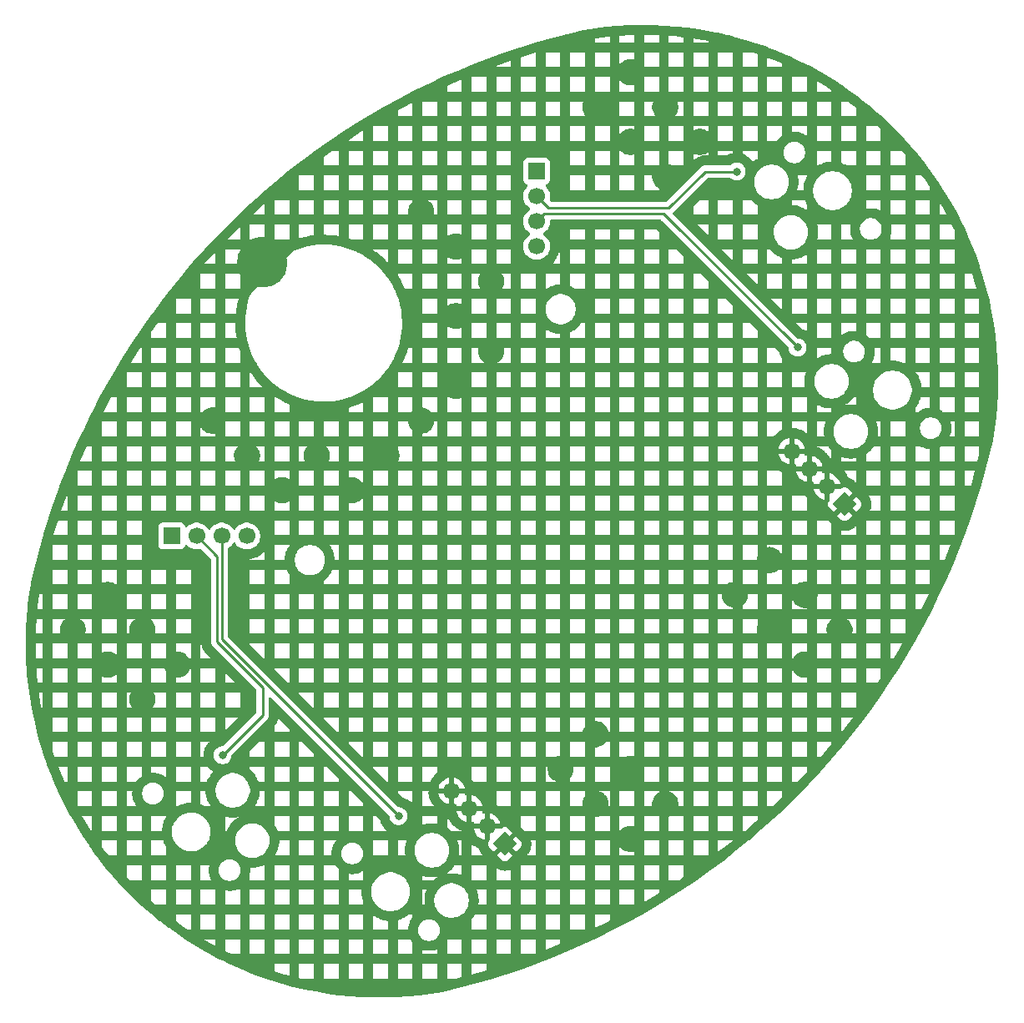
<source format=gbr>
G04 #@! TF.GenerationSoftware,KiCad,Pcbnew,9.0.2*
G04 #@! TF.CreationDate,2025-09-19T15:02:21-04:00*
G04 #@! TF.ProjectId,Trackball,54726163-6b62-4616-9c6c-2e6b69636164,rev?*
G04 #@! TF.SameCoordinates,Original*
G04 #@! TF.FileFunction,Copper,L1,Top*
G04 #@! TF.FilePolarity,Positive*
%FSLAX46Y46*%
G04 Gerber Fmt 4.6, Leading zero omitted, Abs format (unit mm)*
G04 Created by KiCad (PCBNEW 9.0.2) date 2025-09-19 15:02:21*
%MOMM*%
%LPD*%
G01*
G04 APERTURE LIST*
G04 Aperture macros list*
%AMRotRect*
0 Rectangle, with rotation*
0 The origin of the aperture is its center*
0 $1 length*
0 $2 width*
0 $3 Rotation angle, in degrees counterclockwise*
0 Add horizontal line*
21,1,$1,$2,0,0,$3*%
G04 Aperture macros list end*
G04 #@! TA.AperFunction,ComponentPad*
%ADD10RotRect,1.700000X1.700000X225.000000*%
G04 #@! TD*
G04 #@! TA.AperFunction,ComponentPad*
%ADD11C,1.700000*%
G04 #@! TD*
G04 #@! TA.AperFunction,ComponentPad*
%ADD12R,1.700000X1.700000*%
G04 #@! TD*
G04 #@! TA.AperFunction,ComponentPad*
%ADD13C,5.000000*%
G04 #@! TD*
G04 #@! TA.AperFunction,ViaPad*
%ADD14C,0.800000*%
G04 #@! TD*
G04 #@! TA.AperFunction,Conductor*
%ADD15C,0.250000*%
G04 #@! TD*
G04 APERTURE END LIST*
D10*
X257135385Y-91415085D03*
D11*
X255339334Y-89619034D03*
X253543283Y-87822983D03*
X251747231Y-86026931D03*
D10*
X222651202Y-125899269D03*
D11*
X220855151Y-124103218D03*
X219059100Y-122307167D03*
X217263048Y-120511115D03*
D12*
X225879851Y-57625208D03*
D11*
X225879851Y-60165208D03*
X225879851Y-62705207D03*
X225879851Y-65245208D03*
D12*
X188854254Y-94650806D03*
D11*
X191394254Y-94650806D03*
X193934253Y-94650806D03*
X196474254Y-94650806D03*
D13*
X198125910Y-66889794D03*
D14*
X253068107Y-107689855D03*
X238925972Y-121831990D03*
X214177234Y-82941117D03*
X217712768Y-65263448D03*
X249532573Y-97083253D03*
X238925972Y-51121312D03*
X217712768Y-79405584D03*
X185892963Y-104154321D03*
X238925972Y-58192380D03*
X210641700Y-86476651D03*
X242461505Y-54656846D03*
X231854904Y-51121312D03*
X182357429Y-107689855D03*
X196499565Y-86476651D03*
X235390438Y-118296457D03*
X228319370Y-118296457D03*
X207106166Y-90012185D03*
X221248302Y-75870050D03*
X221248302Y-68798982D03*
X235390438Y-54656846D03*
X192964031Y-82941117D03*
X245997039Y-100618787D03*
X231854904Y-114760923D03*
X231854904Y-121831990D03*
X214177234Y-61727914D03*
X178821895Y-104154321D03*
X203570632Y-86476651D03*
X235390438Y-47585778D03*
X256603641Y-104154321D03*
X217712768Y-72334516D03*
X200035099Y-90012185D03*
X235390438Y-125367524D03*
X185892963Y-111225389D03*
X182357429Y-100618787D03*
X253068107Y-100618787D03*
X249532573Y-104154321D03*
X189428497Y-107689855D03*
X246173816Y-57662050D03*
X252361000Y-75516496D03*
X194024691Y-116882243D03*
X211879137Y-123069427D03*
D15*
X227089004Y-61374361D02*
X225879851Y-60165208D01*
X225892579Y-60172279D02*
X225884094Y-60163794D01*
X246195029Y-57683263D02*
X246195029Y-57725690D01*
X246173816Y-57662050D02*
X242991836Y-57662050D01*
X246173816Y-57662050D02*
X246195029Y-57683263D01*
X242991836Y-57662050D02*
X239279525Y-61374361D01*
X239279525Y-61374361D02*
X227089004Y-61374361D01*
X252361000Y-75516496D02*
X238749195Y-61904691D01*
X226680368Y-61904691D02*
X225879851Y-62705208D01*
X238749195Y-61904691D02*
X226680368Y-61904691D01*
X191394254Y-94650806D02*
X193494361Y-96750913D01*
X193494361Y-105391758D02*
X198090555Y-109987952D01*
X198090555Y-112816379D02*
X194024691Y-116882243D01*
X193494361Y-96750913D02*
X193494361Y-105391758D01*
X198090555Y-109987952D02*
X198090555Y-112816379D01*
X193944361Y-96564517D02*
X193934253Y-96554409D01*
X193944361Y-105134651D02*
X193944361Y-96564517D01*
X211879137Y-123069427D02*
X193944361Y-105134651D01*
X193934253Y-96554409D02*
X193934253Y-94650806D01*
G04 #@! TA.AperFunction,Conductor*
G36*
X237687584Y-42809912D02*
G01*
X237691732Y-42810014D01*
X238873942Y-42858741D01*
X238878024Y-42858976D01*
X240058040Y-42946776D01*
X240062118Y-42947147D01*
X241238561Y-43073919D01*
X241242624Y-43074425D01*
X242414266Y-43240038D01*
X242418289Y-43240675D01*
X243583777Y-43444936D01*
X243587791Y-43445708D01*
X244745891Y-43688401D01*
X244749886Y-43689308D01*
X245779764Y-43940953D01*
X245899304Y-43970162D01*
X245903335Y-43971218D01*
X246112361Y-44029681D01*
X247042807Y-44289919D01*
X247046784Y-44291103D01*
X248175079Y-44647310D01*
X248179015Y-44648624D01*
X249294936Y-45041956D01*
X249298815Y-45043396D01*
X250129298Y-45367375D01*
X250401122Y-45473417D01*
X250404933Y-45474976D01*
X251492503Y-45941253D01*
X251496201Y-45942913D01*
X252306123Y-46322334D01*
X252567670Y-46444860D01*
X252571412Y-46446689D01*
X252645965Y-46484670D01*
X253625670Y-46983782D01*
X253629352Y-46985735D01*
X254665262Y-47557392D01*
X254668870Y-47559461D01*
X255685366Y-48165098D01*
X255688868Y-48167264D01*
X256348088Y-48590182D01*
X256684748Y-48806164D01*
X256688214Y-48808469D01*
X256835846Y-48910227D01*
X257662431Y-49479962D01*
X257665822Y-49482384D01*
X258617247Y-50185686D01*
X258620557Y-50188218D01*
X258760232Y-50298793D01*
X259543825Y-50919133D01*
X259548238Y-50922626D01*
X259551462Y-50925266D01*
X260454340Y-51689945D01*
X260457476Y-51692691D01*
X260731777Y-51941041D01*
X261334621Y-52486853D01*
X261337609Y-52489650D01*
X261670242Y-52811461D01*
X262187965Y-53312340D01*
X262190912Y-53315286D01*
X263013614Y-54165664D01*
X263016456Y-54168700D01*
X263199239Y-54370586D01*
X263810582Y-55045818D01*
X263813327Y-55048953D01*
X264577984Y-55951815D01*
X264580621Y-55955035D01*
X265252303Y-56803492D01*
X265315042Y-56882742D01*
X265317568Y-56886044D01*
X265447304Y-57061553D01*
X266020895Y-57837515D01*
X266023316Y-57840907D01*
X266694776Y-58815091D01*
X266697084Y-58818561D01*
X266956178Y-59222426D01*
X267311274Y-59775936D01*
X267335966Y-59814424D01*
X267338155Y-59817963D01*
X267374750Y-59879384D01*
X267943758Y-60834416D01*
X267945832Y-60838031D01*
X268517488Y-61873955D01*
X268519440Y-61877636D01*
X269056539Y-62931918D01*
X269058360Y-62935643D01*
X269194704Y-63226690D01*
X269560292Y-64007097D01*
X269561997Y-64010899D01*
X270028225Y-65098375D01*
X270029803Y-65102232D01*
X270459803Y-66204502D01*
X270461234Y-66208356D01*
X270812609Y-67205259D01*
X270854561Y-67324283D01*
X270855881Y-67328236D01*
X271212093Y-68456571D01*
X271213281Y-68460565D01*
X271531966Y-69600002D01*
X271533022Y-69604033D01*
X271813859Y-70753412D01*
X271814781Y-70757476D01*
X272057448Y-71915487D01*
X272058236Y-71919580D01*
X272262485Y-73085036D01*
X272263136Y-73089152D01*
X272428725Y-74260678D01*
X272429240Y-74264813D01*
X272555998Y-75441192D01*
X272556376Y-75445342D01*
X272644163Y-76625281D01*
X272644403Y-76629442D01*
X272693119Y-77811603D01*
X272693222Y-77815769D01*
X272702819Y-78998922D01*
X272702784Y-79003089D01*
X272673248Y-80185913D01*
X272673075Y-80190077D01*
X272604440Y-81371282D01*
X272604129Y-81375438D01*
X272496472Y-82553679D01*
X272496025Y-82557822D01*
X272349455Y-83731932D01*
X272348870Y-83736058D01*
X272163427Y-84905468D01*
X272163086Y-84907510D01*
X272159297Y-84929100D01*
X272158287Y-84951393D01*
X271786995Y-86530099D01*
X271786313Y-86532861D01*
X271368241Y-88146074D01*
X271367496Y-88148821D01*
X270913099Y-89752171D01*
X270912292Y-89754900D01*
X270421810Y-91347551D01*
X270420942Y-91350261D01*
X269894598Y-92931481D01*
X269893668Y-92934171D01*
X269331780Y-94503010D01*
X269330791Y-94505678D01*
X268733578Y-96061520D01*
X268732528Y-96064165D01*
X268100357Y-97606060D01*
X268099248Y-97608681D01*
X267432400Y-99135937D01*
X267431232Y-99138532D01*
X266730055Y-100650354D01*
X266728828Y-100652922D01*
X265993713Y-102148468D01*
X265992429Y-102151008D01*
X265223707Y-103629607D01*
X265222366Y-103632117D01*
X264420436Y-105092996D01*
X264419038Y-105095475D01*
X263584347Y-106537822D01*
X263582894Y-106540269D01*
X262715818Y-107963435D01*
X262714310Y-107965848D01*
X261815334Y-109369038D01*
X261813772Y-109371417D01*
X260883295Y-110754007D01*
X260881679Y-110756350D01*
X259920270Y-112117492D01*
X259918603Y-112119797D01*
X258926689Y-113458892D01*
X258924969Y-113461160D01*
X257903033Y-114777555D01*
X257901263Y-114779783D01*
X256849840Y-116072783D01*
X256848019Y-116074970D01*
X255767729Y-117343816D01*
X255765860Y-117345962D01*
X254657150Y-118590131D01*
X254655233Y-118592234D01*
X253518729Y-119811021D01*
X253516765Y-119813081D01*
X252352963Y-121005956D01*
X252350952Y-121007970D01*
X251160595Y-122174168D01*
X251158540Y-122176137D01*
X249942078Y-123315221D01*
X249939979Y-123317142D01*
X248698149Y-124428421D01*
X248696007Y-124430295D01*
X247429368Y-125513267D01*
X247427184Y-125515092D01*
X246136426Y-126569169D01*
X246134202Y-126570944D01*
X244819941Y-127595622D01*
X244817677Y-127597346D01*
X243480652Y-128592049D01*
X243478350Y-128593722D01*
X242119143Y-129558015D01*
X242116803Y-129559635D01*
X240736227Y-130492944D01*
X240733852Y-130494511D01*
X239332519Y-131396423D01*
X239330109Y-131397936D01*
X237908751Y-132267976D01*
X237906307Y-132269434D01*
X236465703Y-133107129D01*
X236463227Y-133108532D01*
X235004040Y-133913497D01*
X235001532Y-133914844D01*
X233524540Y-134686645D01*
X233522004Y-134687934D01*
X232027958Y-135426182D01*
X232025392Y-135427414D01*
X230515051Y-136131733D01*
X230512458Y-136132906D01*
X228986615Y-136802926D01*
X228983997Y-136804041D01*
X227443386Y-137439442D01*
X227440743Y-137440497D01*
X225886227Y-138040920D01*
X225883561Y-138041916D01*
X224315779Y-138607115D01*
X224313091Y-138608049D01*
X222733051Y-139137661D01*
X222730343Y-139138535D01*
X221138705Y-139632340D01*
X221135977Y-139633153D01*
X219533589Y-140090886D01*
X219530845Y-140091637D01*
X217918497Y-140513074D01*
X217915735Y-140513762D01*
X216297821Y-140897835D01*
X216289016Y-140899596D01*
X215141041Y-141086966D01*
X215136977Y-141087562D01*
X213980473Y-141237806D01*
X213976391Y-141238269D01*
X212815591Y-141350736D01*
X212811496Y-141351065D01*
X211647690Y-141425631D01*
X211643587Y-141425827D01*
X210477943Y-141462417D01*
X210473836Y-141462479D01*
X209307619Y-141461053D01*
X209303512Y-141460981D01*
X208137961Y-141421542D01*
X208133858Y-141421336D01*
X206970232Y-141343925D01*
X206966139Y-141343586D01*
X205805620Y-141228282D01*
X205801539Y-141227809D01*
X204645405Y-141074738D01*
X204641342Y-141074132D01*
X203490854Y-140883463D01*
X203486813Y-140882726D01*
X202343101Y-140654646D01*
X202339086Y-140653777D01*
X201203442Y-140388542D01*
X201199458Y-140387543D01*
X200073042Y-140085426D01*
X200069092Y-140084297D01*
X198953131Y-139745624D01*
X198949221Y-139744367D01*
X198232007Y-139500906D01*
X201790984Y-139500906D01*
X202019614Y-139554304D01*
X203292984Y-139554304D01*
X204290984Y-139554304D01*
X205792984Y-139554304D01*
X206790984Y-139554304D01*
X208292984Y-139554304D01*
X209290984Y-139554304D01*
X210792984Y-139554304D01*
X211790984Y-139554304D01*
X213292984Y-139554304D01*
X214290984Y-139554304D01*
X215792984Y-139554304D01*
X216790984Y-139554304D01*
X217636542Y-139554304D01*
X217675630Y-139545024D01*
X218292984Y-139383660D01*
X218292984Y-139122267D01*
X219290984Y-139122267D01*
X220792984Y-138693210D01*
X220792984Y-138052304D01*
X219290984Y-138052304D01*
X219290984Y-139122267D01*
X218292984Y-139122267D01*
X218292984Y-138052304D01*
X216790984Y-138052304D01*
X216790984Y-139554304D01*
X215792984Y-139554304D01*
X215792984Y-138052304D01*
X214290984Y-138052304D01*
X214290984Y-139554304D01*
X213292984Y-139554304D01*
X213292984Y-138052304D01*
X211790984Y-138052304D01*
X211790984Y-139554304D01*
X210792984Y-139554304D01*
X210792984Y-138052304D01*
X209290984Y-138052304D01*
X209290984Y-139554304D01*
X208292984Y-139554304D01*
X208292984Y-138052304D01*
X206790984Y-138052304D01*
X206790984Y-139554304D01*
X205792984Y-139554304D01*
X205792984Y-138052304D01*
X204290984Y-138052304D01*
X204290984Y-139554304D01*
X203292984Y-139554304D01*
X203292984Y-138052304D01*
X201790984Y-138052304D01*
X201790984Y-139500906D01*
X198232007Y-139500906D01*
X197844929Y-139369511D01*
X197841061Y-139368128D01*
X196749528Y-138957456D01*
X196745707Y-138955947D01*
X196381542Y-138805209D01*
X199290984Y-138805209D01*
X200345291Y-139125171D01*
X200792984Y-139245246D01*
X200792984Y-138052304D01*
X199290984Y-138052304D01*
X199290984Y-138805209D01*
X196381542Y-138805209D01*
X195668142Y-138509913D01*
X195664373Y-138508280D01*
X194601937Y-138027366D01*
X194598223Y-138025611D01*
X194185386Y-137822273D01*
X193552020Y-137510316D01*
X193548376Y-137508447D01*
X192519536Y-136959327D01*
X192515944Y-136957334D01*
X192176688Y-136761796D01*
X194290984Y-136761796D01*
X194884860Y-137054304D01*
X195792984Y-137054304D01*
X196790984Y-137054304D01*
X198292984Y-137054304D01*
X199290984Y-137054304D01*
X200792984Y-137054304D01*
X201790984Y-137054304D01*
X203292984Y-137054304D01*
X204290984Y-137054304D01*
X205792984Y-137054304D01*
X206790984Y-137054304D01*
X208292984Y-137054304D01*
X209290984Y-137054304D01*
X210792984Y-137054304D01*
X211790984Y-137054304D01*
X213292984Y-137054304D01*
X213292984Y-136622294D01*
X214290984Y-136622294D01*
X214290984Y-137054304D01*
X215792984Y-137054304D01*
X215792984Y-136559000D01*
X215782392Y-136563884D01*
X215777854Y-136565869D01*
X215741637Y-136580869D01*
X215737033Y-136582670D01*
X215709552Y-136592808D01*
X215704878Y-136594429D01*
X215502713Y-136660117D01*
X215497976Y-136661554D01*
X215469760Y-136669511D01*
X215464968Y-136670761D01*
X215426850Y-136679910D01*
X215422022Y-136680969D01*
X215393303Y-136686681D01*
X215388435Y-136687551D01*
X215178500Y-136720802D01*
X215173600Y-136721480D01*
X215144512Y-136724923D01*
X215139588Y-136725407D01*
X215100509Y-136728483D01*
X215095571Y-136728775D01*
X215066287Y-136729926D01*
X215061338Y-136730023D01*
X214848764Y-136730023D01*
X214843815Y-136729926D01*
X214814531Y-136728775D01*
X214809593Y-136728483D01*
X214770514Y-136725407D01*
X214765590Y-136724923D01*
X214736502Y-136721480D01*
X214731602Y-136720802D01*
X214521667Y-136687551D01*
X214516799Y-136686681D01*
X214488080Y-136680969D01*
X214483252Y-136679910D01*
X214445134Y-136670761D01*
X214440342Y-136669511D01*
X214412126Y-136661554D01*
X214407389Y-136660117D01*
X214290984Y-136622294D01*
X213292984Y-136622294D01*
X213292984Y-135914696D01*
X213194128Y-135778634D01*
X213191299Y-135774575D01*
X213175016Y-135750206D01*
X213172346Y-135746034D01*
X213151865Y-135712609D01*
X213149365Y-135708345D01*
X213135053Y-135682789D01*
X213132721Y-135678426D01*
X213068459Y-135552304D01*
X211790984Y-135552304D01*
X211790984Y-137054304D01*
X210792984Y-137054304D01*
X210792984Y-135552304D01*
X209290984Y-135552304D01*
X209290984Y-137054304D01*
X208292984Y-137054304D01*
X208292984Y-135552304D01*
X206790984Y-135552304D01*
X206790984Y-137054304D01*
X205792984Y-137054304D01*
X205792984Y-135552304D01*
X204290984Y-135552304D01*
X204290984Y-137054304D01*
X203292984Y-137054304D01*
X203292984Y-135552304D01*
X201790984Y-135552304D01*
X201790984Y-137054304D01*
X200792984Y-137054304D01*
X200792984Y-135552304D01*
X199290984Y-135552304D01*
X199290984Y-137054304D01*
X198292984Y-137054304D01*
X198292984Y-135552304D01*
X196790984Y-135552304D01*
X196790984Y-137054304D01*
X195792984Y-137054304D01*
X195792984Y-135552304D01*
X194290984Y-135552304D01*
X194290984Y-136761796D01*
X192176688Y-136761796D01*
X191505544Y-136374967D01*
X191502019Y-136372858D01*
X190511153Y-135757872D01*
X190507699Y-135755650D01*
X190202725Y-135552304D01*
X192076771Y-135552304D01*
X193001972Y-136085564D01*
X193292984Y-136240885D01*
X193292984Y-135552304D01*
X192076771Y-135552304D01*
X190202725Y-135552304D01*
X189537380Y-135108675D01*
X189533999Y-135106340D01*
X188603585Y-134441162D01*
X188585299Y-134428088D01*
X188582000Y-134425648D01*
X187655926Y-133716842D01*
X187652705Y-133714293D01*
X187642310Y-133705785D01*
X189290984Y-133705785D01*
X190102839Y-134286201D01*
X190504932Y-134554304D01*
X190792984Y-134554304D01*
X191790984Y-134554304D01*
X193292984Y-134554304D01*
X194290984Y-134554304D01*
X195792984Y-134554304D01*
X196790984Y-134554304D01*
X198292984Y-134554304D01*
X199290984Y-134554304D01*
X200792984Y-134554304D01*
X201790984Y-134554304D01*
X203292984Y-134554304D01*
X204290984Y-134554304D01*
X205792984Y-134554304D01*
X206790984Y-134554304D01*
X208292984Y-134554304D01*
X209290984Y-134554304D01*
X210792984Y-134554304D01*
X210792984Y-133694164D01*
X210535319Y-133660243D01*
X210531237Y-133659638D01*
X210507122Y-133655656D01*
X210503060Y-133654916D01*
X210471023Y-133648541D01*
X210466996Y-133647671D01*
X210443245Y-133642132D01*
X210439251Y-133641132D01*
X210340942Y-133614790D01*
X211790984Y-133614790D01*
X211790984Y-134554304D01*
X212855651Y-134554304D01*
X212855651Y-134543941D01*
X213853651Y-134543941D01*
X213853651Y-134717305D01*
X213869356Y-134816460D01*
X213880772Y-134888540D01*
X213934341Y-135053409D01*
X213934343Y-135053414D01*
X214013049Y-135207883D01*
X214013051Y-135207886D01*
X214114951Y-135348139D01*
X214237534Y-135470722D01*
X214237537Y-135470724D01*
X214377791Y-135572625D01*
X214532260Y-135651331D01*
X214697133Y-135704901D01*
X214697134Y-135704901D01*
X214697139Y-135704903D01*
X214868369Y-135732023D01*
X214868372Y-135732023D01*
X215041730Y-135732023D01*
X215041733Y-135732023D01*
X215212963Y-135704903D01*
X215376620Y-135651728D01*
X216790984Y-135651728D01*
X216790984Y-137054304D01*
X218292984Y-137054304D01*
X219290984Y-137054304D01*
X220792984Y-137054304D01*
X221790984Y-137054304D01*
X223292984Y-137054304D01*
X224290984Y-137054304D01*
X225670715Y-137054304D01*
X225792984Y-137007078D01*
X225792984Y-136621605D01*
X226790984Y-136621605D01*
X227071965Y-136513079D01*
X228292984Y-136009488D01*
X228292984Y-135552304D01*
X226790984Y-135552304D01*
X226790984Y-136621605D01*
X225792984Y-136621605D01*
X225792984Y-135552304D01*
X224290984Y-135552304D01*
X224290984Y-137054304D01*
X223292984Y-137054304D01*
X223292984Y-135552304D01*
X221790984Y-135552304D01*
X221790984Y-137054304D01*
X220792984Y-137054304D01*
X220792984Y-135552304D01*
X219290984Y-135552304D01*
X219290984Y-137054304D01*
X218292984Y-137054304D01*
X218292984Y-135552304D01*
X216841643Y-135552304D01*
X216790984Y-135651728D01*
X215376620Y-135651728D01*
X215377842Y-135651331D01*
X215532311Y-135572625D01*
X215672565Y-135470724D01*
X215795152Y-135348137D01*
X215897053Y-135207883D01*
X215975759Y-135053414D01*
X216029331Y-134888535D01*
X216056451Y-134717305D01*
X216056451Y-134543941D01*
X216029331Y-134372711D01*
X215975759Y-134207832D01*
X215897053Y-134053363D01*
X215795152Y-133913109D01*
X215795150Y-133913106D01*
X215672567Y-133790523D01*
X215532314Y-133688623D01*
X215532313Y-133688622D01*
X215532311Y-133688621D01*
X215377842Y-133609915D01*
X215377839Y-133609914D01*
X215377837Y-133609913D01*
X215212966Y-133556344D01*
X215212970Y-133556344D01*
X215147836Y-133546028D01*
X215041733Y-133529223D01*
X214868369Y-133529223D01*
X214697139Y-133556343D01*
X214697133Y-133556344D01*
X214532264Y-133609913D01*
X214532258Y-133609916D01*
X214377787Y-133688623D01*
X214237534Y-133790523D01*
X214114951Y-133913106D01*
X214013051Y-134053359D01*
X213934344Y-134207830D01*
X213934341Y-134207836D01*
X213880772Y-134372705D01*
X213880771Y-134372710D01*
X213880771Y-134372711D01*
X213853651Y-134543941D01*
X212855651Y-134543941D01*
X212855651Y-134524336D01*
X212855748Y-134519387D01*
X212856899Y-134490103D01*
X212857191Y-134485165D01*
X212860267Y-134446086D01*
X212860751Y-134441162D01*
X212864194Y-134412074D01*
X212864872Y-134407174D01*
X212898123Y-134197239D01*
X212898993Y-134192371D01*
X212904705Y-134163652D01*
X212905764Y-134158824D01*
X212914913Y-134120706D01*
X212916163Y-134115914D01*
X212924120Y-134087698D01*
X212925557Y-134082961D01*
X212991245Y-133880796D01*
X212992866Y-133876122D01*
X213003004Y-133848641D01*
X213004805Y-133844037D01*
X213019805Y-133807820D01*
X213021790Y-133803282D01*
X213034060Y-133776667D01*
X213036219Y-133772216D01*
X213132721Y-133582820D01*
X213135053Y-133578457D01*
X213149365Y-133552901D01*
X213151865Y-133548637D01*
X213172346Y-133515212D01*
X213175016Y-133511040D01*
X213191299Y-133486671D01*
X213194128Y-133482612D01*
X213200027Y-133474493D01*
X219290984Y-133474493D01*
X219290984Y-134554304D01*
X220792984Y-134554304D01*
X221790984Y-134554304D01*
X223292984Y-134554304D01*
X224290984Y-134554304D01*
X225792984Y-134554304D01*
X226790984Y-134554304D01*
X228292984Y-134554304D01*
X229290984Y-134554304D01*
X230792984Y-134554304D01*
X230792984Y-134430086D01*
X231790984Y-134430086D01*
X233071065Y-133797564D01*
X233292984Y-133681600D01*
X233292984Y-133052304D01*
X231790984Y-133052304D01*
X231790984Y-134430086D01*
X230792984Y-134430086D01*
X230792984Y-133052304D01*
X229290984Y-133052304D01*
X229290984Y-134554304D01*
X228292984Y-134554304D01*
X228292984Y-133052304D01*
X226790984Y-133052304D01*
X226790984Y-134554304D01*
X225792984Y-134554304D01*
X225792984Y-133052304D01*
X224290984Y-133052304D01*
X224290984Y-134554304D01*
X223292984Y-134554304D01*
X223292984Y-133052304D01*
X221790984Y-133052304D01*
X221790984Y-134554304D01*
X220792984Y-134554304D01*
X220792984Y-133052304D01*
X219603030Y-133052304D01*
X219567883Y-133113180D01*
X219565764Y-133116716D01*
X219552866Y-133137458D01*
X219550628Y-133140928D01*
X219532478Y-133168089D01*
X219530135Y-133171475D01*
X219515920Y-133191312D01*
X219513463Y-133194624D01*
X219353889Y-133402583D01*
X219351326Y-133405813D01*
X219335838Y-133424685D01*
X219333172Y-133427827D01*
X219311636Y-133452385D01*
X219308867Y-133455441D01*
X219292177Y-133473261D01*
X219290984Y-133474493D01*
X213200027Y-133474493D01*
X213292984Y-133346549D01*
X213292984Y-133052304D01*
X212921770Y-133052304D01*
X212754581Y-133180594D01*
X212751266Y-133183053D01*
X212731397Y-133197290D01*
X212728004Y-133199638D01*
X212700842Y-133217785D01*
X212697375Y-133220020D01*
X212676664Y-133232897D01*
X212673135Y-133235012D01*
X212421769Y-133380139D01*
X212418163Y-133382143D01*
X212396602Y-133393667D01*
X212392925Y-133395556D01*
X212363628Y-133410000D01*
X212359907Y-133411759D01*
X212337697Y-133421821D01*
X212333919Y-133423459D01*
X212065780Y-133534526D01*
X212061949Y-133536040D01*
X212039107Y-133544638D01*
X212035221Y-133546028D01*
X212004289Y-133556528D01*
X212000366Y-133557789D01*
X211976995Y-133564879D01*
X211973028Y-133566012D01*
X211790984Y-133614790D01*
X210340942Y-133614790D01*
X210158900Y-133566012D01*
X210154933Y-133564879D01*
X210131562Y-133557789D01*
X210127639Y-133556528D01*
X210096707Y-133546028D01*
X210092821Y-133544638D01*
X210069979Y-133536040D01*
X210066148Y-133534526D01*
X209798009Y-133423459D01*
X209794231Y-133421821D01*
X209772021Y-133411759D01*
X209768300Y-133410000D01*
X209739003Y-133395556D01*
X209735326Y-133393667D01*
X209713765Y-133382143D01*
X209710159Y-133380139D01*
X209458793Y-133235012D01*
X209455264Y-133232897D01*
X209434553Y-133220020D01*
X209431086Y-133217785D01*
X209403924Y-133199638D01*
X209400531Y-133197290D01*
X209380662Y-133183053D01*
X209377347Y-133180594D01*
X209290984Y-133114324D01*
X209290984Y-134554304D01*
X208292984Y-134554304D01*
X208292984Y-133052304D01*
X206790984Y-133052304D01*
X206790984Y-134554304D01*
X205792984Y-134554304D01*
X205792984Y-133052304D01*
X204290984Y-133052304D01*
X204290984Y-134554304D01*
X203292984Y-134554304D01*
X203292984Y-133052304D01*
X201790984Y-133052304D01*
X201790984Y-134554304D01*
X200792984Y-134554304D01*
X200792984Y-133052304D01*
X199290984Y-133052304D01*
X199290984Y-134554304D01*
X198292984Y-134554304D01*
X198292984Y-133052304D01*
X196790984Y-133052304D01*
X196790984Y-134554304D01*
X195792984Y-134554304D01*
X195792984Y-133052304D01*
X194290984Y-133052304D01*
X194290984Y-134554304D01*
X193292984Y-134554304D01*
X193292984Y-133052304D01*
X191790984Y-133052304D01*
X191790984Y-134554304D01*
X190792984Y-134554304D01*
X190792984Y-133052304D01*
X189290984Y-133052304D01*
X189290984Y-133705785D01*
X187642310Y-133705785D01*
X186750206Y-132975659D01*
X186747070Y-132973006D01*
X185869121Y-132205340D01*
X185866074Y-132202586D01*
X185312434Y-131685694D01*
X186790984Y-131685694D01*
X187212548Y-132054304D01*
X188292984Y-132054304D01*
X189290984Y-132054304D01*
X190792984Y-132054304D01*
X191790984Y-132054304D01*
X193292984Y-132054304D01*
X193292984Y-130605053D01*
X194290984Y-130605053D01*
X194290984Y-132054304D01*
X195792984Y-132054304D01*
X196790984Y-132054304D01*
X198292984Y-132054304D01*
X199290984Y-132054304D01*
X200792984Y-132054304D01*
X201790984Y-132054304D01*
X203292984Y-132054304D01*
X204290984Y-132054304D01*
X205792984Y-132054304D01*
X206790984Y-132054304D01*
X208292984Y-132054304D01*
X208292984Y-131789660D01*
X208272974Y-131741352D01*
X208271460Y-131737521D01*
X208262862Y-131714679D01*
X208261472Y-131710793D01*
X208250972Y-131679861D01*
X208249711Y-131675938D01*
X208242621Y-131652567D01*
X208241488Y-131648600D01*
X208166368Y-131368249D01*
X208165368Y-131364255D01*
X208159829Y-131340504D01*
X208158959Y-131336477D01*
X208152584Y-131304440D01*
X208151844Y-131300378D01*
X208147862Y-131276263D01*
X208147257Y-131272181D01*
X208109372Y-130984411D01*
X208108901Y-130980320D01*
X208106509Y-130956043D01*
X208106172Y-130951935D01*
X208104034Y-130919341D01*
X208103832Y-130915219D01*
X208103032Y-130890797D01*
X208102964Y-130886672D01*
X208102964Y-130612740D01*
X209100964Y-130612740D01*
X209100964Y-130870331D01*
X209134584Y-131125703D01*
X209134585Y-131125709D01*
X209134586Y-131125711D01*
X209201254Y-131374520D01*
X209299828Y-131612498D01*
X209299829Y-131612499D01*
X209299834Y-131612510D01*
X209428623Y-131835579D01*
X209585424Y-132039924D01*
X209585443Y-132039945D01*
X209767554Y-132222056D01*
X209767564Y-132222065D01*
X209767570Y-132222071D01*
X209767573Y-132222073D01*
X209767575Y-132222075D01*
X209971920Y-132378876D01*
X210194989Y-132507665D01*
X210194993Y-132507666D01*
X210195002Y-132507672D01*
X210432980Y-132606246D01*
X210681789Y-132672914D01*
X210681795Y-132672914D01*
X210681796Y-132672915D01*
X210711098Y-132676772D01*
X210937171Y-132706536D01*
X210937178Y-132706536D01*
X211194750Y-132706536D01*
X211194757Y-132706536D01*
X211450139Y-132672914D01*
X211698948Y-132606246D01*
X211936926Y-132507672D01*
X212160002Y-132378879D01*
X212160002Y-132378878D01*
X212160007Y-132378876D01*
X212304533Y-132267976D01*
X212364358Y-132222071D01*
X212532125Y-132054304D01*
X214290984Y-132054304D01*
X214537395Y-132054304D01*
X214511056Y-131854235D01*
X214510585Y-131850144D01*
X214508193Y-131825867D01*
X214507856Y-131821759D01*
X214505718Y-131789165D01*
X214505516Y-131785043D01*
X214504716Y-131760621D01*
X214504648Y-131756496D01*
X214504648Y-131510682D01*
X215502648Y-131510682D01*
X215502648Y-131740155D01*
X215532598Y-131967650D01*
X215532600Y-131967657D01*
X215591990Y-132189306D01*
X215679804Y-132401307D01*
X215679805Y-132401308D01*
X215679810Y-132401319D01*
X215794534Y-132600027D01*
X215794539Y-132600034D01*
X215934221Y-132782071D01*
X215934240Y-132782092D01*
X216096474Y-132944326D01*
X216096495Y-132944345D01*
X216278532Y-133084027D01*
X216278539Y-133084032D01*
X216477247Y-133198756D01*
X216477251Y-133198757D01*
X216477260Y-133198763D01*
X216689261Y-133286577D01*
X216910910Y-133345967D01*
X216910914Y-133345967D01*
X216910916Y-133345968D01*
X216969546Y-133353686D01*
X217138414Y-133375919D01*
X217138421Y-133375919D01*
X217367875Y-133375919D01*
X217367882Y-133375919D01*
X217573493Y-133348849D01*
X217595379Y-133345968D01*
X217595379Y-133345967D01*
X217595386Y-133345967D01*
X217817035Y-133286577D01*
X218029036Y-133198763D01*
X218227760Y-133084030D01*
X218409809Y-132944338D01*
X218572067Y-132782080D01*
X218711759Y-132600031D01*
X218826492Y-132401307D01*
X218914306Y-132189306D01*
X218973696Y-131967657D01*
X219003648Y-131740153D01*
X219003648Y-131510685D01*
X218973696Y-131283181D01*
X218914306Y-131061532D01*
X218826492Y-130849531D01*
X218826486Y-130849522D01*
X218826485Y-130849518D01*
X218711761Y-130650810D01*
X218711756Y-130650803D01*
X218636175Y-130552304D01*
X219783604Y-130552304D01*
X219842586Y-130694699D01*
X219844100Y-130698531D01*
X219852698Y-130721374D01*
X219854088Y-130725259D01*
X219864588Y-130756191D01*
X219865848Y-130760111D01*
X219872939Y-130783483D01*
X219874073Y-130787453D01*
X219941914Y-131040644D01*
X219942914Y-131044637D01*
X219948453Y-131068387D01*
X219949324Y-131072418D01*
X219955698Y-131104454D01*
X219956436Y-131108509D01*
X219960419Y-131132625D01*
X219961025Y-131136711D01*
X219995240Y-131396603D01*
X219995711Y-131400694D01*
X219998103Y-131424971D01*
X219998440Y-131429079D01*
X220000578Y-131461673D01*
X220000780Y-131465795D01*
X220001580Y-131490217D01*
X220001648Y-131494342D01*
X220001648Y-131756496D01*
X220001580Y-131760621D01*
X220000780Y-131785043D01*
X220000578Y-131789165D01*
X219998440Y-131821759D01*
X219998103Y-131825867D01*
X219995711Y-131850144D01*
X219995240Y-131854235D01*
X219968901Y-132054304D01*
X220792984Y-132054304D01*
X221790984Y-132054304D01*
X223292984Y-132054304D01*
X224290984Y-132054304D01*
X225792984Y-132054304D01*
X226790984Y-132054304D01*
X228292984Y-132054304D01*
X229290984Y-132054304D01*
X230792984Y-132054304D01*
X231790984Y-132054304D01*
X233292984Y-132054304D01*
X234290984Y-132054304D01*
X235792984Y-132054304D01*
X235792984Y-131763518D01*
X236790984Y-131763518D01*
X237396137Y-131411629D01*
X238292984Y-130862652D01*
X238292984Y-130552304D01*
X236790984Y-130552304D01*
X236790984Y-131763518D01*
X235792984Y-131763518D01*
X235792984Y-130552304D01*
X234290984Y-130552304D01*
X234290984Y-132054304D01*
X233292984Y-132054304D01*
X233292984Y-130552304D01*
X231790984Y-130552304D01*
X231790984Y-132054304D01*
X230792984Y-132054304D01*
X230792984Y-130552304D01*
X229290984Y-130552304D01*
X229290984Y-132054304D01*
X228292984Y-132054304D01*
X228292984Y-130552304D01*
X226790984Y-130552304D01*
X226790984Y-132054304D01*
X225792984Y-132054304D01*
X225792984Y-130552304D01*
X224290984Y-130552304D01*
X224290984Y-132054304D01*
X223292984Y-132054304D01*
X223292984Y-130552304D01*
X221790984Y-130552304D01*
X221790984Y-132054304D01*
X220792984Y-132054304D01*
X220792984Y-130552304D01*
X219783604Y-130552304D01*
X218636175Y-130552304D01*
X218572074Y-130468766D01*
X218572055Y-130468745D01*
X218409821Y-130306511D01*
X218409800Y-130306492D01*
X218227763Y-130166810D01*
X218227756Y-130166805D01*
X218029048Y-130052081D01*
X218029040Y-130052077D01*
X218029036Y-130052075D01*
X217817035Y-129964261D01*
X217595386Y-129904871D01*
X217595379Y-129904869D01*
X217367884Y-129874919D01*
X217367882Y-129874919D01*
X217138414Y-129874919D01*
X217138411Y-129874919D01*
X216910916Y-129904869D01*
X216689261Y-129964261D01*
X216477258Y-130052076D01*
X216477247Y-130052081D01*
X216278539Y-130166805D01*
X216278532Y-130166810D01*
X216096495Y-130306492D01*
X216096474Y-130306511D01*
X215934240Y-130468745D01*
X215934221Y-130468766D01*
X215794539Y-130650803D01*
X215794534Y-130650810D01*
X215679810Y-130849518D01*
X215679805Y-130849529D01*
X215591990Y-131061532D01*
X215532598Y-131283187D01*
X215502648Y-131510682D01*
X214504648Y-131510682D01*
X214504648Y-131494342D01*
X214504716Y-131490217D01*
X214505516Y-131465795D01*
X214505718Y-131461673D01*
X214507856Y-131429079D01*
X214508193Y-131424971D01*
X214510585Y-131400694D01*
X214511056Y-131396603D01*
X214545271Y-131136711D01*
X214545877Y-131132625D01*
X214549860Y-131108509D01*
X214550598Y-131104454D01*
X214556972Y-131072418D01*
X214557843Y-131068387D01*
X214563382Y-131044637D01*
X214564382Y-131040644D01*
X214632223Y-130787453D01*
X214633357Y-130783483D01*
X214640448Y-130760111D01*
X214641708Y-130756191D01*
X214652208Y-130725259D01*
X214653598Y-130721374D01*
X214662196Y-130698531D01*
X214663710Y-130694699D01*
X214722692Y-130552304D01*
X214290984Y-130552304D01*
X214290984Y-132054304D01*
X212532125Y-132054304D01*
X212546499Y-132039930D01*
X212665764Y-131884501D01*
X212703304Y-131835579D01*
X212744909Y-131763518D01*
X212832100Y-131612498D01*
X212930674Y-131374520D01*
X212997342Y-131125711D01*
X213030964Y-130870329D01*
X213030964Y-130612743D01*
X212997342Y-130357361D01*
X212930674Y-130108552D01*
X212832100Y-129870574D01*
X212832094Y-129870565D01*
X212832093Y-129870561D01*
X212703304Y-129647492D01*
X212631798Y-129554304D01*
X214290984Y-129554304D01*
X215440581Y-129554304D01*
X219290984Y-129554304D01*
X220792984Y-129554304D01*
X221790984Y-129554304D01*
X223292984Y-129554304D01*
X224290984Y-129554304D01*
X225792984Y-129554304D01*
X226790984Y-129554304D01*
X228292984Y-129554304D01*
X229290984Y-129554304D01*
X230792984Y-129554304D01*
X231790984Y-129554304D01*
X233292984Y-129554304D01*
X234290984Y-129554304D01*
X235792984Y-129554304D01*
X236790984Y-129554304D01*
X238292984Y-129554304D01*
X239290984Y-129554304D01*
X240342731Y-129554304D01*
X240792984Y-129249920D01*
X240792984Y-128052304D01*
X239290984Y-128052304D01*
X239290984Y-129554304D01*
X238292984Y-129554304D01*
X238292984Y-128052304D01*
X236790984Y-128052304D01*
X236790984Y-129554304D01*
X235792984Y-129554304D01*
X235792984Y-128052304D01*
X234290984Y-128052304D01*
X234290984Y-129554304D01*
X233292984Y-129554304D01*
X233292984Y-128052304D01*
X231790984Y-128052304D01*
X231790984Y-129554304D01*
X230792984Y-129554304D01*
X230792984Y-128052304D01*
X229290984Y-128052304D01*
X229290984Y-129554304D01*
X228292984Y-129554304D01*
X228292984Y-128052304D01*
X226790984Y-128052304D01*
X226790984Y-129554304D01*
X225792984Y-129554304D01*
X225792984Y-128052304D01*
X224290984Y-128052304D01*
X224290984Y-129554304D01*
X223292984Y-129554304D01*
X223292984Y-128463872D01*
X223177948Y-128516408D01*
X223169639Y-128519849D01*
X223119718Y-128538469D01*
X223111186Y-128541309D01*
X223042764Y-128561401D01*
X223034048Y-128563626D01*
X222981973Y-128574955D01*
X222973120Y-128576553D01*
X222757940Y-128607491D01*
X222748996Y-128608452D01*
X222695845Y-128612253D01*
X222686857Y-128612574D01*
X222615547Y-128612574D01*
X222606559Y-128612253D01*
X222553408Y-128608452D01*
X222544464Y-128607491D01*
X222329284Y-128576553D01*
X222320431Y-128574955D01*
X222268356Y-128563626D01*
X222259640Y-128561401D01*
X222191218Y-128541309D01*
X222182686Y-128538469D01*
X222132765Y-128519849D01*
X222124456Y-128516408D01*
X221930777Y-128427958D01*
X221923724Y-128424466D01*
X221882613Y-128402492D01*
X221875792Y-128398568D01*
X221822718Y-128365784D01*
X221816153Y-128361440D01*
X221790984Y-128343630D01*
X221790984Y-129554304D01*
X220792984Y-129554304D01*
X220792984Y-128052304D01*
X219290984Y-128052304D01*
X219290984Y-129554304D01*
X215440581Y-129554304D01*
X215450740Y-129545395D01*
X215453882Y-129542729D01*
X215472754Y-129527241D01*
X215475984Y-129524678D01*
X215683943Y-129365104D01*
X215687255Y-129362647D01*
X215707092Y-129348432D01*
X215710478Y-129346089D01*
X215737639Y-129327939D01*
X215741109Y-129325701D01*
X215761851Y-129312803D01*
X215765386Y-129310684D01*
X215792984Y-129294750D01*
X215792984Y-129237024D01*
X215790159Y-129237539D01*
X215766043Y-129241522D01*
X215761957Y-129242128D01*
X215502065Y-129276343D01*
X215497974Y-129276814D01*
X215473697Y-129279206D01*
X215469589Y-129279543D01*
X215436995Y-129281681D01*
X215432873Y-129281883D01*
X215408451Y-129282683D01*
X215404326Y-129282751D01*
X215142172Y-129282751D01*
X215138047Y-129282683D01*
X215113625Y-129281883D01*
X215109503Y-129281681D01*
X215076909Y-129279543D01*
X215072801Y-129279206D01*
X215048524Y-129276814D01*
X215044433Y-129276343D01*
X214784541Y-129242128D01*
X214780455Y-129241522D01*
X214756339Y-129237539D01*
X214752284Y-129236801D01*
X214720248Y-129230427D01*
X214716217Y-129229556D01*
X214692467Y-129224017D01*
X214688474Y-129223017D01*
X214435283Y-129155176D01*
X214431313Y-129154042D01*
X214407941Y-129146951D01*
X214404021Y-129145691D01*
X214373089Y-129135191D01*
X214369204Y-129133801D01*
X214346361Y-129125203D01*
X214342528Y-129123689D01*
X214290984Y-129102338D01*
X214290984Y-129554304D01*
X212631798Y-129554304D01*
X212546503Y-129443147D01*
X212546501Y-129443145D01*
X212546499Y-129443142D01*
X212546493Y-129443136D01*
X212546484Y-129443126D01*
X212364373Y-129261015D01*
X212364352Y-129260996D01*
X212160007Y-129104195D01*
X211936938Y-128975406D01*
X211936930Y-128975402D01*
X211936926Y-128975400D01*
X211698948Y-128876826D01*
X211525097Y-128830243D01*
X216790984Y-128830243D01*
X216790984Y-128914047D01*
X217024332Y-128883327D01*
X217028423Y-128882856D01*
X217052700Y-128880464D01*
X217056808Y-128880127D01*
X217089402Y-128877989D01*
X217093524Y-128877787D01*
X217117946Y-128876987D01*
X217122071Y-128876919D01*
X217384225Y-128876919D01*
X217388350Y-128876987D01*
X217412772Y-128877787D01*
X217416894Y-128877989D01*
X217449488Y-128880127D01*
X217453596Y-128880464D01*
X217477873Y-128882856D01*
X217481964Y-128883327D01*
X217741856Y-128917542D01*
X217745942Y-128918148D01*
X217770058Y-128922131D01*
X217774113Y-128922869D01*
X217806149Y-128929243D01*
X217810180Y-128930114D01*
X217833930Y-128935653D01*
X217837923Y-128936653D01*
X218091114Y-129004494D01*
X218095084Y-129005628D01*
X218118456Y-129012719D01*
X218122376Y-129013979D01*
X218153308Y-129024479D01*
X218157193Y-129025869D01*
X218180036Y-129034467D01*
X218183868Y-129035981D01*
X218292984Y-129081178D01*
X218292984Y-128052304D01*
X217569029Y-128052304D01*
X217552579Y-128076921D01*
X217550236Y-128080307D01*
X217536021Y-128100144D01*
X217533564Y-128103456D01*
X217373990Y-128311415D01*
X217371427Y-128314645D01*
X217355939Y-128333517D01*
X217353273Y-128336659D01*
X217331737Y-128361217D01*
X217328968Y-128364273D01*
X217312278Y-128382093D01*
X217309409Y-128385056D01*
X217124054Y-128570411D01*
X217121091Y-128573280D01*
X217103271Y-128589970D01*
X217100215Y-128592739D01*
X217075657Y-128614275D01*
X217072515Y-128616941D01*
X217053643Y-128632429D01*
X217050413Y-128634992D01*
X216842454Y-128794566D01*
X216839142Y-128797023D01*
X216819305Y-128811238D01*
X216815919Y-128813581D01*
X216790984Y-128830243D01*
X211525097Y-128830243D01*
X211450139Y-128810158D01*
X211450137Y-128810157D01*
X211450131Y-128810156D01*
X211194759Y-128776536D01*
X211194757Y-128776536D01*
X210937171Y-128776536D01*
X210937168Y-128776536D01*
X210681796Y-128810156D01*
X210546039Y-128846532D01*
X210432980Y-128876826D01*
X210202494Y-128972297D01*
X210195000Y-128975401D01*
X210194989Y-128975406D01*
X209971920Y-129104195D01*
X209767575Y-129260996D01*
X209767554Y-129261015D01*
X209585443Y-129443126D01*
X209585424Y-129443147D01*
X209428623Y-129647492D01*
X209299834Y-129870561D01*
X209299829Y-129870572D01*
X209299828Y-129870574D01*
X209224648Y-130052075D01*
X209201254Y-130108552D01*
X209134584Y-130357368D01*
X209100964Y-130612740D01*
X208102964Y-130612740D01*
X208102964Y-130596400D01*
X208103032Y-130592275D01*
X208103832Y-130567853D01*
X208104034Y-130563731D01*
X208104784Y-130552304D01*
X206790984Y-130552304D01*
X206790984Y-132054304D01*
X205792984Y-132054304D01*
X205792984Y-130552304D01*
X204290984Y-130552304D01*
X204290984Y-132054304D01*
X203292984Y-132054304D01*
X203292984Y-130552304D01*
X201790984Y-130552304D01*
X201790984Y-132054304D01*
X200792984Y-132054304D01*
X200792984Y-130552304D01*
X199290984Y-130552304D01*
X199290984Y-132054304D01*
X198292984Y-132054304D01*
X198292984Y-130552304D01*
X196790984Y-130552304D01*
X196790984Y-132054304D01*
X195792984Y-132054304D01*
X195792984Y-130552304D01*
X195361617Y-130552304D01*
X195279459Y-130578999D01*
X195274722Y-130580436D01*
X195246506Y-130588393D01*
X195241714Y-130589643D01*
X195203596Y-130598792D01*
X195198768Y-130599851D01*
X195170049Y-130605563D01*
X195165181Y-130606433D01*
X194955246Y-130639684D01*
X194950346Y-130640362D01*
X194921258Y-130643805D01*
X194916334Y-130644289D01*
X194877255Y-130647365D01*
X194872317Y-130647657D01*
X194843033Y-130648808D01*
X194838084Y-130648905D01*
X194625510Y-130648905D01*
X194620561Y-130648808D01*
X194591277Y-130647657D01*
X194586339Y-130647365D01*
X194547260Y-130644289D01*
X194542336Y-130643805D01*
X194513248Y-130640362D01*
X194508348Y-130639684D01*
X194298413Y-130606433D01*
X194293545Y-130605563D01*
X194290984Y-130605053D01*
X193292984Y-130605053D01*
X193292984Y-130552304D01*
X191790984Y-130552304D01*
X191790984Y-132054304D01*
X190792984Y-132054304D01*
X190792984Y-130552304D01*
X189290984Y-130552304D01*
X189290984Y-132054304D01*
X188292984Y-132054304D01*
X188292984Y-130552304D01*
X186790984Y-130552304D01*
X186790984Y-131685694D01*
X185312434Y-131685694D01*
X185013650Y-131406742D01*
X185010693Y-131403890D01*
X184184637Y-130580655D01*
X184181775Y-130577708D01*
X183383005Y-129727997D01*
X183380241Y-129724959D01*
X182950441Y-129236795D01*
X184290984Y-129236795D01*
X184589457Y-129554304D01*
X185792984Y-129554304D01*
X186790984Y-129554304D01*
X188292984Y-129554304D01*
X189290984Y-129554304D01*
X190792984Y-129554304D01*
X191790984Y-129554304D01*
X192887555Y-129554304D01*
X192812965Y-129407912D01*
X192810806Y-129403461D01*
X192798536Y-129376846D01*
X192796551Y-129372308D01*
X192781551Y-129336091D01*
X192779750Y-129331487D01*
X192769612Y-129304006D01*
X192767991Y-129299332D01*
X192702303Y-129097167D01*
X192700866Y-129092430D01*
X192692909Y-129064214D01*
X192691659Y-129059422D01*
X192682510Y-129021304D01*
X192681451Y-129016476D01*
X192675739Y-128987757D01*
X192674869Y-128982889D01*
X192641618Y-128772954D01*
X192640940Y-128768054D01*
X192637497Y-128738966D01*
X192637013Y-128734042D01*
X192633937Y-128694963D01*
X192633645Y-128690025D01*
X192632494Y-128660741D01*
X192632397Y-128655792D01*
X192632397Y-128462823D01*
X193630397Y-128462823D01*
X193630397Y-128636187D01*
X193657517Y-128807417D01*
X193657518Y-128807422D01*
X193704445Y-128951849D01*
X193711089Y-128972296D01*
X193789795Y-129126765D01*
X193789797Y-129126768D01*
X193891697Y-129267021D01*
X194014280Y-129389604D01*
X194039479Y-129407912D01*
X194154537Y-129491507D01*
X194309006Y-129570213D01*
X194473879Y-129623783D01*
X194473880Y-129623783D01*
X194473885Y-129623785D01*
X194645115Y-129650905D01*
X194645118Y-129650905D01*
X194818476Y-129650905D01*
X194818479Y-129650905D01*
X194989709Y-129623785D01*
X195154588Y-129570213D01*
X195309057Y-129491507D01*
X195449311Y-129389606D01*
X195571898Y-129267019D01*
X195673799Y-129126765D01*
X195752505Y-128972296D01*
X195753698Y-128968625D01*
X196790984Y-128968625D01*
X196790984Y-129554304D01*
X198292984Y-129554304D01*
X199290984Y-129554304D01*
X200792984Y-129554304D01*
X201790984Y-129554304D01*
X203292984Y-129554304D01*
X204290984Y-129554304D01*
X205792984Y-129554304D01*
X205792984Y-128916898D01*
X206790984Y-128916898D01*
X206790984Y-129554304D01*
X208292984Y-129554304D01*
X208292984Y-128634708D01*
X208292288Y-128635154D01*
X208258863Y-128655635D01*
X208254599Y-128658135D01*
X208229043Y-128672447D01*
X208224680Y-128674779D01*
X208035284Y-128771281D01*
X208030833Y-128773440D01*
X208004218Y-128785710D01*
X207999680Y-128787695D01*
X207963463Y-128802695D01*
X207958859Y-128804496D01*
X207931378Y-128814634D01*
X207926704Y-128816255D01*
X207724539Y-128881943D01*
X207719802Y-128883380D01*
X207691586Y-128891337D01*
X207686794Y-128892587D01*
X207648676Y-128901736D01*
X207643848Y-128902795D01*
X207615129Y-128908507D01*
X207610261Y-128909377D01*
X207400326Y-128942628D01*
X207395426Y-128943306D01*
X207366338Y-128946749D01*
X207361414Y-128947233D01*
X207322335Y-128950309D01*
X207317397Y-128950601D01*
X207288113Y-128951752D01*
X207283164Y-128951849D01*
X207070590Y-128951849D01*
X207065641Y-128951752D01*
X207036357Y-128950601D01*
X207031419Y-128950309D01*
X206992340Y-128947233D01*
X206987416Y-128946749D01*
X206958328Y-128943306D01*
X206953428Y-128942628D01*
X206790984Y-128916898D01*
X205792984Y-128916898D01*
X205792984Y-128435750D01*
X205792625Y-128435431D01*
X205771102Y-128415536D01*
X205767534Y-128412105D01*
X205617221Y-128261792D01*
X205613790Y-128258224D01*
X205593895Y-128236701D01*
X205590609Y-128233004D01*
X205565151Y-128203196D01*
X205562012Y-128199370D01*
X205543881Y-128176370D01*
X205540896Y-128172427D01*
X205453621Y-128052304D01*
X204290984Y-128052304D01*
X204290984Y-129554304D01*
X203292984Y-129554304D01*
X203292984Y-128052304D01*
X201790984Y-128052304D01*
X201790984Y-129554304D01*
X200792984Y-129554304D01*
X200792984Y-128052304D01*
X199290984Y-128052304D01*
X199290984Y-129554304D01*
X198292984Y-129554304D01*
X198292984Y-128052304D01*
X198157214Y-128052304D01*
X197960614Y-128133739D01*
X197956782Y-128135253D01*
X197933939Y-128143851D01*
X197930054Y-128145241D01*
X197899122Y-128155741D01*
X197895202Y-128157001D01*
X197871830Y-128164092D01*
X197867860Y-128165226D01*
X197614669Y-128233067D01*
X197610676Y-128234067D01*
X197586926Y-128239606D01*
X197582895Y-128240477D01*
X197550859Y-128246851D01*
X197546804Y-128247589D01*
X197522688Y-128251572D01*
X197518602Y-128252178D01*
X197258710Y-128286393D01*
X197254619Y-128286864D01*
X197230342Y-128289256D01*
X197226234Y-128289593D01*
X197193640Y-128291731D01*
X197189518Y-128291933D01*
X197165096Y-128292733D01*
X197160971Y-128292801D01*
X196898817Y-128292801D01*
X196894692Y-128292733D01*
X196870270Y-128291933D01*
X196866148Y-128291731D01*
X196833554Y-128289593D01*
X196829446Y-128289256D01*
X196815936Y-128287924D01*
X196821976Y-128326055D01*
X196822654Y-128330956D01*
X196826097Y-128360044D01*
X196826581Y-128364968D01*
X196829657Y-128404047D01*
X196829949Y-128408985D01*
X196831100Y-128438269D01*
X196831197Y-128443218D01*
X196831197Y-128655792D01*
X196831100Y-128660741D01*
X196829949Y-128690025D01*
X196829657Y-128694963D01*
X196826581Y-128734042D01*
X196826097Y-128738966D01*
X196822654Y-128768054D01*
X196821976Y-128772954D01*
X196790984Y-128968625D01*
X195753698Y-128968625D01*
X195806077Y-128807417D01*
X195833197Y-128636187D01*
X195833197Y-128462823D01*
X195806077Y-128291593D01*
X195752505Y-128126714D01*
X195673799Y-127972245D01*
X195571898Y-127831991D01*
X195571896Y-127831988D01*
X195449313Y-127709405D01*
X195309060Y-127607505D01*
X195309059Y-127607504D01*
X195309057Y-127607503D01*
X195154588Y-127528797D01*
X195154585Y-127528796D01*
X195154583Y-127528795D01*
X194989712Y-127475226D01*
X194989716Y-127475226D01*
X194957838Y-127470177D01*
X194818479Y-127448105D01*
X194645115Y-127448105D01*
X194473885Y-127475225D01*
X194473879Y-127475226D01*
X194309010Y-127528795D01*
X194309004Y-127528798D01*
X194154533Y-127607505D01*
X194014280Y-127709405D01*
X193891697Y-127831988D01*
X193789797Y-127972241D01*
X193711090Y-128126712D01*
X193711087Y-128126718D01*
X193657518Y-128291587D01*
X193657517Y-128291592D01*
X193657517Y-128291593D01*
X193630397Y-128462823D01*
X192632397Y-128462823D01*
X192632397Y-128443218D01*
X192632494Y-128438269D01*
X192633645Y-128408985D01*
X192633937Y-128404047D01*
X192637013Y-128364968D01*
X192637497Y-128360044D01*
X192640940Y-128330956D01*
X192641618Y-128326056D01*
X192674869Y-128116121D01*
X192675739Y-128111253D01*
X192681451Y-128082534D01*
X192682510Y-128077706D01*
X192688607Y-128052304D01*
X191790984Y-128052304D01*
X191790984Y-129554304D01*
X190792984Y-129554304D01*
X190792984Y-128052304D01*
X189290984Y-128052304D01*
X189290984Y-129554304D01*
X188292984Y-129554304D01*
X188292984Y-128052304D01*
X186790984Y-128052304D01*
X186790984Y-129554304D01*
X185792984Y-129554304D01*
X185792984Y-128052304D01*
X184290984Y-128052304D01*
X184290984Y-129236795D01*
X182950441Y-129236795D01*
X182877582Y-129154042D01*
X182609574Y-128849640D01*
X182606942Y-128846551D01*
X182149681Y-128291731D01*
X181865225Y-127946584D01*
X181862664Y-127943372D01*
X181150667Y-127019694D01*
X181148213Y-127016400D01*
X181048939Y-126878541D01*
X180561148Y-126201158D01*
X181790984Y-126201158D01*
X181949788Y-126421687D01*
X182437428Y-127054304D01*
X183292984Y-127054304D01*
X184290984Y-127054304D01*
X185792984Y-127054304D01*
X186790984Y-127054304D01*
X188292984Y-127054304D01*
X188292984Y-126170161D01*
X188204107Y-126016223D01*
X188202103Y-126012617D01*
X188190579Y-125991056D01*
X188188690Y-125987379D01*
X188174246Y-125958082D01*
X188172487Y-125954361D01*
X188162425Y-125932151D01*
X188160787Y-125928373D01*
X188049720Y-125660234D01*
X188048206Y-125656403D01*
X188039608Y-125633561D01*
X188038218Y-125629675D01*
X188027718Y-125598743D01*
X188026457Y-125594820D01*
X188019367Y-125571449D01*
X188018235Y-125567483D01*
X188014168Y-125552304D01*
X186790984Y-125552304D01*
X186790984Y-127054304D01*
X185792984Y-127054304D01*
X185792984Y-125552304D01*
X184290984Y-125552304D01*
X184290984Y-127054304D01*
X183292984Y-127054304D01*
X183292984Y-125552304D01*
X181790984Y-125552304D01*
X181790984Y-126201158D01*
X180561148Y-126201158D01*
X180466710Y-126070014D01*
X180464407Y-126066704D01*
X179814075Y-125098542D01*
X179811871Y-125095141D01*
X179193475Y-124106347D01*
X179191363Y-124102844D01*
X179190626Y-124101576D01*
X178605550Y-123094457D01*
X178603550Y-123090882D01*
X178598898Y-123082238D01*
X178582790Y-123052304D01*
X179735248Y-123052304D01*
X180047170Y-123589231D01*
X180650461Y-124553873D01*
X180650751Y-124554304D01*
X180792984Y-124554304D01*
X181790984Y-124554304D01*
X183292984Y-124554304D01*
X184290984Y-124554304D01*
X185792984Y-124554304D01*
X186790984Y-124554304D01*
X187879710Y-124554304D01*
X187879710Y-124531622D01*
X188877710Y-124531622D01*
X188877710Y-124789213D01*
X188911330Y-125044585D01*
X188911331Y-125044591D01*
X188911332Y-125044593D01*
X188978000Y-125293402D01*
X189076574Y-125531380D01*
X189076575Y-125531381D01*
X189076580Y-125531392D01*
X189205369Y-125754461D01*
X189362170Y-125958806D01*
X189362189Y-125958827D01*
X189544300Y-126140938D01*
X189544310Y-126140947D01*
X189544316Y-126140953D01*
X189544319Y-126140955D01*
X189544321Y-126140957D01*
X189748666Y-126297758D01*
X189971735Y-126426547D01*
X189971739Y-126426548D01*
X189971748Y-126426554D01*
X190209726Y-126525128D01*
X190458535Y-126591796D01*
X190458541Y-126591796D01*
X190458542Y-126591797D01*
X190479309Y-126594531D01*
X190713917Y-126625418D01*
X190713924Y-126625418D01*
X190971496Y-126625418D01*
X190971503Y-126625418D01*
X191226885Y-126591796D01*
X191475694Y-126525128D01*
X191713672Y-126426554D01*
X191936748Y-126297761D01*
X191936748Y-126297760D01*
X191936753Y-126297758D01*
X192062643Y-126201158D01*
X192141104Y-126140953D01*
X192323245Y-125958812D01*
X192419444Y-125833443D01*
X192480050Y-125754461D01*
X192556643Y-125621799D01*
X192608846Y-125531380D01*
X192651020Y-125429564D01*
X195279394Y-125429564D01*
X195279394Y-125659037D01*
X195309344Y-125886532D01*
X195309346Y-125886539D01*
X195368736Y-126108188D01*
X195456550Y-126320189D01*
X195456551Y-126320190D01*
X195456556Y-126320201D01*
X195571280Y-126518909D01*
X195571285Y-126518916D01*
X195710967Y-126700953D01*
X195710986Y-126700974D01*
X195873220Y-126863208D01*
X195873241Y-126863227D01*
X196055278Y-127002909D01*
X196055285Y-127002914D01*
X196253993Y-127117638D01*
X196253997Y-127117639D01*
X196254006Y-127117645D01*
X196466007Y-127205459D01*
X196687656Y-127264849D01*
X196687660Y-127264849D01*
X196687662Y-127264850D01*
X196746292Y-127272568D01*
X196915160Y-127294801D01*
X196915167Y-127294801D01*
X197144621Y-127294801D01*
X197144628Y-127294801D01*
X197350239Y-127267731D01*
X197372125Y-127264850D01*
X197372125Y-127264849D01*
X197372132Y-127264849D01*
X197593781Y-127205459D01*
X197805782Y-127117645D01*
X197915492Y-127054304D01*
X199330878Y-127054304D01*
X200792984Y-127054304D01*
X201790984Y-127054304D01*
X203292984Y-127054304D01*
X204290984Y-127054304D01*
X205084044Y-127054304D01*
X205082577Y-127041910D01*
X205082093Y-127036986D01*
X205079017Y-126997907D01*
X205078725Y-126992969D01*
X205077574Y-126963685D01*
X205077477Y-126958736D01*
X205077477Y-126765767D01*
X206075477Y-126765767D01*
X206075477Y-126939131D01*
X206100661Y-127098137D01*
X206102598Y-127110366D01*
X206152793Y-127264850D01*
X206156169Y-127275240D01*
X206234875Y-127429709D01*
X206234877Y-127429712D01*
X206336777Y-127569965D01*
X206459360Y-127692548D01*
X206459363Y-127692550D01*
X206599617Y-127794451D01*
X206754086Y-127873157D01*
X206918959Y-127926727D01*
X206918960Y-127926727D01*
X206918965Y-127926729D01*
X207090195Y-127953849D01*
X207090198Y-127953849D01*
X207263556Y-127953849D01*
X207263559Y-127953849D01*
X207434789Y-127926729D01*
X207599668Y-127873157D01*
X207754137Y-127794451D01*
X207894391Y-127692550D01*
X208016978Y-127569963D01*
X208118879Y-127429709D01*
X208197585Y-127275240D01*
X208251157Y-127110361D01*
X208260036Y-127054304D01*
X209290984Y-127054304D01*
X210792984Y-127054304D01*
X211790984Y-127054304D01*
X212570533Y-127054304D01*
X212569961Y-127051161D01*
X212565978Y-127027045D01*
X212565372Y-127022959D01*
X212531157Y-126763067D01*
X212530686Y-126758976D01*
X212528294Y-126734699D01*
X212527957Y-126730591D01*
X212525819Y-126697997D01*
X212525617Y-126693875D01*
X212524817Y-126669453D01*
X212524749Y-126665328D01*
X212524749Y-126419514D01*
X213522749Y-126419514D01*
X213522749Y-126648987D01*
X213552699Y-126876482D01*
X213552701Y-126876489D01*
X213612091Y-127098138D01*
X213699905Y-127310139D01*
X213699906Y-127310140D01*
X213699911Y-127310151D01*
X213814635Y-127508859D01*
X213814640Y-127508866D01*
X213954322Y-127690903D01*
X213954341Y-127690924D01*
X214116575Y-127853158D01*
X214116596Y-127853177D01*
X214298633Y-127992859D01*
X214298640Y-127992864D01*
X214497348Y-128107588D01*
X214497352Y-128107589D01*
X214497361Y-128107595D01*
X214709362Y-128195409D01*
X214931011Y-128254799D01*
X214931015Y-128254799D01*
X214931017Y-128254800D01*
X214984127Y-128261792D01*
X215158515Y-128284751D01*
X215158522Y-128284751D01*
X215387976Y-128284751D01*
X215387983Y-128284751D01*
X215593594Y-128257681D01*
X215615480Y-128254800D01*
X215615480Y-128254799D01*
X215615487Y-128254799D01*
X215837136Y-128195409D01*
X216049137Y-128107595D01*
X216247861Y-127992862D01*
X216429910Y-127853170D01*
X216592168Y-127690912D01*
X216731860Y-127508863D01*
X216846593Y-127310139D01*
X216934407Y-127098138D01*
X216993797Y-126876489D01*
X217023749Y-126648985D01*
X217023749Y-126419517D01*
X216999900Y-126238367D01*
X216993798Y-126192019D01*
X216993797Y-126192017D01*
X216993797Y-126192013D01*
X216934407Y-125970364D01*
X216846593Y-125758363D01*
X216846587Y-125758354D01*
X216846586Y-125758350D01*
X216731862Y-125559642D01*
X216731857Y-125559635D01*
X216726232Y-125552304D01*
X217841468Y-125552304D01*
X217862687Y-125603531D01*
X217864201Y-125607363D01*
X217872799Y-125630206D01*
X217874189Y-125634091D01*
X217884689Y-125665023D01*
X217885949Y-125668943D01*
X217893040Y-125692315D01*
X217894174Y-125696285D01*
X217962015Y-125949476D01*
X217963015Y-125953469D01*
X217968554Y-125977219D01*
X217969425Y-125981250D01*
X217975799Y-126013286D01*
X217976537Y-126017341D01*
X217980520Y-126041457D01*
X217981126Y-126045543D01*
X218015341Y-126305435D01*
X218015812Y-126309526D01*
X218018204Y-126333803D01*
X218018541Y-126337911D01*
X218020679Y-126370505D01*
X218020881Y-126374627D01*
X218021681Y-126399049D01*
X218021749Y-126403174D01*
X218021749Y-126665328D01*
X218021681Y-126669453D01*
X218020881Y-126693875D01*
X218020679Y-126697997D01*
X218018541Y-126730591D01*
X218018204Y-126734699D01*
X218015812Y-126758976D01*
X218015341Y-126763067D01*
X217981126Y-127022959D01*
X217980520Y-127027045D01*
X217976537Y-127051161D01*
X217975965Y-127054304D01*
X218292984Y-127054304D01*
X219290984Y-127054304D01*
X220474349Y-127054304D01*
X220340409Y-126920364D01*
X220338054Y-126917945D01*
X220324309Y-126903443D01*
X220322020Y-126900963D01*
X220304161Y-126881080D01*
X220301942Y-126878541D01*
X220288997Y-126863329D01*
X220286845Y-126860731D01*
X220220706Y-126778656D01*
X220215962Y-126772377D01*
X220189031Y-126734318D01*
X220184687Y-126727753D01*
X220151903Y-126674679D01*
X220147979Y-126667858D01*
X220126005Y-126626747D01*
X220122513Y-126619694D01*
X220034063Y-126426015D01*
X220030622Y-126417706D01*
X220012002Y-126367785D01*
X220009162Y-126359253D01*
X219991555Y-126299295D01*
X219974670Y-126293066D01*
X219970063Y-126291263D01*
X219933846Y-126276262D01*
X219929314Y-126274280D01*
X219902699Y-126262011D01*
X219898245Y-126259851D01*
X219672861Y-126145012D01*
X219668498Y-126142680D01*
X219642942Y-126128368D01*
X219638678Y-126125868D01*
X219605253Y-126105387D01*
X219601080Y-126102716D01*
X219576710Y-126086432D01*
X219572651Y-126083604D01*
X219368009Y-125934921D01*
X219364067Y-125931936D01*
X219341067Y-125913805D01*
X219337243Y-125910667D01*
X219307435Y-125885210D01*
X219303736Y-125881923D01*
X219290984Y-125870135D01*
X219290984Y-127054304D01*
X218292984Y-127054304D01*
X218292984Y-125552304D01*
X217841468Y-125552304D01*
X216726232Y-125552304D01*
X216592175Y-125377598D01*
X216592156Y-125377577D01*
X216429922Y-125215343D01*
X216429901Y-125215324D01*
X216247864Y-125075642D01*
X216247857Y-125075637D01*
X216049149Y-124960913D01*
X216049141Y-124960909D01*
X216049137Y-124960907D01*
X215837136Y-124873093D01*
X215685750Y-124832529D01*
X215615480Y-124813701D01*
X215387985Y-124783751D01*
X215387983Y-124783751D01*
X215158515Y-124783751D01*
X215158512Y-124783751D01*
X214931017Y-124813701D01*
X214709362Y-124873093D01*
X214497359Y-124960908D01*
X214497348Y-124960913D01*
X214298640Y-125075637D01*
X214298633Y-125075642D01*
X214116596Y-125215324D01*
X214116575Y-125215343D01*
X213954341Y-125377577D01*
X213954322Y-125377598D01*
X213814640Y-125559635D01*
X213814635Y-125559642D01*
X213699911Y-125758350D01*
X213699906Y-125758361D01*
X213699905Y-125758363D01*
X213612091Y-125970364D01*
X213552699Y-126192019D01*
X213522749Y-126419514D01*
X212524749Y-126419514D01*
X212524749Y-126403174D01*
X212524817Y-126399049D01*
X212525617Y-126374627D01*
X212525819Y-126370505D01*
X212527957Y-126337911D01*
X212528294Y-126333803D01*
X212530686Y-126309526D01*
X212531157Y-126305435D01*
X212565372Y-126045543D01*
X212565978Y-126041457D01*
X212569961Y-126017341D01*
X212570699Y-126013286D01*
X212577073Y-125981250D01*
X212577944Y-125977219D01*
X212583483Y-125953469D01*
X212584483Y-125949476D01*
X212652324Y-125696285D01*
X212653458Y-125692315D01*
X212660549Y-125668943D01*
X212661809Y-125665023D01*
X212672309Y-125634091D01*
X212673699Y-125630206D01*
X212682297Y-125607363D01*
X212683811Y-125603531D01*
X212705030Y-125552304D01*
X211790984Y-125552304D01*
X211790984Y-127054304D01*
X210792984Y-127054304D01*
X210792984Y-125552304D01*
X209290984Y-125552304D01*
X209290984Y-127054304D01*
X208260036Y-127054304D01*
X208278277Y-126939131D01*
X208278277Y-126765767D01*
X208251157Y-126594537D01*
X208197585Y-126429658D01*
X208118879Y-126275189D01*
X208042571Y-126170161D01*
X208016976Y-126134932D01*
X207894393Y-126012349D01*
X207754140Y-125910449D01*
X207754139Y-125910448D01*
X207754137Y-125910447D01*
X207599668Y-125831741D01*
X207599665Y-125831740D01*
X207599663Y-125831739D01*
X207434792Y-125778170D01*
X207434796Y-125778170D01*
X207386135Y-125770463D01*
X207263559Y-125751049D01*
X207090195Y-125751049D01*
X206918965Y-125778169D01*
X206918959Y-125778170D01*
X206754090Y-125831739D01*
X206754084Y-125831742D01*
X206599613Y-125910449D01*
X206459360Y-126012349D01*
X206336777Y-126134932D01*
X206234877Y-126275185D01*
X206156170Y-126429656D01*
X206156167Y-126429662D01*
X206102598Y-126594531D01*
X206102597Y-126594536D01*
X206102597Y-126594537D01*
X206075477Y-126765767D01*
X205077477Y-126765767D01*
X205077477Y-126746162D01*
X205077574Y-126741213D01*
X205078725Y-126711929D01*
X205079017Y-126706991D01*
X205082093Y-126667912D01*
X205082577Y-126662988D01*
X205086020Y-126633900D01*
X205086698Y-126629000D01*
X205119949Y-126419065D01*
X205120819Y-126414197D01*
X205126531Y-126385478D01*
X205127590Y-126380650D01*
X205136739Y-126342532D01*
X205137989Y-126337740D01*
X205145946Y-126309524D01*
X205147383Y-126304787D01*
X205213071Y-126102622D01*
X205214692Y-126097948D01*
X205224830Y-126070467D01*
X205226631Y-126065863D01*
X205241631Y-126029646D01*
X205243616Y-126025108D01*
X205255886Y-125998493D01*
X205258045Y-125994042D01*
X205354547Y-125804646D01*
X205356879Y-125800283D01*
X205371191Y-125774727D01*
X205373691Y-125770463D01*
X205394172Y-125737038D01*
X205396842Y-125732866D01*
X205413125Y-125708497D01*
X205415954Y-125704438D01*
X205526486Y-125552304D01*
X204290984Y-125552304D01*
X204290984Y-127054304D01*
X203292984Y-127054304D01*
X203292984Y-125552304D01*
X201790984Y-125552304D01*
X201790984Y-127054304D01*
X200792984Y-127054304D01*
X200792984Y-125552304D01*
X199778394Y-125552304D01*
X199778394Y-125675378D01*
X199778326Y-125679503D01*
X199777526Y-125703925D01*
X199777324Y-125708047D01*
X199775186Y-125740641D01*
X199774849Y-125744749D01*
X199772457Y-125769026D01*
X199771986Y-125773117D01*
X199737771Y-126033009D01*
X199737165Y-126037095D01*
X199733182Y-126061211D01*
X199732444Y-126065266D01*
X199726070Y-126097302D01*
X199725199Y-126101333D01*
X199719660Y-126125083D01*
X199718660Y-126129076D01*
X199650819Y-126382267D01*
X199649685Y-126386237D01*
X199642594Y-126409609D01*
X199641334Y-126413529D01*
X199630834Y-126444461D01*
X199629444Y-126448346D01*
X199620846Y-126471189D01*
X199619332Y-126475021D01*
X199519025Y-126717182D01*
X199517387Y-126720960D01*
X199507325Y-126743170D01*
X199505566Y-126746891D01*
X199491122Y-126776188D01*
X199489234Y-126779863D01*
X199477711Y-126801423D01*
X199475706Y-126805031D01*
X199344629Y-127032062D01*
X199342510Y-127035598D01*
X199330878Y-127054304D01*
X197915492Y-127054304D01*
X198004506Y-127002912D01*
X198186555Y-126863220D01*
X198348813Y-126700962D01*
X198488505Y-126518913D01*
X198603238Y-126320189D01*
X198691052Y-126108188D01*
X198750442Y-125886539D01*
X198780394Y-125659035D01*
X198780394Y-125429567D01*
X198758161Y-125260699D01*
X198750443Y-125202069D01*
X198750442Y-125202067D01*
X198750442Y-125202063D01*
X198691052Y-124980414D01*
X198603238Y-124768413D01*
X198603232Y-124768404D01*
X198603231Y-124768400D01*
X198488507Y-124569692D01*
X198488502Y-124569685D01*
X198348820Y-124387648D01*
X198348801Y-124387627D01*
X198186567Y-124225393D01*
X198186546Y-124225374D01*
X198004509Y-124085692D01*
X198004502Y-124085687D01*
X197814761Y-123976140D01*
X199290984Y-123976140D01*
X199292666Y-123978408D01*
X199306881Y-123998245D01*
X199309224Y-124001631D01*
X199327374Y-124028792D01*
X199329612Y-124032262D01*
X199342510Y-124053004D01*
X199344629Y-124056540D01*
X199475706Y-124283571D01*
X199477711Y-124287179D01*
X199489234Y-124308739D01*
X199491122Y-124312414D01*
X199505566Y-124341711D01*
X199507325Y-124345432D01*
X199517387Y-124367642D01*
X199519025Y-124371420D01*
X199594779Y-124554304D01*
X200792984Y-124554304D01*
X201790984Y-124554304D01*
X203292984Y-124554304D01*
X204290984Y-124554304D01*
X205792984Y-124554304D01*
X206790984Y-124554304D01*
X208292984Y-124554304D01*
X209290984Y-124554304D01*
X210676301Y-124554304D01*
X210647908Y-124531000D01*
X210643226Y-124526960D01*
X210616104Y-124502376D01*
X210611629Y-124498115D01*
X210450449Y-124336935D01*
X210446188Y-124332460D01*
X210421604Y-124305338D01*
X210417564Y-124300656D01*
X210386473Y-124262775D01*
X210382668Y-124257899D01*
X210368100Y-124238258D01*
X216790984Y-124238258D01*
X216815919Y-124254921D01*
X216819305Y-124257264D01*
X216839142Y-124271479D01*
X216842454Y-124273936D01*
X217050413Y-124433510D01*
X217053643Y-124436073D01*
X217072515Y-124451561D01*
X217075657Y-124454227D01*
X217100215Y-124475763D01*
X217103271Y-124478532D01*
X217121091Y-124495222D01*
X217124054Y-124498091D01*
X217180267Y-124554304D01*
X218292984Y-124554304D01*
X218292984Y-124535485D01*
X218210774Y-124508774D01*
X218206100Y-124507153D01*
X218178619Y-124497015D01*
X218174012Y-124495212D01*
X218137795Y-124480211D01*
X218133263Y-124478229D01*
X218106648Y-124465960D01*
X218102194Y-124463800D01*
X217876810Y-124348961D01*
X217872447Y-124346629D01*
X217846891Y-124332317D01*
X217842627Y-124329817D01*
X217809202Y-124309336D01*
X217805029Y-124306665D01*
X217780659Y-124290381D01*
X217776600Y-124287553D01*
X217571958Y-124138870D01*
X217568016Y-124135885D01*
X217545016Y-124117754D01*
X217541192Y-124114616D01*
X217511384Y-124089159D01*
X217507685Y-124085872D01*
X217486162Y-124065977D01*
X217482594Y-124062546D01*
X217303721Y-123883673D01*
X217300290Y-123880105D01*
X217280395Y-123858582D01*
X217277108Y-123854883D01*
X217251651Y-123825075D01*
X217248513Y-123821251D01*
X217230382Y-123798251D01*
X217227397Y-123794309D01*
X217078714Y-123589667D01*
X217075886Y-123585608D01*
X217059602Y-123561238D01*
X217056931Y-123557065D01*
X217036450Y-123523640D01*
X217033950Y-123519376D01*
X217019638Y-123493820D01*
X217017306Y-123489457D01*
X216902467Y-123264073D01*
X216900307Y-123259619D01*
X216888038Y-123233004D01*
X216886056Y-123228472D01*
X216871055Y-123192255D01*
X216869250Y-123187644D01*
X216859113Y-123160163D01*
X216857494Y-123155493D01*
X216823966Y-123052304D01*
X216790984Y-123052304D01*
X216790984Y-124238258D01*
X210368100Y-124238258D01*
X210360835Y-124228463D01*
X210357271Y-124223403D01*
X210230616Y-124033850D01*
X210227308Y-124028626D01*
X210208481Y-123997216D01*
X210205432Y-123991834D01*
X210182331Y-123948615D01*
X210179552Y-123943094D01*
X210163890Y-123909982D01*
X210161382Y-123904326D01*
X210074136Y-123693698D01*
X210071909Y-123687923D01*
X210059560Y-123653406D01*
X210057618Y-123647527D01*
X210043396Y-123600628D01*
X210041749Y-123594675D01*
X210032858Y-123559176D01*
X210031504Y-123553146D01*
X210025528Y-123523106D01*
X209554726Y-123052304D01*
X209290984Y-123052304D01*
X209290984Y-124554304D01*
X208292984Y-124554304D01*
X208292984Y-123052304D01*
X206790984Y-123052304D01*
X206790984Y-124554304D01*
X205792984Y-124554304D01*
X205792984Y-123052304D01*
X204290984Y-123052304D01*
X204290984Y-124554304D01*
X203292984Y-124554304D01*
X203292984Y-123052304D01*
X201790984Y-123052304D01*
X201790984Y-124554304D01*
X200792984Y-124554304D01*
X200792984Y-123052304D01*
X199290984Y-123052304D01*
X199290984Y-123976140D01*
X197814761Y-123976140D01*
X197805794Y-123970963D01*
X197805786Y-123970959D01*
X197805782Y-123970957D01*
X197593781Y-123883143D01*
X197400959Y-123831477D01*
X197372125Y-123823751D01*
X197144630Y-123793801D01*
X197144628Y-123793801D01*
X196915160Y-123793801D01*
X196915157Y-123793801D01*
X196687662Y-123823751D01*
X196498163Y-123874527D01*
X196466007Y-123883143D01*
X196341536Y-123934701D01*
X196254004Y-123970958D01*
X196253993Y-123970963D01*
X196055285Y-124085687D01*
X196055278Y-124085692D01*
X195873241Y-124225374D01*
X195873220Y-124225393D01*
X195710986Y-124387627D01*
X195710967Y-124387648D01*
X195571285Y-124569685D01*
X195571280Y-124569692D01*
X195456556Y-124768400D01*
X195456551Y-124768411D01*
X195368736Y-124980414D01*
X195309344Y-125202069D01*
X195279394Y-125429564D01*
X192651020Y-125429564D01*
X192707420Y-125293402D01*
X192774088Y-125044593D01*
X192807710Y-124789211D01*
X192807710Y-124554304D01*
X194290984Y-124554304D01*
X194465009Y-124554304D01*
X194540763Y-124371420D01*
X194542401Y-124367642D01*
X194552463Y-124345432D01*
X194554222Y-124341711D01*
X194568666Y-124312414D01*
X194570554Y-124308739D01*
X194582077Y-124287179D01*
X194584082Y-124283571D01*
X194715159Y-124056540D01*
X194717278Y-124053004D01*
X194730176Y-124032262D01*
X194732414Y-124028792D01*
X194750564Y-124001631D01*
X194752907Y-123998245D01*
X194767122Y-123978408D01*
X194769579Y-123975096D01*
X194929153Y-123767137D01*
X194931716Y-123763907D01*
X194947204Y-123745035D01*
X194949870Y-123741893D01*
X194971406Y-123717335D01*
X194974175Y-123714279D01*
X194990865Y-123696459D01*
X194993734Y-123693496D01*
X195179089Y-123508141D01*
X195182052Y-123505272D01*
X195199872Y-123488582D01*
X195202928Y-123485813D01*
X195227486Y-123464277D01*
X195230628Y-123461611D01*
X195249500Y-123446123D01*
X195252730Y-123443560D01*
X195460689Y-123283986D01*
X195464001Y-123281529D01*
X195483838Y-123267314D01*
X195487224Y-123264971D01*
X195514385Y-123246821D01*
X195517855Y-123244583D01*
X195538597Y-123231685D01*
X195542133Y-123229566D01*
X195745247Y-123112297D01*
X195634770Y-123141899D01*
X195630777Y-123142899D01*
X195607027Y-123148438D01*
X195602996Y-123149309D01*
X195570960Y-123155683D01*
X195566905Y-123156421D01*
X195542789Y-123160404D01*
X195538703Y-123161010D01*
X195278811Y-123195225D01*
X195274720Y-123195696D01*
X195250443Y-123198088D01*
X195246335Y-123198425D01*
X195213741Y-123200563D01*
X195209619Y-123200765D01*
X195185197Y-123201565D01*
X195181072Y-123201633D01*
X194918918Y-123201633D01*
X194914793Y-123201565D01*
X194890371Y-123200765D01*
X194886249Y-123200563D01*
X194853655Y-123198425D01*
X194849547Y-123198088D01*
X194825270Y-123195696D01*
X194821179Y-123195225D01*
X194561287Y-123161010D01*
X194557201Y-123160404D01*
X194533085Y-123156421D01*
X194529030Y-123155683D01*
X194496994Y-123149309D01*
X194492963Y-123148438D01*
X194469213Y-123142899D01*
X194465220Y-123141899D01*
X194290984Y-123095213D01*
X194290984Y-124554304D01*
X192807710Y-124554304D01*
X192807710Y-124531625D01*
X192774088Y-124276243D01*
X192707420Y-124027434D01*
X192608846Y-123789456D01*
X192608840Y-123789447D01*
X192608839Y-123789443D01*
X192480050Y-123566374D01*
X192323249Y-123362029D01*
X192323247Y-123362027D01*
X192323245Y-123362024D01*
X192323239Y-123362018D01*
X192323230Y-123362008D01*
X192141119Y-123179897D01*
X192141098Y-123179878D01*
X191936753Y-123023077D01*
X191713684Y-122894288D01*
X191713676Y-122894284D01*
X191713672Y-122894282D01*
X191475694Y-122795708D01*
X191226885Y-122729040D01*
X191226883Y-122729039D01*
X191226877Y-122729038D01*
X190971505Y-122695418D01*
X190971503Y-122695418D01*
X190713917Y-122695418D01*
X190713914Y-122695418D01*
X190458542Y-122729038D01*
X190209726Y-122795708D01*
X189971746Y-122894283D01*
X189971735Y-122894288D01*
X189748666Y-123023077D01*
X189544321Y-123179878D01*
X189544300Y-123179897D01*
X189362189Y-123362008D01*
X189362170Y-123362029D01*
X189205369Y-123566374D01*
X189076580Y-123789443D01*
X189076575Y-123789454D01*
X189076574Y-123789456D01*
X189023405Y-123917817D01*
X188978000Y-124027434D01*
X188911330Y-124276250D01*
X188877710Y-124531622D01*
X187879710Y-124531622D01*
X187879710Y-124515282D01*
X187879778Y-124511157D01*
X187880578Y-124486735D01*
X187880780Y-124482613D01*
X187882918Y-124450019D01*
X187883255Y-124445911D01*
X187885647Y-124421634D01*
X187886118Y-124417543D01*
X187924003Y-124129773D01*
X187924608Y-124125691D01*
X187928590Y-124101576D01*
X187929330Y-124097514D01*
X187935705Y-124065477D01*
X187936575Y-124061450D01*
X187942114Y-124037699D01*
X187943114Y-124033705D01*
X188018234Y-123753354D01*
X188019367Y-123749387D01*
X188026457Y-123726016D01*
X188027718Y-123722093D01*
X188038218Y-123691161D01*
X188039608Y-123687275D01*
X188048206Y-123664433D01*
X188049720Y-123660602D01*
X188160787Y-123392463D01*
X188162425Y-123388685D01*
X188172487Y-123366475D01*
X188174246Y-123362754D01*
X188188690Y-123333457D01*
X188190579Y-123329780D01*
X188202103Y-123308219D01*
X188204107Y-123304613D01*
X188292984Y-123150673D01*
X188292984Y-123052304D01*
X186790984Y-123052304D01*
X186790984Y-124554304D01*
X185792984Y-124554304D01*
X185792984Y-123052304D01*
X184290984Y-123052304D01*
X184290984Y-124554304D01*
X183292984Y-124554304D01*
X183292984Y-123052304D01*
X181790984Y-123052304D01*
X181790984Y-124554304D01*
X180792984Y-124554304D01*
X180792984Y-123052304D01*
X179735248Y-123052304D01*
X178582790Y-123052304D01*
X178212258Y-122363749D01*
X178050901Y-122063901D01*
X178049014Y-122060253D01*
X178046059Y-122054304D01*
X179290984Y-122054304D01*
X180792984Y-122054304D01*
X181790984Y-122054304D01*
X183292984Y-122054304D01*
X184290984Y-122054304D01*
X185290756Y-122054304D01*
X189290984Y-122054304D01*
X189430633Y-122054304D01*
X189486905Y-122021815D01*
X189490511Y-122019811D01*
X189512072Y-122008287D01*
X189515749Y-122006398D01*
X189545046Y-121991954D01*
X189548767Y-121990195D01*
X189570977Y-121980133D01*
X189574755Y-121978495D01*
X189842894Y-121867428D01*
X189846725Y-121865914D01*
X189869567Y-121857316D01*
X189873453Y-121855926D01*
X189894437Y-121848803D01*
X191790984Y-121848803D01*
X191811967Y-121855926D01*
X191815853Y-121857316D01*
X191838695Y-121865914D01*
X191842526Y-121867428D01*
X192110665Y-121978495D01*
X192114443Y-121980133D01*
X192136653Y-121990195D01*
X192140374Y-121991954D01*
X192169671Y-122006398D01*
X192173348Y-122008287D01*
X192194909Y-122019811D01*
X192198515Y-122021815D01*
X192254787Y-122054304D01*
X192814209Y-122054304D01*
X192789680Y-122022338D01*
X192787223Y-122019026D01*
X192773008Y-121999189D01*
X192770665Y-121995803D01*
X192752515Y-121968642D01*
X192750277Y-121965172D01*
X192737379Y-121944430D01*
X192735260Y-121940894D01*
X192604183Y-121713863D01*
X192602178Y-121710255D01*
X192590655Y-121688695D01*
X192588767Y-121685020D01*
X192574323Y-121655723D01*
X192572564Y-121652002D01*
X192562502Y-121629792D01*
X192560864Y-121626014D01*
X192460557Y-121383853D01*
X192459043Y-121380021D01*
X192450445Y-121357178D01*
X192449055Y-121353293D01*
X192438555Y-121322361D01*
X192437295Y-121318441D01*
X192430204Y-121295069D01*
X192429070Y-121291099D01*
X192361229Y-121037908D01*
X192360229Y-121033915D01*
X192354690Y-121010165D01*
X192353819Y-121006134D01*
X192347445Y-120974098D01*
X192346707Y-120970043D01*
X192342724Y-120945927D01*
X192342118Y-120941841D01*
X192307903Y-120681949D01*
X192307432Y-120677858D01*
X192305040Y-120653581D01*
X192304703Y-120649473D01*
X192302565Y-120616879D01*
X192302363Y-120612757D01*
X192301563Y-120588335D01*
X192301495Y-120584210D01*
X192301495Y-120552304D01*
X191790984Y-120552304D01*
X191790984Y-121848803D01*
X189894437Y-121848803D01*
X189904385Y-121845426D01*
X189908308Y-121844165D01*
X189931679Y-121837075D01*
X189935646Y-121835942D01*
X190215997Y-121760822D01*
X190219991Y-121759822D01*
X190243742Y-121754283D01*
X190247769Y-121753413D01*
X190279806Y-121747038D01*
X190283868Y-121746298D01*
X190307983Y-121742316D01*
X190312065Y-121741711D01*
X190599835Y-121703826D01*
X190603926Y-121703355D01*
X190628203Y-121700963D01*
X190632311Y-121700626D01*
X190664905Y-121698488D01*
X190669027Y-121698286D01*
X190693449Y-121697486D01*
X190697574Y-121697418D01*
X190792984Y-121697418D01*
X190792984Y-120552304D01*
X189290984Y-120552304D01*
X189290984Y-122054304D01*
X185290756Y-122054304D01*
X185192700Y-121919342D01*
X185189871Y-121915283D01*
X185173588Y-121890914D01*
X185170918Y-121886742D01*
X185150437Y-121853317D01*
X185147937Y-121849053D01*
X185133625Y-121823497D01*
X185131293Y-121819134D01*
X185034791Y-121629738D01*
X185032632Y-121625287D01*
X185020362Y-121598672D01*
X185018377Y-121594134D01*
X185003377Y-121557917D01*
X185001576Y-121553313D01*
X184991438Y-121525832D01*
X184989817Y-121521158D01*
X184924129Y-121318993D01*
X184922692Y-121314256D01*
X184914735Y-121286040D01*
X184913485Y-121281248D01*
X184904336Y-121243130D01*
X184903277Y-121238302D01*
X184897565Y-121209583D01*
X184896695Y-121204715D01*
X184863444Y-120994780D01*
X184862766Y-120989880D01*
X184859323Y-120960792D01*
X184858839Y-120955868D01*
X184855763Y-120916789D01*
X184855471Y-120911851D01*
X184854320Y-120882567D01*
X184854223Y-120877618D01*
X184854223Y-120684649D01*
X185852223Y-120684649D01*
X185852223Y-120858013D01*
X185876927Y-121013987D01*
X185879344Y-121029248D01*
X185932913Y-121194117D01*
X185932915Y-121194122D01*
X186011621Y-121348591D01*
X186011623Y-121348594D01*
X186113523Y-121488847D01*
X186236106Y-121611430D01*
X186297070Y-121655723D01*
X186376363Y-121713333D01*
X186530832Y-121792039D01*
X186695705Y-121845609D01*
X186695706Y-121845609D01*
X186695711Y-121845611D01*
X186866941Y-121872731D01*
X186866944Y-121872731D01*
X187040302Y-121872731D01*
X187040305Y-121872731D01*
X187211535Y-121845611D01*
X187376414Y-121792039D01*
X187530883Y-121713333D01*
X187671137Y-121611432D01*
X187793724Y-121488845D01*
X187895625Y-121348591D01*
X187974331Y-121194122D01*
X188027903Y-121029243D01*
X188055023Y-120858013D01*
X188055023Y-120684649D01*
X188027903Y-120513419D01*
X187974331Y-120348540D01*
X187969162Y-120338396D01*
X193299495Y-120338396D01*
X193299495Y-120567869D01*
X193329445Y-120795364D01*
X193346231Y-120858009D01*
X193388837Y-121017020D01*
X193476651Y-121229021D01*
X193476652Y-121229022D01*
X193476657Y-121229033D01*
X193591381Y-121427741D01*
X193591386Y-121427748D01*
X193731068Y-121609785D01*
X193731087Y-121609806D01*
X193893321Y-121772040D01*
X193893342Y-121772059D01*
X194075379Y-121911741D01*
X194075386Y-121911746D01*
X194274094Y-122026470D01*
X194274098Y-122026471D01*
X194274107Y-122026477D01*
X194486108Y-122114291D01*
X194707757Y-122173681D01*
X194707761Y-122173681D01*
X194707763Y-122173682D01*
X194766393Y-122181400D01*
X194935261Y-122203633D01*
X194935268Y-122203633D01*
X195164722Y-122203633D01*
X195164729Y-122203633D01*
X195388534Y-122174168D01*
X195392226Y-122173682D01*
X195392226Y-122173681D01*
X195392233Y-122173681D01*
X195613882Y-122114291D01*
X195758703Y-122054304D01*
X197285781Y-122054304D01*
X198292984Y-122054304D01*
X199290984Y-122054304D01*
X200792984Y-122054304D01*
X201790984Y-122054304D01*
X203292984Y-122054304D01*
X204290984Y-122054304D01*
X205792984Y-122054304D01*
X206790984Y-122054304D01*
X208292984Y-122054304D01*
X208292984Y-121790562D01*
X207054726Y-120552304D01*
X206790984Y-120552304D01*
X206790984Y-122054304D01*
X205792984Y-122054304D01*
X205792984Y-120552304D01*
X204290984Y-120552304D01*
X204290984Y-122054304D01*
X203292984Y-122054304D01*
X203292984Y-120552304D01*
X201790984Y-120552304D01*
X201790984Y-122054304D01*
X200792984Y-122054304D01*
X200792984Y-120552304D01*
X199290984Y-120552304D01*
X199290984Y-122054304D01*
X198292984Y-122054304D01*
X198292984Y-120552304D01*
X197798495Y-120552304D01*
X197798495Y-120584210D01*
X197798427Y-120588335D01*
X197797627Y-120612757D01*
X197797425Y-120616879D01*
X197795287Y-120649473D01*
X197794950Y-120653581D01*
X197792558Y-120677858D01*
X197792087Y-120681949D01*
X197757872Y-120941841D01*
X197757266Y-120945927D01*
X197753283Y-120970043D01*
X197752545Y-120974098D01*
X197746171Y-121006134D01*
X197745300Y-121010165D01*
X197739761Y-121033915D01*
X197738761Y-121037908D01*
X197670920Y-121291099D01*
X197669786Y-121295069D01*
X197662695Y-121318441D01*
X197661435Y-121322361D01*
X197650935Y-121353293D01*
X197649545Y-121357178D01*
X197640947Y-121380021D01*
X197639433Y-121383853D01*
X197539126Y-121626014D01*
X197537488Y-121629792D01*
X197527426Y-121652002D01*
X197525667Y-121655723D01*
X197511223Y-121685020D01*
X197509335Y-121688695D01*
X197497812Y-121710255D01*
X197495807Y-121713863D01*
X197364730Y-121940894D01*
X197362611Y-121944430D01*
X197349713Y-121965172D01*
X197347475Y-121968642D01*
X197329325Y-121995803D01*
X197326982Y-121999189D01*
X197312767Y-122019026D01*
X197310310Y-122022338D01*
X197285781Y-122054304D01*
X195758703Y-122054304D01*
X195825883Y-122026477D01*
X196024607Y-121911744D01*
X196206656Y-121772052D01*
X196368914Y-121609794D01*
X196508606Y-121427745D01*
X196623339Y-121229021D01*
X196711153Y-121017020D01*
X196770543Y-120795371D01*
X196800495Y-120567867D01*
X196800495Y-120338399D01*
X196770543Y-120110895D01*
X196711153Y-119889246D01*
X196623339Y-119677245D01*
X196623333Y-119677236D01*
X196623332Y-119677232D01*
X196508608Y-119478524D01*
X196508603Y-119478517D01*
X196368921Y-119296480D01*
X196368902Y-119296459D01*
X196206668Y-119134225D01*
X196206647Y-119134206D01*
X196024610Y-118994524D01*
X196024603Y-118994519D01*
X195825895Y-118879795D01*
X195825887Y-118879791D01*
X195825883Y-118879789D01*
X195613882Y-118791975D01*
X195462496Y-118751411D01*
X195392226Y-118732583D01*
X195164731Y-118702633D01*
X195164729Y-118702633D01*
X194935261Y-118702633D01*
X194935258Y-118702633D01*
X194707763Y-118732583D01*
X194486108Y-118791975D01*
X194379618Y-118836085D01*
X194274105Y-118879790D01*
X194274094Y-118879795D01*
X194075386Y-118994519D01*
X194075379Y-118994524D01*
X193893342Y-119134206D01*
X193893321Y-119134225D01*
X193731087Y-119296459D01*
X193731068Y-119296480D01*
X193591386Y-119478517D01*
X193591381Y-119478524D01*
X193476657Y-119677232D01*
X193476652Y-119677243D01*
X193476651Y-119677245D01*
X193421239Y-119811021D01*
X193388837Y-119889246D01*
X193329445Y-120110901D01*
X193299495Y-120338396D01*
X187969162Y-120338396D01*
X187895625Y-120194071D01*
X187793724Y-120053817D01*
X187793722Y-120053814D01*
X187671139Y-119931231D01*
X187530886Y-119829331D01*
X187530885Y-119829330D01*
X187530883Y-119829329D01*
X187376414Y-119750623D01*
X187376411Y-119750622D01*
X187376409Y-119750621D01*
X187211538Y-119697052D01*
X187211542Y-119697052D01*
X187179664Y-119692003D01*
X187040305Y-119669931D01*
X186866941Y-119669931D01*
X186695711Y-119697051D01*
X186695705Y-119697052D01*
X186530836Y-119750621D01*
X186530830Y-119750624D01*
X186376359Y-119829331D01*
X186236106Y-119931231D01*
X186113523Y-120053814D01*
X186011623Y-120194067D01*
X185932916Y-120348538D01*
X185932913Y-120348544D01*
X185879344Y-120513413D01*
X185879343Y-120513418D01*
X185879343Y-120513419D01*
X185852223Y-120684649D01*
X184854223Y-120684649D01*
X184854223Y-120665044D01*
X184854320Y-120660095D01*
X184855471Y-120630811D01*
X184855763Y-120625873D01*
X184858839Y-120586794D01*
X184859323Y-120581870D01*
X184862766Y-120552782D01*
X184862832Y-120552304D01*
X184290984Y-120552304D01*
X184290984Y-122054304D01*
X183292984Y-122054304D01*
X183292984Y-120552304D01*
X181790984Y-120552304D01*
X181790984Y-122054304D01*
X180792984Y-122054304D01*
X180792984Y-120552304D01*
X179290984Y-120552304D01*
X179290984Y-122054304D01*
X178046059Y-122054304D01*
X177959485Y-121880040D01*
X177530119Y-121015772D01*
X177528384Y-121012131D01*
X177043827Y-119951324D01*
X177042204Y-119947613D01*
X176592469Y-118871539D01*
X176590949Y-118867727D01*
X176578920Y-118836085D01*
X176280970Y-118052304D01*
X177348647Y-118052304D01*
X177518761Y-118499800D01*
X177957526Y-119549630D01*
X177959662Y-119554304D01*
X178292984Y-119554304D01*
X179290984Y-119554304D01*
X180792984Y-119554304D01*
X181790984Y-119554304D01*
X183292984Y-119554304D01*
X184290984Y-119554304D01*
X185242843Y-119554304D01*
X189290984Y-119554304D01*
X190792984Y-119554304D01*
X191790984Y-119554304D01*
X192448603Y-119554304D01*
X192449055Y-119552973D01*
X192450445Y-119549088D01*
X192459043Y-119526245D01*
X192460557Y-119522413D01*
X192560864Y-119280252D01*
X192562502Y-119276474D01*
X192572564Y-119254264D01*
X192574323Y-119250543D01*
X192588767Y-119221246D01*
X192590655Y-119217571D01*
X192602178Y-119196011D01*
X192604183Y-119192403D01*
X192735260Y-118965372D01*
X192737379Y-118961836D01*
X192750277Y-118941094D01*
X192752515Y-118937624D01*
X192770665Y-118910463D01*
X192773008Y-118907077D01*
X192787223Y-118887240D01*
X192789680Y-118883928D01*
X192949254Y-118675969D01*
X192951817Y-118672739D01*
X192967305Y-118653867D01*
X192969971Y-118650725D01*
X192991507Y-118626167D01*
X192994276Y-118623111D01*
X193010966Y-118605291D01*
X193013835Y-118602328D01*
X193075870Y-118540292D01*
X193065492Y-118534072D01*
X193060268Y-118530764D01*
X192870715Y-118404109D01*
X192865655Y-118400545D01*
X192836219Y-118378712D01*
X192831343Y-118374907D01*
X192793462Y-118343816D01*
X192788780Y-118339776D01*
X192772073Y-118324632D01*
X196790984Y-118324632D01*
X196827160Y-118352392D01*
X196830389Y-118354955D01*
X196849261Y-118370443D01*
X196852403Y-118373109D01*
X196876961Y-118394645D01*
X196880017Y-118397414D01*
X196897837Y-118414104D01*
X196900800Y-118416973D01*
X197086155Y-118602328D01*
X197089024Y-118605291D01*
X197105714Y-118623111D01*
X197108483Y-118626167D01*
X197130019Y-118650725D01*
X197132685Y-118653867D01*
X197148173Y-118672739D01*
X197150736Y-118675969D01*
X197310310Y-118883928D01*
X197312767Y-118887240D01*
X197326982Y-118907077D01*
X197329325Y-118910463D01*
X197347475Y-118937624D01*
X197349713Y-118941094D01*
X197362611Y-118961836D01*
X197364730Y-118965372D01*
X197495807Y-119192403D01*
X197497812Y-119196011D01*
X197509335Y-119217571D01*
X197511223Y-119221246D01*
X197525667Y-119250543D01*
X197527426Y-119254264D01*
X197537488Y-119276474D01*
X197539126Y-119280252D01*
X197639433Y-119522413D01*
X197640947Y-119526245D01*
X197649545Y-119549088D01*
X197650935Y-119552973D01*
X197651387Y-119554304D01*
X198292984Y-119554304D01*
X199290984Y-119554304D01*
X200792984Y-119554304D01*
X201790984Y-119554304D01*
X203292984Y-119554304D01*
X204290984Y-119554304D01*
X205792984Y-119554304D01*
X205792984Y-119290562D01*
X204554726Y-118052304D01*
X204290984Y-118052304D01*
X204290984Y-119554304D01*
X203292984Y-119554304D01*
X203292984Y-118052304D01*
X201790984Y-118052304D01*
X201790984Y-119554304D01*
X200792984Y-119554304D01*
X200792984Y-118052304D01*
X199290984Y-118052304D01*
X199290984Y-119554304D01*
X198292984Y-119554304D01*
X198292984Y-118052304D01*
X196790984Y-118052304D01*
X196790984Y-118324632D01*
X192772073Y-118324632D01*
X192761658Y-118315192D01*
X192757183Y-118310931D01*
X192596003Y-118149751D01*
X192591742Y-118145276D01*
X192567158Y-118118154D01*
X192563118Y-118113472D01*
X192532027Y-118075591D01*
X192528222Y-118070715D01*
X192514566Y-118052304D01*
X191790984Y-118052304D01*
X191790984Y-119554304D01*
X190792984Y-119554304D01*
X190792984Y-118052304D01*
X189290984Y-118052304D01*
X189290984Y-119554304D01*
X185242843Y-119554304D01*
X185317642Y-119451353D01*
X185320627Y-119447410D01*
X185338758Y-119424410D01*
X185341897Y-119420584D01*
X185367355Y-119390776D01*
X185370641Y-119387079D01*
X185390536Y-119365556D01*
X185393967Y-119361988D01*
X185544280Y-119211675D01*
X185547848Y-119208244D01*
X185569371Y-119188349D01*
X185573068Y-119185063D01*
X185602876Y-119159605D01*
X185606702Y-119156466D01*
X185629702Y-119138335D01*
X185633645Y-119135350D01*
X185792984Y-119019582D01*
X185792984Y-118674823D01*
X186790984Y-118674823D01*
X186808165Y-118673471D01*
X186813103Y-118673179D01*
X186842387Y-118672028D01*
X186847336Y-118671931D01*
X187059910Y-118671931D01*
X187064859Y-118672028D01*
X187094143Y-118673179D01*
X187099081Y-118673471D01*
X187138160Y-118676547D01*
X187143084Y-118677031D01*
X187172172Y-118680474D01*
X187177072Y-118681152D01*
X187387007Y-118714403D01*
X187391875Y-118715273D01*
X187420594Y-118720985D01*
X187425422Y-118722044D01*
X187463540Y-118731193D01*
X187468332Y-118732443D01*
X187496548Y-118740400D01*
X187501285Y-118741837D01*
X187703450Y-118807525D01*
X187708124Y-118809146D01*
X187735605Y-118819284D01*
X187740209Y-118821085D01*
X187776426Y-118836085D01*
X187780964Y-118838070D01*
X187807579Y-118850340D01*
X187812030Y-118852499D01*
X188001426Y-118949001D01*
X188005789Y-118951333D01*
X188031345Y-118965645D01*
X188035609Y-118968145D01*
X188069034Y-118988626D01*
X188073206Y-118991296D01*
X188097575Y-119007579D01*
X188101634Y-119010408D01*
X188273601Y-119135350D01*
X188277544Y-119138335D01*
X188292984Y-119150506D01*
X188292984Y-118052304D01*
X186790984Y-118052304D01*
X186790984Y-118674823D01*
X185792984Y-118674823D01*
X185792984Y-118052304D01*
X184290984Y-118052304D01*
X184290984Y-119554304D01*
X183292984Y-119554304D01*
X183292984Y-118052304D01*
X181790984Y-118052304D01*
X181790984Y-119554304D01*
X180792984Y-119554304D01*
X180792984Y-118052304D01*
X179290984Y-118052304D01*
X179290984Y-119554304D01*
X178292984Y-119554304D01*
X178292984Y-118052304D01*
X177348647Y-118052304D01*
X176280970Y-118052304D01*
X176176554Y-117777631D01*
X176175158Y-117773770D01*
X176168999Y-117755828D01*
X175796506Y-116670714D01*
X175795242Y-116666825D01*
X175783375Y-116628199D01*
X175742124Y-116493928D01*
X176790984Y-116493928D01*
X176983346Y-117054304D01*
X178292984Y-117054304D01*
X179290984Y-117054304D01*
X180792984Y-117054304D01*
X181790984Y-117054304D01*
X183292984Y-117054304D01*
X184290984Y-117054304D01*
X185792984Y-117054304D01*
X186790984Y-117054304D01*
X188292984Y-117054304D01*
X189290984Y-117054304D01*
X190792984Y-117054304D01*
X191790984Y-117054304D01*
X192121496Y-117054304D01*
X192120593Y-117045135D01*
X192120139Y-117038970D01*
X192118343Y-117002400D01*
X192118191Y-116996219D01*
X192118191Y-116768267D01*
X192118343Y-116762086D01*
X192120139Y-116725516D01*
X192120593Y-116719351D01*
X192125395Y-116670580D01*
X192126152Y-116664442D01*
X192131527Y-116628199D01*
X192132585Y-116622101D01*
X192177058Y-116398524D01*
X192178412Y-116392494D01*
X192187303Y-116356995D01*
X192188950Y-116351042D01*
X192203172Y-116304143D01*
X192205114Y-116298264D01*
X192217463Y-116263747D01*
X192219690Y-116257972D01*
X192306936Y-116047344D01*
X192309444Y-116041688D01*
X192325106Y-116008576D01*
X192327885Y-116003055D01*
X192350986Y-115959836D01*
X192354035Y-115954454D01*
X192372862Y-115923044D01*
X192376170Y-115917820D01*
X192502825Y-115728267D01*
X192506389Y-115723207D01*
X192528222Y-115693771D01*
X192532027Y-115688895D01*
X192563118Y-115651014D01*
X192567158Y-115646332D01*
X192591742Y-115619210D01*
X192596003Y-115614735D01*
X192658434Y-115552304D01*
X191790984Y-115552304D01*
X191790984Y-117054304D01*
X190792984Y-117054304D01*
X190792984Y-115552304D01*
X189290984Y-115552304D01*
X189290984Y-117054304D01*
X188292984Y-117054304D01*
X188292984Y-115552304D01*
X186790984Y-115552304D01*
X186790984Y-117054304D01*
X185792984Y-117054304D01*
X185792984Y-115552304D01*
X184290984Y-115552304D01*
X184290984Y-117054304D01*
X183292984Y-117054304D01*
X183292984Y-115552304D01*
X181790984Y-115552304D01*
X181790984Y-117054304D01*
X180792984Y-117054304D01*
X180792984Y-115552304D01*
X179290984Y-115552304D01*
X179290984Y-117054304D01*
X178292984Y-117054304D01*
X178292984Y-115552304D01*
X176790984Y-115552304D01*
X176790984Y-116493928D01*
X175742124Y-116493928D01*
X175452754Y-115552028D01*
X175451612Y-115548082D01*
X175181421Y-114554304D01*
X176790984Y-114554304D01*
X178292984Y-114554304D01*
X179290984Y-114554304D01*
X180792984Y-114554304D01*
X181790984Y-114554304D01*
X183292984Y-114554304D01*
X184290984Y-114554304D01*
X185792984Y-114554304D01*
X186790984Y-114554304D01*
X188292984Y-114554304D01*
X189290984Y-114554304D01*
X190792984Y-114554304D01*
X191790984Y-114554304D01*
X193292984Y-114554304D01*
X193292984Y-114308661D01*
X194290984Y-114308661D01*
X195547342Y-113052304D01*
X194290984Y-113052304D01*
X194290984Y-114308661D01*
X193292984Y-114308661D01*
X193292984Y-113052304D01*
X191790984Y-113052304D01*
X191790984Y-114554304D01*
X190792984Y-114554304D01*
X190792984Y-113052304D01*
X189290984Y-113052304D01*
X189290984Y-114554304D01*
X188292984Y-114554304D01*
X188292984Y-113052304D01*
X186790984Y-113052304D01*
X186790984Y-114554304D01*
X185792984Y-114554304D01*
X185792984Y-113052304D01*
X184290984Y-113052304D01*
X184290984Y-114554304D01*
X183292984Y-114554304D01*
X183292984Y-113052304D01*
X181790984Y-113052304D01*
X181790984Y-114554304D01*
X180792984Y-114554304D01*
X180792984Y-113052304D01*
X179290984Y-113052304D01*
X179290984Y-114554304D01*
X178292984Y-114554304D01*
X178292984Y-113052304D01*
X176790984Y-113052304D01*
X176790984Y-114554304D01*
X175181421Y-114554304D01*
X175145648Y-114422728D01*
X175144635Y-114418747D01*
X174875512Y-113283998D01*
X174874635Y-113280012D01*
X174642633Y-112137042D01*
X174641895Y-112133070D01*
X174447277Y-110983160D01*
X174446672Y-110979193D01*
X174388666Y-110552304D01*
X175395837Y-110552304D01*
X175433665Y-110830699D01*
X175623519Y-111952465D01*
X175644191Y-112054304D01*
X175792984Y-112054304D01*
X176790984Y-112054304D01*
X178292984Y-112054304D01*
X179290984Y-112054304D01*
X180792984Y-112054304D01*
X181790984Y-112054304D01*
X183292984Y-112054304D01*
X184290984Y-112054304D01*
X184856178Y-112054304D01*
X186929748Y-112054304D01*
X188292984Y-112054304D01*
X189290984Y-112054304D01*
X190792984Y-112054304D01*
X191790984Y-112054304D01*
X193292984Y-112054304D01*
X194290984Y-112054304D01*
X195792984Y-112054304D01*
X195792984Y-110552304D01*
X194290984Y-110552304D01*
X194290984Y-112054304D01*
X193292984Y-112054304D01*
X193292984Y-110552304D01*
X191790984Y-110552304D01*
X191790984Y-112054304D01*
X190792984Y-112054304D01*
X190792984Y-110552304D01*
X189290984Y-110552304D01*
X189290984Y-112054304D01*
X188292984Y-112054304D01*
X188292984Y-110552304D01*
X187038214Y-110552304D01*
X187117314Y-110707546D01*
X187124880Y-110725813D01*
X187183248Y-110905452D01*
X187187864Y-110924677D01*
X187217412Y-111111236D01*
X187218963Y-111130947D01*
X187218963Y-111319831D01*
X187217412Y-111339542D01*
X187187864Y-111526101D01*
X187183248Y-111545326D01*
X187124880Y-111724965D01*
X187117314Y-111743232D01*
X187031562Y-111911529D01*
X187021231Y-111928387D01*
X186929748Y-112054304D01*
X184856178Y-112054304D01*
X184764695Y-111928387D01*
X184754364Y-111911529D01*
X184668612Y-111743232D01*
X184661046Y-111724965D01*
X184602678Y-111545326D01*
X184598062Y-111526101D01*
X184568514Y-111339542D01*
X184566963Y-111319831D01*
X184566963Y-111130947D01*
X184568514Y-111111236D01*
X184598062Y-110924677D01*
X184602678Y-110905452D01*
X184661046Y-110725813D01*
X184668612Y-110707546D01*
X184747712Y-110552304D01*
X184290984Y-110552304D01*
X184290984Y-112054304D01*
X183292984Y-112054304D01*
X183292984Y-110552304D01*
X181790984Y-110552304D01*
X181790984Y-112054304D01*
X180792984Y-112054304D01*
X180792984Y-110552304D01*
X179290984Y-110552304D01*
X179290984Y-112054304D01*
X178292984Y-112054304D01*
X178292984Y-110552304D01*
X176790984Y-110552304D01*
X176790984Y-112054304D01*
X175792984Y-112054304D01*
X175792984Y-110552304D01*
X175395837Y-110552304D01*
X174388666Y-110552304D01*
X174289631Y-109823473D01*
X174289155Y-109819476D01*
X174169877Y-108659319D01*
X174169532Y-108655336D01*
X174127342Y-108052304D01*
X175127782Y-108052304D01*
X175164103Y-108571474D01*
X175265151Y-109554304D01*
X175792984Y-109554304D01*
X176790984Y-109554304D01*
X178292984Y-109554304D01*
X179290984Y-109554304D01*
X180792984Y-109554304D01*
X180792984Y-108889441D01*
X181790984Y-108889441D01*
X181790984Y-109554304D01*
X183292984Y-109554304D01*
X184290984Y-109554304D01*
X185792984Y-109554304D01*
X186790984Y-109554304D01*
X188292984Y-109554304D01*
X188292984Y-109010604D01*
X189290984Y-109010604D01*
X189290984Y-109554304D01*
X190792984Y-109554304D01*
X191790984Y-109554304D01*
X193292984Y-109554304D01*
X194290984Y-109554304D01*
X195349620Y-109554304D01*
X194290984Y-108495668D01*
X194290984Y-109554304D01*
X193292984Y-109554304D01*
X193292984Y-108052304D01*
X191790984Y-108052304D01*
X191790984Y-109554304D01*
X190792984Y-109554304D01*
X190792984Y-108052304D01*
X190704969Y-108052304D01*
X190660414Y-108189431D01*
X190652848Y-108207698D01*
X190567096Y-108375995D01*
X190556765Y-108392853D01*
X190445742Y-108545664D01*
X190432901Y-108560698D01*
X190299340Y-108694259D01*
X190284306Y-108707100D01*
X190131495Y-108818123D01*
X190114637Y-108828454D01*
X189946340Y-108914206D01*
X189928073Y-108921772D01*
X189748434Y-108980140D01*
X189729209Y-108984756D01*
X189542650Y-109014304D01*
X189522939Y-109015855D01*
X189334055Y-109015855D01*
X189314344Y-109014304D01*
X189290984Y-109010604D01*
X188292984Y-109010604D01*
X188292984Y-108381030D01*
X188289898Y-108375995D01*
X188204146Y-108207698D01*
X188196580Y-108189431D01*
X188152025Y-108052304D01*
X186790984Y-108052304D01*
X186790984Y-109554304D01*
X185792984Y-109554304D01*
X185792984Y-108052304D01*
X184290984Y-108052304D01*
X184290984Y-109554304D01*
X183292984Y-109554304D01*
X183292984Y-108629547D01*
X183228272Y-108694259D01*
X183213238Y-108707100D01*
X183060427Y-108818123D01*
X183043569Y-108828454D01*
X182875272Y-108914206D01*
X182857005Y-108921772D01*
X182677366Y-108980140D01*
X182658141Y-108984756D01*
X182471582Y-109014304D01*
X182451871Y-109015855D01*
X182262987Y-109015855D01*
X182243276Y-109014304D01*
X182056717Y-108984756D01*
X182037492Y-108980140D01*
X181857853Y-108921772D01*
X181839586Y-108914206D01*
X181790984Y-108889441D01*
X180792984Y-108889441D01*
X180792984Y-108052304D01*
X179290984Y-108052304D01*
X179290984Y-109554304D01*
X178292984Y-109554304D01*
X178292984Y-108052304D01*
X176790984Y-108052304D01*
X176790984Y-109554304D01*
X175792984Y-109554304D01*
X175792984Y-108052304D01*
X175127782Y-108052304D01*
X174127342Y-108052304D01*
X174088131Y-107491858D01*
X174087916Y-107487834D01*
X174044486Y-106322357D01*
X174044401Y-106318277D01*
X174040844Y-105552304D01*
X175038855Y-105552304D01*
X175042324Y-106299414D01*
X175070454Y-107054304D01*
X175792984Y-107054304D01*
X176790984Y-107054304D01*
X178292984Y-107054304D01*
X179290984Y-107054304D01*
X180792984Y-107054304D01*
X184290984Y-107054304D01*
X185792984Y-107054304D01*
X186790984Y-107054304D01*
X188264122Y-107054304D01*
X188289898Y-107003715D01*
X188292984Y-106998679D01*
X188292984Y-106369105D01*
X189290984Y-106369105D01*
X189314344Y-106365406D01*
X189334055Y-106363855D01*
X189522939Y-106363855D01*
X189542650Y-106365406D01*
X189729209Y-106394954D01*
X189748434Y-106399570D01*
X189928073Y-106457938D01*
X189946340Y-106465504D01*
X190114637Y-106551256D01*
X190131495Y-106561587D01*
X190284306Y-106672610D01*
X190299340Y-106685451D01*
X190432901Y-106819012D01*
X190445742Y-106834046D01*
X190556765Y-106986857D01*
X190567096Y-107003715D01*
X190592872Y-107054304D01*
X190792984Y-107054304D01*
X191790984Y-107054304D01*
X192849620Y-107054304D01*
X192279280Y-106483964D01*
X192275019Y-106479489D01*
X192250435Y-106452367D01*
X192246396Y-106447686D01*
X192215305Y-106409806D01*
X192211497Y-106404927D01*
X192189665Y-106375491D01*
X192186103Y-106370433D01*
X192089543Y-106225920D01*
X192086235Y-106220696D01*
X192067408Y-106189286D01*
X192064361Y-106183907D01*
X192041259Y-106140689D01*
X192038476Y-106135161D01*
X192022815Y-106102048D01*
X192020310Y-106096396D01*
X191953793Y-105935814D01*
X191951565Y-105930039D01*
X191939216Y-105895522D01*
X191937274Y-105889644D01*
X191923052Y-105842746D01*
X191921405Y-105836790D01*
X191912515Y-105801292D01*
X191911161Y-105795264D01*
X191877256Y-105624817D01*
X191876199Y-105618722D01*
X191870823Y-105582477D01*
X191870065Y-105576336D01*
X191867699Y-105552304D01*
X191790984Y-105552304D01*
X191790984Y-107054304D01*
X190792984Y-107054304D01*
X190792984Y-105552304D01*
X189290984Y-105552304D01*
X189290984Y-106369105D01*
X188292984Y-106369105D01*
X188292984Y-105552304D01*
X186790984Y-105552304D01*
X186790984Y-107054304D01*
X185792984Y-107054304D01*
X185792984Y-105552304D01*
X184290984Y-105552304D01*
X184290984Y-107054304D01*
X180792984Y-107054304D01*
X180792984Y-106490268D01*
X181790984Y-106490268D01*
X181839586Y-106465504D01*
X181857853Y-106457938D01*
X182037492Y-106399570D01*
X182056717Y-106394954D01*
X182243276Y-106365406D01*
X182262987Y-106363855D01*
X182451871Y-106363855D01*
X182471582Y-106365406D01*
X182658141Y-106394954D01*
X182677366Y-106399570D01*
X182857005Y-106457938D01*
X182875272Y-106465504D01*
X183043569Y-106551256D01*
X183060427Y-106561587D01*
X183213238Y-106672610D01*
X183228272Y-106685451D01*
X183292984Y-106750163D01*
X183292984Y-105552304D01*
X181790984Y-105552304D01*
X181790984Y-106490268D01*
X180792984Y-106490268D01*
X180792984Y-105552304D01*
X179290984Y-105552304D01*
X179290984Y-107054304D01*
X178292984Y-107054304D01*
X178292984Y-105552304D01*
X176790984Y-105552304D01*
X176790984Y-107054304D01*
X175792984Y-107054304D01*
X175792984Y-105552304D01*
X175038855Y-105552304D01*
X174040844Y-105552304D01*
X174038985Y-105152042D01*
X174039032Y-105147999D01*
X174055636Y-104554304D01*
X175054025Y-104554304D01*
X175792984Y-104554304D01*
X176790984Y-104554304D01*
X177557618Y-104554304D01*
X177531610Y-104474258D01*
X177526994Y-104455033D01*
X177497446Y-104268474D01*
X177495895Y-104248763D01*
X177495895Y-104059879D01*
X177497446Y-104040168D01*
X177526994Y-103853609D01*
X177531610Y-103834384D01*
X177589978Y-103654745D01*
X177597544Y-103636478D01*
X177683296Y-103468181D01*
X177693627Y-103451323D01*
X177804650Y-103298512D01*
X177817491Y-103283478D01*
X177951052Y-103149917D01*
X177966086Y-103137076D01*
X178082765Y-103052304D01*
X179561025Y-103052304D01*
X179677704Y-103137076D01*
X179692738Y-103149917D01*
X179826299Y-103283478D01*
X179839140Y-103298512D01*
X179950163Y-103451323D01*
X179960494Y-103468181D01*
X180046246Y-103636478D01*
X180053812Y-103654745D01*
X180112180Y-103834384D01*
X180116796Y-103853609D01*
X180146344Y-104040168D01*
X180147895Y-104059879D01*
X180147895Y-104248763D01*
X180146344Y-104268474D01*
X180116796Y-104455033D01*
X180112180Y-104474258D01*
X180086172Y-104554304D01*
X180792984Y-104554304D01*
X181790984Y-104554304D01*
X183292984Y-104554304D01*
X184290984Y-104554304D01*
X184628686Y-104554304D01*
X184602678Y-104474258D01*
X184598062Y-104455033D01*
X184568514Y-104268474D01*
X184566963Y-104248763D01*
X184566963Y-104059879D01*
X184568514Y-104040168D01*
X184598062Y-103853609D01*
X184602678Y-103834384D01*
X184661046Y-103654745D01*
X184668612Y-103636478D01*
X184754364Y-103468181D01*
X184764695Y-103451323D01*
X184875718Y-103298512D01*
X184888559Y-103283478D01*
X184994942Y-103177095D01*
X186790984Y-103177095D01*
X186897367Y-103283478D01*
X186910208Y-103298512D01*
X187021231Y-103451323D01*
X187031562Y-103468181D01*
X187117314Y-103636478D01*
X187124880Y-103654745D01*
X187183248Y-103834384D01*
X187187864Y-103853609D01*
X187217412Y-104040168D01*
X187218963Y-104059879D01*
X187218963Y-104248763D01*
X187217412Y-104268474D01*
X187187864Y-104455033D01*
X187183248Y-104474258D01*
X187157240Y-104554304D01*
X188292984Y-104554304D01*
X189290984Y-104554304D01*
X190792984Y-104554304D01*
X190792984Y-103052304D01*
X189290984Y-103052304D01*
X189290984Y-104554304D01*
X188292984Y-104554304D01*
X188292984Y-103052304D01*
X186790984Y-103052304D01*
X186790984Y-103177095D01*
X184994942Y-103177095D01*
X185022120Y-103149917D01*
X185037154Y-103137076D01*
X185153833Y-103052304D01*
X184290984Y-103052304D01*
X184290984Y-104554304D01*
X183292984Y-104554304D01*
X183292984Y-103052304D01*
X181790984Y-103052304D01*
X181790984Y-104554304D01*
X180792984Y-104554304D01*
X180792984Y-103052304D01*
X179561025Y-103052304D01*
X178082765Y-103052304D01*
X176790984Y-103052304D01*
X176790984Y-104554304D01*
X175792984Y-104554304D01*
X175792984Y-103052304D01*
X175127784Y-103052304D01*
X175068846Y-104024308D01*
X175054025Y-104554304D01*
X174055636Y-104554304D01*
X174071637Y-103982157D01*
X174071814Y-103978149D01*
X174142404Y-102813993D01*
X174142710Y-102810002D01*
X174213319Y-102054304D01*
X175215666Y-102054304D01*
X175792984Y-102054304D01*
X176790984Y-102054304D01*
X178292984Y-102054304D01*
X179290984Y-102054304D01*
X180792984Y-102054304D01*
X184290984Y-102054304D01*
X185792984Y-102054304D01*
X186790984Y-102054304D01*
X188292984Y-102054304D01*
X189290984Y-102054304D01*
X190792984Y-102054304D01*
X190792984Y-100552304D01*
X189290984Y-100552304D01*
X189290984Y-102054304D01*
X188292984Y-102054304D01*
X188292984Y-100552304D01*
X186790984Y-100552304D01*
X186790984Y-102054304D01*
X185792984Y-102054304D01*
X185792984Y-100552304D01*
X184290984Y-100552304D01*
X184290984Y-102054304D01*
X180792984Y-102054304D01*
X180792984Y-100552304D01*
X179290984Y-100552304D01*
X179290984Y-102054304D01*
X178292984Y-102054304D01*
X178292984Y-100552304D01*
X176790984Y-100552304D01*
X176790984Y-102054304D01*
X175792984Y-102054304D01*
X175792984Y-100552304D01*
X175398203Y-100552304D01*
X175386283Y-100626939D01*
X175243560Y-101755761D01*
X175215666Y-102054304D01*
X174213319Y-102054304D01*
X174251214Y-101648731D01*
X174251654Y-101644730D01*
X174397945Y-100487674D01*
X174398527Y-100483614D01*
X174546944Y-99554304D01*
X176790984Y-99554304D01*
X178292984Y-99554304D01*
X179290984Y-99554304D01*
X180792984Y-99554304D01*
X180792984Y-99419200D01*
X181790984Y-99419200D01*
X181839586Y-99394436D01*
X181857853Y-99386870D01*
X182037492Y-99328502D01*
X182056717Y-99323886D01*
X182243276Y-99294338D01*
X182262987Y-99292787D01*
X182451871Y-99292787D01*
X182471582Y-99294338D01*
X182658141Y-99323886D01*
X182677366Y-99328502D01*
X182857005Y-99386870D01*
X182875272Y-99394436D01*
X183043569Y-99480188D01*
X183060426Y-99490519D01*
X183148219Y-99554304D01*
X183292984Y-99554304D01*
X184290984Y-99554304D01*
X185792984Y-99554304D01*
X186790984Y-99554304D01*
X188292984Y-99554304D01*
X189290984Y-99554304D01*
X190792984Y-99554304D01*
X190792984Y-98052304D01*
X189290984Y-98052304D01*
X189290984Y-99554304D01*
X188292984Y-99554304D01*
X188292984Y-98052304D01*
X186790984Y-98052304D01*
X186790984Y-99554304D01*
X185792984Y-99554304D01*
X185792984Y-98052304D01*
X184290984Y-98052304D01*
X184290984Y-99554304D01*
X183292984Y-99554304D01*
X183292984Y-98052304D01*
X181790984Y-98052304D01*
X181790984Y-99419200D01*
X180792984Y-99419200D01*
X180792984Y-98052304D01*
X179290984Y-98052304D01*
X179290984Y-99554304D01*
X178292984Y-99554304D01*
X178292984Y-98052304D01*
X176790984Y-98052304D01*
X176790984Y-99554304D01*
X174546944Y-99554304D01*
X174572476Y-99394436D01*
X174581884Y-99335524D01*
X174583661Y-99326523D01*
X174965702Y-97705320D01*
X174966342Y-97702738D01*
X175134714Y-97054304D01*
X176790984Y-97054304D01*
X178292984Y-97054304D01*
X179290984Y-97054304D01*
X180792984Y-97054304D01*
X181790984Y-97054304D01*
X183292984Y-97054304D01*
X184290984Y-97054304D01*
X185792984Y-97054304D01*
X185792984Y-95552304D01*
X184290984Y-95552304D01*
X184290984Y-97054304D01*
X183292984Y-97054304D01*
X183292984Y-95552304D01*
X181790984Y-95552304D01*
X181790984Y-97054304D01*
X180792984Y-97054304D01*
X180792984Y-95552304D01*
X179290984Y-95552304D01*
X179290984Y-97054304D01*
X178292984Y-97054304D01*
X178292984Y-95552304D01*
X176790984Y-95552304D01*
X176790984Y-97054304D01*
X175134714Y-97054304D01*
X175385800Y-96087322D01*
X175386518Y-96084684D01*
X175821073Y-94554304D01*
X176863622Y-94554304D01*
X178292984Y-94554304D01*
X179290984Y-94554304D01*
X180792984Y-94554304D01*
X181790984Y-94554304D01*
X183292984Y-94554304D01*
X184290984Y-94554304D01*
X185792984Y-94554304D01*
X185792984Y-93752156D01*
X187495754Y-93752156D01*
X187495754Y-95549455D01*
X187502263Y-95610002D01*
X187502265Y-95610010D01*
X187553364Y-95747008D01*
X187553366Y-95747013D01*
X187640992Y-95864067D01*
X187758046Y-95951693D01*
X187758048Y-95951694D01*
X187758050Y-95951695D01*
X187808350Y-95970456D01*
X187895049Y-96002794D01*
X187895057Y-96002796D01*
X187955604Y-96009305D01*
X187955609Y-96009305D01*
X187955616Y-96009306D01*
X187955622Y-96009306D01*
X189752886Y-96009306D01*
X189752892Y-96009306D01*
X189752899Y-96009305D01*
X189752903Y-96009305D01*
X189813450Y-96002796D01*
X189813453Y-96002795D01*
X189813455Y-96002795D01*
X189950458Y-95951695D01*
X189996636Y-95917127D01*
X190067515Y-95864067D01*
X190155141Y-95747013D01*
X190155141Y-95747012D01*
X190155143Y-95747010D01*
X190199123Y-95629094D01*
X190241668Y-95572262D01*
X190308188Y-95547451D01*
X190377562Y-95562542D01*
X190406272Y-95584035D01*
X190509244Y-95687007D01*
X190509247Y-95687009D01*
X190509250Y-95687012D01*
X190682245Y-95812700D01*
X190872771Y-95909778D01*
X191076132Y-95975853D01*
X191076133Y-95975853D01*
X191076138Y-95975855D01*
X191287338Y-96009306D01*
X191287341Y-96009306D01*
X191501167Y-96009306D01*
X191501170Y-96009306D01*
X191712370Y-95975855D01*
X191722729Y-95972488D01*
X191793696Y-95970456D01*
X191850768Y-96003224D01*
X192823956Y-96976412D01*
X192857982Y-97038724D01*
X192860861Y-97065507D01*
X192860861Y-105329364D01*
X192860861Y-105454152D01*
X192885206Y-105576543D01*
X192932961Y-105691833D01*
X193002290Y-105795591D01*
X193002292Y-105795593D01*
X197420150Y-110213451D01*
X197454176Y-110275763D01*
X197457055Y-110302546D01*
X197457055Y-112501785D01*
X197437053Y-112569906D01*
X197420150Y-112590880D01*
X194074192Y-115936838D01*
X194011880Y-115970864D01*
X193985097Y-115973743D01*
X193935209Y-115973743D01*
X193804462Y-115999750D01*
X193759691Y-116008656D01*
X193759690Y-116008656D01*
X193759687Y-116008657D01*
X193656962Y-116051208D01*
X193599597Y-116074970D01*
X193594353Y-116077142D01*
X193445560Y-116176562D01*
X193445553Y-116176567D01*
X193319015Y-116303105D01*
X193319010Y-116303112D01*
X193219590Y-116451905D01*
X193151105Y-116617239D01*
X193116191Y-116792761D01*
X193116191Y-116971724D01*
X193122125Y-117001556D01*
X193151104Y-117147243D01*
X193219589Y-117312579D01*
X193319013Y-117461378D01*
X193445556Y-117587921D01*
X193594355Y-117687345D01*
X193759691Y-117755830D01*
X193935212Y-117790743D01*
X193935213Y-117790743D01*
X194114169Y-117790743D01*
X194114170Y-117790743D01*
X194289691Y-117755830D01*
X194455027Y-117687345D01*
X194603826Y-117587921D01*
X194730369Y-117461378D01*
X194829793Y-117312579D01*
X194898278Y-117147243D01*
X194933191Y-116971722D01*
X194933191Y-116921837D01*
X194953193Y-116853716D01*
X194970096Y-116832742D01*
X195379601Y-116423237D01*
X196790984Y-116423237D01*
X196790984Y-117054304D01*
X198292984Y-117054304D01*
X199290984Y-117054304D01*
X200792984Y-117054304D01*
X201790984Y-117054304D01*
X203292984Y-117054304D01*
X203292984Y-116790562D01*
X202054726Y-115552304D01*
X201790984Y-115552304D01*
X201790984Y-117054304D01*
X200792984Y-117054304D01*
X200792984Y-115552304D01*
X199290984Y-115552304D01*
X199290984Y-117054304D01*
X198292984Y-117054304D01*
X198292984Y-115552304D01*
X197661917Y-115552304D01*
X196790984Y-116423237D01*
X195379601Y-116423237D01*
X196338437Y-115464401D01*
X197879601Y-113923237D01*
X199290984Y-113923237D01*
X199290984Y-114554304D01*
X200792984Y-114554304D01*
X200792984Y-114290562D01*
X199681810Y-113179388D01*
X199673755Y-113219885D01*
X199672401Y-113225913D01*
X199663511Y-113261411D01*
X199661864Y-113267367D01*
X199647642Y-113314265D01*
X199645700Y-113320143D01*
X199633351Y-113354660D01*
X199631123Y-113360435D01*
X199564606Y-113521017D01*
X199562101Y-113526669D01*
X199546440Y-113559782D01*
X199543657Y-113565310D01*
X199520555Y-113608528D01*
X199517508Y-113613907D01*
X199498681Y-113645317D01*
X199495373Y-113650541D01*
X199398813Y-113795054D01*
X199395251Y-113800112D01*
X199373419Y-113829548D01*
X199369611Y-113834427D01*
X199338520Y-113872307D01*
X199334481Y-113876988D01*
X199309897Y-113904110D01*
X199305636Y-113908585D01*
X199290984Y-113923237D01*
X197879601Y-113923237D01*
X198582626Y-113220212D01*
X198651955Y-113116454D01*
X198699710Y-113001164D01*
X198724055Y-112878773D01*
X198724055Y-112753985D01*
X198724055Y-111114439D01*
X198744057Y-111046318D01*
X198797713Y-110999825D01*
X198867987Y-110989721D01*
X198932567Y-111019215D01*
X198939150Y-111025344D01*
X210933732Y-123019926D01*
X210967758Y-123082238D01*
X210970637Y-123109021D01*
X210970637Y-123158908D01*
X210985376Y-123233004D01*
X211001921Y-123316184D01*
X211005551Y-123334430D01*
X211018825Y-123366475D01*
X211074035Y-123499763D01*
X211173459Y-123648562D01*
X211300002Y-123775105D01*
X211448801Y-123874529D01*
X211614137Y-123943014D01*
X211789658Y-123977927D01*
X211789659Y-123977927D01*
X211968615Y-123977927D01*
X211968616Y-123977927D01*
X212027758Y-123966163D01*
X214290984Y-123966163D01*
X214342529Y-123944813D01*
X214346361Y-123943299D01*
X214369204Y-123934701D01*
X214373089Y-123933311D01*
X214404021Y-123922811D01*
X214407941Y-123921551D01*
X214431313Y-123914460D01*
X214435283Y-123913326D01*
X214688474Y-123845485D01*
X214692467Y-123844485D01*
X214716217Y-123838946D01*
X214720248Y-123838075D01*
X214752284Y-123831701D01*
X214756339Y-123830963D01*
X214780455Y-123826980D01*
X214784541Y-123826374D01*
X215044433Y-123792159D01*
X215048524Y-123791688D01*
X215072801Y-123789296D01*
X215076909Y-123788959D01*
X215109503Y-123786821D01*
X215113625Y-123786619D01*
X215138047Y-123785819D01*
X215142172Y-123785751D01*
X215404326Y-123785751D01*
X215408451Y-123785819D01*
X215432873Y-123786619D01*
X215436995Y-123786821D01*
X215469589Y-123788959D01*
X215473697Y-123789296D01*
X215497974Y-123791688D01*
X215502065Y-123792159D01*
X215761957Y-123826374D01*
X215766043Y-123826980D01*
X215790159Y-123830963D01*
X215792984Y-123831477D01*
X215792984Y-123052304D01*
X214290984Y-123052304D01*
X214290984Y-123966163D01*
X212027758Y-123966163D01*
X212144137Y-123943014D01*
X212309473Y-123874529D01*
X212458272Y-123775105D01*
X212584815Y-123648562D01*
X212684239Y-123499763D01*
X212752724Y-123334427D01*
X212787637Y-123158906D01*
X212787637Y-122979948D01*
X212752724Y-122804427D01*
X212684239Y-122639091D01*
X212584815Y-122490292D01*
X212458272Y-122363749D01*
X212309473Y-122264325D01*
X212162951Y-122203633D01*
X212144140Y-122195841D01*
X212144138Y-122195840D01*
X212144137Y-122195840D01*
X212055782Y-122178265D01*
X211968618Y-122160927D01*
X211968616Y-122160927D01*
X211918731Y-122160927D01*
X211850610Y-122140925D01*
X211829636Y-122124022D01*
X211759918Y-122054304D01*
X214290984Y-122054304D01*
X215477190Y-122054304D01*
X215455599Y-122029023D01*
X215452461Y-122025199D01*
X215434330Y-122002199D01*
X215431345Y-121998257D01*
X215282662Y-121793615D01*
X215279834Y-121789556D01*
X215263550Y-121765186D01*
X215260879Y-121761013D01*
X215240398Y-121727588D01*
X215237898Y-121723324D01*
X215223586Y-121697768D01*
X215221254Y-121693405D01*
X215106415Y-121468021D01*
X215104255Y-121463567D01*
X215091986Y-121436952D01*
X215090004Y-121432420D01*
X215075003Y-121396203D01*
X215073198Y-121391592D01*
X215063061Y-121364111D01*
X215061442Y-121359441D01*
X214983275Y-121118868D01*
X214981838Y-121114132D01*
X214973883Y-121085924D01*
X214972634Y-121081137D01*
X214963484Y-121043023D01*
X214962424Y-121038189D01*
X214956711Y-121009465D01*
X214955841Y-121004598D01*
X214907944Y-120702211D01*
X214911123Y-120648299D01*
X214938195Y-120552304D01*
X214290984Y-120552304D01*
X214290984Y-122054304D01*
X211759918Y-122054304D01*
X210379600Y-120673986D01*
X211790984Y-120673986D01*
X212332816Y-121215818D01*
X212362856Y-121221794D01*
X212368886Y-121223148D01*
X212404385Y-121232039D01*
X212410338Y-121233686D01*
X212457237Y-121247908D01*
X212463116Y-121249850D01*
X212497633Y-121262199D01*
X212503408Y-121264426D01*
X212714036Y-121351672D01*
X212719692Y-121354180D01*
X212752804Y-121369842D01*
X212758325Y-121372621D01*
X212801544Y-121395722D01*
X212806926Y-121398771D01*
X212838336Y-121417598D01*
X212843560Y-121420906D01*
X213033113Y-121547561D01*
X213038173Y-121551125D01*
X213067609Y-121572958D01*
X213072485Y-121576763D01*
X213110366Y-121607854D01*
X213115048Y-121611894D01*
X213142170Y-121636478D01*
X213146645Y-121640739D01*
X213292984Y-121787078D01*
X213292984Y-120552304D01*
X211790984Y-120552304D01*
X211790984Y-120673986D01*
X210379600Y-120673986D01*
X209962729Y-120257115D01*
X215928350Y-120257115D01*
X216832345Y-120257115D01*
X216797123Y-120318122D01*
X216763048Y-120445289D01*
X216763048Y-120576941D01*
X216797123Y-120704108D01*
X216832345Y-120765115D01*
X215928350Y-120765115D01*
X215938488Y-120829119D01*
X216004538Y-121032401D01*
X216004541Y-121032407D01*
X216101584Y-121222865D01*
X216227225Y-121395794D01*
X216378368Y-121546937D01*
X216551297Y-121672578D01*
X216741755Y-121769621D01*
X216741761Y-121769624D01*
X216945046Y-121835675D01*
X217009048Y-121845811D01*
X217009048Y-120941817D01*
X217070055Y-120977040D01*
X217197222Y-121011115D01*
X217328874Y-121011115D01*
X217456041Y-120977040D01*
X217517048Y-120941817D01*
X217517048Y-121845811D01*
X217581043Y-121835676D01*
X217583088Y-121835185D01*
X217583890Y-121835225D01*
X217585937Y-121834901D01*
X217586005Y-121835330D01*
X217653997Y-121838726D01*
X217711734Y-121880040D01*
X217737970Y-121946012D01*
X217735236Y-121984266D01*
X217735314Y-121984279D01*
X217735170Y-121985184D01*
X217735033Y-121987109D01*
X217734541Y-121989158D01*
X217724402Y-122053167D01*
X218628397Y-122053167D01*
X218593175Y-122114174D01*
X218559100Y-122241341D01*
X218559100Y-122372993D01*
X218593175Y-122500160D01*
X218628397Y-122561167D01*
X217724402Y-122561167D01*
X217734540Y-122625171D01*
X217800590Y-122828453D01*
X217800593Y-122828459D01*
X217897636Y-123018917D01*
X218023277Y-123191846D01*
X218174420Y-123342989D01*
X218347349Y-123468630D01*
X218537807Y-123565673D01*
X218537813Y-123565676D01*
X218741098Y-123631727D01*
X218805100Y-123641863D01*
X218805100Y-122737869D01*
X218866107Y-122773092D01*
X218993274Y-122807167D01*
X219124926Y-122807167D01*
X219252093Y-122773092D01*
X219313100Y-122737869D01*
X219313100Y-123641863D01*
X219377101Y-123631727D01*
X219379147Y-123631236D01*
X219379948Y-123631276D01*
X219381989Y-123630953D01*
X219382056Y-123631381D01*
X219450055Y-123634782D01*
X219507790Y-123676101D01*
X219534020Y-123742074D01*
X219531287Y-123780317D01*
X219531365Y-123780330D01*
X219531222Y-123781230D01*
X219531085Y-123783153D01*
X219530593Y-123785202D01*
X219520453Y-123849218D01*
X220424448Y-123849218D01*
X220389226Y-123910225D01*
X220355151Y-124037392D01*
X220355151Y-124169044D01*
X220389226Y-124296211D01*
X220424448Y-124357218D01*
X219520453Y-124357218D01*
X219530591Y-124421222D01*
X219596641Y-124624504D01*
X219596644Y-124624510D01*
X219693687Y-124814968D01*
X219819328Y-124987897D01*
X219970471Y-125139040D01*
X220143400Y-125264681D01*
X220333858Y-125361724D01*
X220333864Y-125361727D01*
X220537149Y-125427778D01*
X220601151Y-125437914D01*
X220601151Y-124533920D01*
X220662158Y-124569143D01*
X220789325Y-124603218D01*
X220920977Y-124603218D01*
X221048144Y-124569143D01*
X221109151Y-124533920D01*
X221109151Y-125480930D01*
X221089149Y-125549051D01*
X221043629Y-125589211D01*
X221017370Y-125621798D01*
X220956686Y-125754676D01*
X220935897Y-125899269D01*
X220956686Y-126043861D01*
X221017369Y-126176738D01*
X221055549Y-126224117D01*
X221055566Y-126224136D01*
X221511345Y-126679915D01*
X221511347Y-126679915D01*
X222167044Y-126024217D01*
X222185277Y-126092262D01*
X222251103Y-126206276D01*
X222344195Y-126299368D01*
X222458209Y-126365194D01*
X222526253Y-126383426D01*
X221870556Y-127039124D01*
X221870556Y-127039126D01*
X222326334Y-127494904D01*
X222326353Y-127494921D01*
X222373732Y-127533101D01*
X222506610Y-127593784D01*
X222506609Y-127593784D01*
X222651202Y-127614573D01*
X222795794Y-127593784D01*
X222928671Y-127533101D01*
X222976050Y-127494921D01*
X222976069Y-127494904D01*
X223416670Y-127054304D01*
X224828055Y-127054304D01*
X225792984Y-127054304D01*
X226790984Y-127054304D01*
X228292984Y-127054304D01*
X229290984Y-127054304D01*
X230792984Y-127054304D01*
X231790984Y-127054304D01*
X233292984Y-127054304D01*
X234290984Y-127054304D01*
X235792984Y-127054304D01*
X236790984Y-127054304D01*
X238292984Y-127054304D01*
X239290984Y-127054304D01*
X240792984Y-127054304D01*
X241790984Y-127054304D01*
X243292984Y-127054304D01*
X243292984Y-126742544D01*
X244290984Y-126742544D01*
X245512800Y-125789941D01*
X245792984Y-125561133D01*
X245792984Y-125552304D01*
X244290984Y-125552304D01*
X244290984Y-126742544D01*
X243292984Y-126742544D01*
X243292984Y-125552304D01*
X241790984Y-125552304D01*
X241790984Y-127054304D01*
X240792984Y-127054304D01*
X240792984Y-125552304D01*
X239290984Y-125552304D01*
X239290984Y-127054304D01*
X238292984Y-127054304D01*
X238292984Y-125552304D01*
X236790984Y-125552304D01*
X236790984Y-127054304D01*
X235792984Y-127054304D01*
X235792984Y-126630967D01*
X235710375Y-126657809D01*
X235691150Y-126662425D01*
X235504591Y-126691973D01*
X235484880Y-126693524D01*
X235295996Y-126693524D01*
X235276285Y-126691973D01*
X235089726Y-126662425D01*
X235070501Y-126657809D01*
X234890862Y-126599441D01*
X234872595Y-126591875D01*
X234704298Y-126506123D01*
X234687440Y-126495792D01*
X234534629Y-126384769D01*
X234519595Y-126371928D01*
X234386034Y-126238367D01*
X234373193Y-126223333D01*
X234290984Y-126110181D01*
X234290984Y-127054304D01*
X233292984Y-127054304D01*
X233292984Y-125552304D01*
X231790984Y-125552304D01*
X231790984Y-127054304D01*
X230792984Y-127054304D01*
X230792984Y-125552304D01*
X229290984Y-125552304D01*
X229290984Y-127054304D01*
X228292984Y-127054304D01*
X228292984Y-125552304D01*
X226790984Y-125552304D01*
X226790984Y-127054304D01*
X225792984Y-127054304D01*
X225792984Y-125552304D01*
X225323365Y-125552304D01*
X225326888Y-125568498D01*
X225328486Y-125577351D01*
X225359424Y-125792531D01*
X225360385Y-125801475D01*
X225364186Y-125854626D01*
X225364507Y-125863614D01*
X225364507Y-125934924D01*
X225364186Y-125943912D01*
X225360385Y-125997063D01*
X225359424Y-126006007D01*
X225328486Y-126221187D01*
X225326888Y-126230040D01*
X225315559Y-126282115D01*
X225313334Y-126290831D01*
X225293242Y-126359253D01*
X225290402Y-126367785D01*
X225271782Y-126417706D01*
X225268341Y-126426015D01*
X225179891Y-126619694D01*
X225176399Y-126626747D01*
X225154425Y-126667858D01*
X225150501Y-126674679D01*
X225117717Y-126727753D01*
X225113373Y-126734318D01*
X225086442Y-126772377D01*
X225081698Y-126778656D01*
X225015559Y-126860731D01*
X225013407Y-126863329D01*
X225000462Y-126878541D01*
X224998243Y-126881080D01*
X224980384Y-126900963D01*
X224978095Y-126903443D01*
X224964350Y-126917945D01*
X224961995Y-126920364D01*
X224828055Y-127054304D01*
X223416670Y-127054304D01*
X223431848Y-127039126D01*
X223431848Y-127039124D01*
X222776150Y-126383426D01*
X222844195Y-126365194D01*
X222958209Y-126299368D01*
X223051301Y-126206276D01*
X223117127Y-126092262D01*
X223135359Y-126024217D01*
X223791057Y-126679915D01*
X223791059Y-126679915D01*
X224246837Y-126224136D01*
X224246854Y-126224117D01*
X224285034Y-126176738D01*
X224345717Y-126043861D01*
X224366506Y-125899269D01*
X224345717Y-125754676D01*
X224285034Y-125621799D01*
X224246854Y-125574420D01*
X224246837Y-125574401D01*
X223791059Y-125118623D01*
X223791057Y-125118623D01*
X223135359Y-125774320D01*
X223117127Y-125706276D01*
X223051301Y-125592262D01*
X222958209Y-125499170D01*
X222844195Y-125433344D01*
X222776149Y-125415111D01*
X223431848Y-124759413D01*
X223431848Y-124759412D01*
X222976069Y-124303633D01*
X222976050Y-124303616D01*
X222928671Y-124265436D01*
X222813698Y-124212930D01*
X224290984Y-124212930D01*
X224306685Y-124236429D01*
X224308839Y-124241630D01*
X224314043Y-124243786D01*
X224354919Y-124271099D01*
X224638125Y-124554304D01*
X225792984Y-124554304D01*
X226790984Y-124554304D01*
X228292984Y-124554304D01*
X229290984Y-124554304D01*
X230792984Y-124554304D01*
X230792984Y-123157990D01*
X231790984Y-123157990D01*
X231790984Y-124554304D01*
X233292984Y-124554304D01*
X234290984Y-124554304D01*
X234342251Y-124554304D01*
X236790984Y-124554304D01*
X238292984Y-124554304D01*
X238292984Y-123107629D01*
X239290984Y-123107629D01*
X239290984Y-124554304D01*
X240792984Y-124554304D01*
X241790984Y-124554304D01*
X243292984Y-124554304D01*
X244290984Y-124554304D01*
X245792984Y-124554304D01*
X246790984Y-124554304D01*
X247015227Y-124554304D01*
X248039946Y-123678174D01*
X248292984Y-123451737D01*
X248292984Y-123052304D01*
X246790984Y-123052304D01*
X246790984Y-124554304D01*
X245792984Y-124554304D01*
X245792984Y-123052304D01*
X244290984Y-123052304D01*
X244290984Y-124554304D01*
X243292984Y-124554304D01*
X243292984Y-123052304D01*
X241790984Y-123052304D01*
X241790984Y-124554304D01*
X240792984Y-124554304D01*
X240792984Y-123052304D01*
X239451737Y-123052304D01*
X239443816Y-123056340D01*
X239425548Y-123063907D01*
X239290984Y-123107629D01*
X238292984Y-123107629D01*
X238292984Y-123052304D01*
X236790984Y-123052304D01*
X236790984Y-124554304D01*
X234342251Y-124554304D01*
X234373193Y-124511715D01*
X234386034Y-124496681D01*
X234519595Y-124363120D01*
X234534629Y-124350279D01*
X234687440Y-124239256D01*
X234704298Y-124228925D01*
X234872595Y-124143173D01*
X234890862Y-124135607D01*
X235070501Y-124077239D01*
X235089726Y-124072623D01*
X235276285Y-124043075D01*
X235295996Y-124041524D01*
X235484880Y-124041524D01*
X235504591Y-124043075D01*
X235691150Y-124072623D01*
X235710375Y-124077239D01*
X235792984Y-124104080D01*
X235792984Y-123052304D01*
X234290984Y-123052304D01*
X234290984Y-124554304D01*
X233292984Y-124554304D01*
X233292984Y-123052304D01*
X232380669Y-123052304D01*
X232372748Y-123056340D01*
X232354480Y-123063907D01*
X232174841Y-123122275D01*
X232155616Y-123126891D01*
X231969057Y-123156439D01*
X231949346Y-123157990D01*
X231790984Y-123157990D01*
X230792984Y-123157990D01*
X230792984Y-123052304D01*
X229290984Y-123052304D01*
X229290984Y-124554304D01*
X228292984Y-124554304D01*
X228292984Y-123052304D01*
X226790984Y-123052304D01*
X226790984Y-124554304D01*
X225792984Y-124554304D01*
X225792984Y-123052304D01*
X224290984Y-123052304D01*
X224290984Y-124212930D01*
X222813698Y-124212930D01*
X222795793Y-124204753D01*
X222795794Y-124204753D01*
X222651202Y-124183964D01*
X222506609Y-124204753D01*
X222373731Y-124265437D01*
X222340791Y-124291981D01*
X222299078Y-124338417D01*
X222232863Y-124357218D01*
X221285854Y-124357218D01*
X221321076Y-124296211D01*
X221355151Y-124169044D01*
X221355151Y-124037392D01*
X221321076Y-123910225D01*
X221285854Y-123849218D01*
X222189848Y-123849218D01*
X222179710Y-123785213D01*
X222113660Y-123581931D01*
X222113657Y-123581925D01*
X222016614Y-123391467D01*
X221890973Y-123218538D01*
X221739830Y-123067395D01*
X221566901Y-122941754D01*
X221376443Y-122844711D01*
X221376437Y-122844708D01*
X221173155Y-122778658D01*
X221109151Y-122768520D01*
X221109151Y-123672515D01*
X221048144Y-123637293D01*
X220920977Y-123603218D01*
X220789325Y-123603218D01*
X220662158Y-123637293D01*
X220601151Y-123672515D01*
X220601151Y-122768520D01*
X220537135Y-122778660D01*
X220535086Y-122779152D01*
X220534284Y-122779111D01*
X220532263Y-122779432D01*
X220532195Y-122779007D01*
X220464178Y-122775597D01*
X220406450Y-122734270D01*
X220380228Y-122668293D01*
X220382965Y-122630067D01*
X220382886Y-122630055D01*
X220383032Y-122629130D01*
X220383170Y-122627210D01*
X220383659Y-122625171D01*
X220393798Y-122561167D01*
X219489803Y-122561167D01*
X219525025Y-122500160D01*
X219559100Y-122372993D01*
X219559100Y-122241341D01*
X219525025Y-122114174D01*
X219489803Y-122053167D01*
X220393797Y-122053167D01*
X220383659Y-121989162D01*
X220366634Y-121936763D01*
X221790984Y-121936763D01*
X221807603Y-121944425D01*
X221812057Y-121946585D01*
X222023467Y-122054304D01*
X223292984Y-122054304D01*
X224290984Y-122054304D01*
X225792984Y-122054304D01*
X226790984Y-122054304D01*
X228292984Y-122054304D01*
X229290984Y-122054304D01*
X230547586Y-122054304D01*
X230530455Y-121946143D01*
X230528904Y-121926432D01*
X230528904Y-121737548D01*
X230530455Y-121717837D01*
X230560003Y-121531278D01*
X230564619Y-121512053D01*
X230622987Y-121332414D01*
X230630553Y-121314147D01*
X230716305Y-121145850D01*
X230726635Y-121128993D01*
X230792984Y-121037670D01*
X230792984Y-120552304D01*
X232207462Y-120552304D01*
X232354480Y-120600073D01*
X232372747Y-120607639D01*
X232541044Y-120693391D01*
X232557902Y-120703722D01*
X232710713Y-120814745D01*
X232725747Y-120827586D01*
X232859308Y-120961147D01*
X232872149Y-120976181D01*
X232983172Y-121128992D01*
X232993503Y-121145850D01*
X233079255Y-121314147D01*
X233086821Y-121332414D01*
X233145189Y-121512053D01*
X233149805Y-121531278D01*
X233179353Y-121717837D01*
X233180904Y-121737548D01*
X233180904Y-121926432D01*
X233179353Y-121946143D01*
X233162222Y-122054304D01*
X233292984Y-122054304D01*
X234290984Y-122054304D01*
X235792984Y-122054304D01*
X236790984Y-122054304D01*
X237618654Y-122054304D01*
X237601523Y-121946143D01*
X237599972Y-121926432D01*
X237599972Y-121737548D01*
X237601523Y-121717837D01*
X237631071Y-121531278D01*
X237635687Y-121512053D01*
X237694055Y-121332414D01*
X237701621Y-121314147D01*
X237787373Y-121145850D01*
X237797704Y-121128992D01*
X237908727Y-120976181D01*
X237921568Y-120961147D01*
X238055129Y-120827586D01*
X238070163Y-120814745D01*
X238222974Y-120703722D01*
X238239832Y-120693392D01*
X238292984Y-120666309D01*
X238292984Y-120556350D01*
X239290984Y-120556350D01*
X239425548Y-120600073D01*
X239443815Y-120607639D01*
X239612112Y-120693391D01*
X239628970Y-120703722D01*
X239781781Y-120814745D01*
X239796815Y-120827586D01*
X239930376Y-120961147D01*
X239943217Y-120976181D01*
X240054240Y-121128992D01*
X240064571Y-121145850D01*
X240150323Y-121314147D01*
X240157889Y-121332414D01*
X240216257Y-121512053D01*
X240220873Y-121531278D01*
X240250421Y-121717837D01*
X240251972Y-121737548D01*
X240251972Y-121926432D01*
X240250421Y-121946143D01*
X240233290Y-122054304D01*
X240792984Y-122054304D01*
X241790984Y-122054304D01*
X243292984Y-122054304D01*
X244290984Y-122054304D01*
X245792984Y-122054304D01*
X246790984Y-122054304D01*
X248292984Y-122054304D01*
X249290984Y-122054304D01*
X249828537Y-122054304D01*
X250469208Y-121454385D01*
X250792984Y-121137180D01*
X250792984Y-120552304D01*
X249290984Y-120552304D01*
X249290984Y-122054304D01*
X248292984Y-122054304D01*
X248292984Y-120552304D01*
X246790984Y-120552304D01*
X246790984Y-122054304D01*
X245792984Y-122054304D01*
X245792984Y-120552304D01*
X244290984Y-120552304D01*
X244290984Y-122054304D01*
X243292984Y-122054304D01*
X243292984Y-120552304D01*
X241790984Y-120552304D01*
X241790984Y-122054304D01*
X240792984Y-122054304D01*
X240792984Y-120552304D01*
X239290984Y-120552304D01*
X239290984Y-120556350D01*
X238292984Y-120556350D01*
X238292984Y-120552304D01*
X236790984Y-120552304D01*
X236790984Y-122054304D01*
X235792984Y-122054304D01*
X235792984Y-120552304D01*
X234290984Y-120552304D01*
X234290984Y-122054304D01*
X233292984Y-122054304D01*
X233292984Y-120552304D01*
X232207462Y-120552304D01*
X230792984Y-120552304D01*
X229290984Y-120552304D01*
X229290984Y-122054304D01*
X228292984Y-122054304D01*
X228292984Y-120552304D01*
X226790984Y-120552304D01*
X226790984Y-122054304D01*
X225792984Y-122054304D01*
X225792984Y-120552304D01*
X224290984Y-120552304D01*
X224290984Y-122054304D01*
X223292984Y-122054304D01*
X223292984Y-120552304D01*
X221790984Y-120552304D01*
X221790984Y-121936763D01*
X220366634Y-121936763D01*
X220317609Y-121785880D01*
X220317606Y-121785874D01*
X220220563Y-121595416D01*
X220094922Y-121422487D01*
X219943779Y-121271344D01*
X219770850Y-121145703D01*
X219580392Y-121048660D01*
X219580386Y-121048657D01*
X219377104Y-120982607D01*
X219313100Y-120972469D01*
X219313100Y-121876464D01*
X219252093Y-121841242D01*
X219124926Y-121807167D01*
X218993274Y-121807167D01*
X218866107Y-121841242D01*
X218805100Y-121876464D01*
X218805100Y-120972469D01*
X218741083Y-120982609D01*
X218739030Y-120983102D01*
X218738227Y-120983061D01*
X218736212Y-120983381D01*
X218736144Y-120982957D01*
X218668122Y-120979544D01*
X218610395Y-120938216D01*
X218584176Y-120872238D01*
X218586912Y-120834015D01*
X218586834Y-120834003D01*
X218586979Y-120833085D01*
X218587117Y-120831163D01*
X218587607Y-120829120D01*
X218597746Y-120765115D01*
X217693751Y-120765115D01*
X217728973Y-120704108D01*
X217763048Y-120576941D01*
X217763048Y-120445289D01*
X217728973Y-120318122D01*
X217693751Y-120257115D01*
X218597745Y-120257115D01*
X218587607Y-120193110D01*
X218521557Y-119989828D01*
X218521554Y-119989822D01*
X218424511Y-119799364D01*
X218298870Y-119626435D01*
X218147727Y-119475292D01*
X217974798Y-119349651D01*
X217884967Y-119303880D01*
X219290984Y-119303880D01*
X219302510Y-119324462D01*
X219304842Y-119328825D01*
X219419681Y-119554209D01*
X219419727Y-119554304D01*
X220792984Y-119554304D01*
X221790984Y-119554304D01*
X223292984Y-119554304D01*
X224290984Y-119554304D01*
X225792984Y-119554304D01*
X226790984Y-119554304D01*
X227899599Y-119554304D01*
X227819794Y-119528374D01*
X227801527Y-119520808D01*
X227633230Y-119435056D01*
X227616372Y-119424725D01*
X227463561Y-119313702D01*
X227448527Y-119300861D01*
X227347756Y-119200090D01*
X229290984Y-119200090D01*
X229290984Y-119554304D01*
X230792984Y-119554304D01*
X231790984Y-119554304D01*
X233292984Y-119554304D01*
X236790984Y-119554304D01*
X238292984Y-119554304D01*
X239290984Y-119554304D01*
X240792984Y-119554304D01*
X241790984Y-119554304D01*
X243292984Y-119554304D01*
X244290984Y-119554304D01*
X245792984Y-119554304D01*
X246790984Y-119554304D01*
X248292984Y-119554304D01*
X249290984Y-119554304D01*
X250792984Y-119554304D01*
X251790984Y-119554304D01*
X252374940Y-119554304D01*
X252795585Y-119123150D01*
X253292984Y-118589740D01*
X253292984Y-118052304D01*
X251790984Y-118052304D01*
X251790984Y-119554304D01*
X250792984Y-119554304D01*
X250792984Y-118052304D01*
X249290984Y-118052304D01*
X249290984Y-119554304D01*
X248292984Y-119554304D01*
X248292984Y-118052304D01*
X246790984Y-118052304D01*
X246790984Y-119554304D01*
X245792984Y-119554304D01*
X245792984Y-118052304D01*
X244290984Y-118052304D01*
X244290984Y-119554304D01*
X243292984Y-119554304D01*
X243292984Y-118052304D01*
X241790984Y-118052304D01*
X241790984Y-119554304D01*
X240792984Y-119554304D01*
X240792984Y-118052304D01*
X239290984Y-118052304D01*
X239290984Y-119554304D01*
X238292984Y-119554304D01*
X238292984Y-118052304D01*
X236790984Y-118052304D01*
X236790984Y-119554304D01*
X233292984Y-119554304D01*
X233292984Y-118052304D01*
X231790984Y-118052304D01*
X231790984Y-119554304D01*
X230792984Y-119554304D01*
X230792984Y-118052304D01*
X229623229Y-118052304D01*
X229643819Y-118182304D01*
X229645370Y-118202015D01*
X229645370Y-118390899D01*
X229643819Y-118410610D01*
X229614271Y-118597169D01*
X229609655Y-118616394D01*
X229551287Y-118796033D01*
X229543721Y-118814300D01*
X229457969Y-118982597D01*
X229447638Y-118999455D01*
X229336615Y-119152266D01*
X229323774Y-119167300D01*
X229290984Y-119200090D01*
X227347756Y-119200090D01*
X227314966Y-119167300D01*
X227302125Y-119152266D01*
X227191102Y-118999455D01*
X227180771Y-118982597D01*
X227095019Y-118814300D01*
X227087453Y-118796033D01*
X227029085Y-118616394D01*
X227024469Y-118597169D01*
X226994921Y-118410610D01*
X226993370Y-118390899D01*
X226993370Y-118202015D01*
X226994921Y-118182304D01*
X227015511Y-118052304D01*
X226790984Y-118052304D01*
X226790984Y-119554304D01*
X225792984Y-119554304D01*
X225792984Y-118052304D01*
X224290984Y-118052304D01*
X224290984Y-119554304D01*
X223292984Y-119554304D01*
X223292984Y-118052304D01*
X221790984Y-118052304D01*
X221790984Y-119554304D01*
X220792984Y-119554304D01*
X220792984Y-118052304D01*
X219290984Y-118052304D01*
X219290984Y-119303880D01*
X217884967Y-119303880D01*
X217784340Y-119252608D01*
X217784334Y-119252605D01*
X217581052Y-119186555D01*
X217517048Y-119176417D01*
X217517048Y-120080412D01*
X217456041Y-120045190D01*
X217328874Y-120011115D01*
X217197222Y-120011115D01*
X217070055Y-120045190D01*
X217009048Y-120080412D01*
X217009048Y-119176417D01*
X216945043Y-119186555D01*
X216741761Y-119252605D01*
X216741755Y-119252608D01*
X216551297Y-119349651D01*
X216378368Y-119475292D01*
X216227225Y-119626435D01*
X216101584Y-119799364D01*
X216004541Y-119989822D01*
X216004538Y-119989828D01*
X215938488Y-120193110D01*
X215928350Y-120257115D01*
X209962729Y-120257115D01*
X207879600Y-118173986D01*
X209290984Y-118173986D01*
X210671302Y-119554304D01*
X210792984Y-119554304D01*
X211790984Y-119554304D01*
X213292984Y-119554304D01*
X214290984Y-119554304D01*
X215106369Y-119554304D01*
X215106415Y-119554209D01*
X215221254Y-119328825D01*
X215223586Y-119324462D01*
X215237898Y-119298906D01*
X215240398Y-119294642D01*
X215260879Y-119261217D01*
X215263550Y-119257044D01*
X215279834Y-119232674D01*
X215282662Y-119228615D01*
X215431345Y-119023973D01*
X215434330Y-119020031D01*
X215452461Y-118997031D01*
X215455599Y-118993207D01*
X215481056Y-118963399D01*
X215484343Y-118959700D01*
X215504238Y-118938177D01*
X215507669Y-118934609D01*
X215686542Y-118755736D01*
X215690110Y-118752305D01*
X215711633Y-118732410D01*
X215715332Y-118729123D01*
X215745140Y-118703666D01*
X215748964Y-118700528D01*
X215771964Y-118682397D01*
X215775906Y-118679413D01*
X215792984Y-118667004D01*
X215792984Y-118052304D01*
X214290984Y-118052304D01*
X214290984Y-119554304D01*
X213292984Y-119554304D01*
X213292984Y-118052304D01*
X211790984Y-118052304D01*
X211790984Y-119554304D01*
X210792984Y-119554304D01*
X210792984Y-118052304D01*
X209290984Y-118052304D01*
X209290984Y-118173986D01*
X207879600Y-118173986D01*
X205379600Y-115673986D01*
X206790984Y-115673986D01*
X208171302Y-117054304D01*
X208292984Y-117054304D01*
X209290984Y-117054304D01*
X210792984Y-117054304D01*
X211790984Y-117054304D01*
X213292984Y-117054304D01*
X214290984Y-117054304D01*
X215792984Y-117054304D01*
X216790984Y-117054304D01*
X218292984Y-117054304D01*
X219290984Y-117054304D01*
X220792984Y-117054304D01*
X221790984Y-117054304D01*
X223292984Y-117054304D01*
X224290984Y-117054304D01*
X225792984Y-117054304D01*
X226790984Y-117054304D01*
X227851297Y-117054304D01*
X229290984Y-117054304D01*
X230792984Y-117054304D01*
X230792984Y-116086923D01*
X231790984Y-116086923D01*
X231790984Y-117054304D01*
X233292984Y-117054304D01*
X234290984Y-117054304D01*
X234922365Y-117054304D01*
X236790984Y-117054304D01*
X238292984Y-117054304D01*
X239290984Y-117054304D01*
X240792984Y-117054304D01*
X241790984Y-117054304D01*
X243292984Y-117054304D01*
X244290984Y-117054304D01*
X245792984Y-117054304D01*
X246790984Y-117054304D01*
X248292984Y-117054304D01*
X249290984Y-117054304D01*
X250792984Y-117054304D01*
X251790984Y-117054304D01*
X253292984Y-117054304D01*
X254290984Y-117054304D01*
X254689000Y-117054304D01*
X255014247Y-116689318D01*
X255792984Y-115774659D01*
X255792984Y-115552304D01*
X254290984Y-115552304D01*
X254290984Y-117054304D01*
X253292984Y-117054304D01*
X253292984Y-115552304D01*
X251790984Y-115552304D01*
X251790984Y-117054304D01*
X250792984Y-117054304D01*
X250792984Y-115552304D01*
X249290984Y-115552304D01*
X249290984Y-117054304D01*
X248292984Y-117054304D01*
X248292984Y-115552304D01*
X246790984Y-115552304D01*
X246790984Y-117054304D01*
X245792984Y-117054304D01*
X245792984Y-115552304D01*
X244290984Y-115552304D01*
X244290984Y-117054304D01*
X243292984Y-117054304D01*
X243292984Y-115552304D01*
X241790984Y-115552304D01*
X241790984Y-117054304D01*
X240792984Y-117054304D01*
X240792984Y-115552304D01*
X239290984Y-115552304D01*
X239290984Y-117054304D01*
X238292984Y-117054304D01*
X238292984Y-115552304D01*
X236790984Y-115552304D01*
X236790984Y-117054304D01*
X234922365Y-117054304D01*
X235070501Y-117006172D01*
X235089726Y-117001556D01*
X235276285Y-116972008D01*
X235295996Y-116970457D01*
X235484880Y-116970457D01*
X235504591Y-116972008D01*
X235691150Y-117001556D01*
X235710375Y-117006172D01*
X235792984Y-117033013D01*
X235792984Y-115552304D01*
X234290984Y-115552304D01*
X234290984Y-117054304D01*
X233292984Y-117054304D01*
X233292984Y-115552304D01*
X232918958Y-115552304D01*
X232872149Y-115616732D01*
X232859308Y-115631766D01*
X232725747Y-115765327D01*
X232710713Y-115778168D01*
X232557902Y-115889191D01*
X232541044Y-115899522D01*
X232372747Y-115985274D01*
X232354480Y-115992840D01*
X232174841Y-116051208D01*
X232155616Y-116055824D01*
X231969057Y-116085372D01*
X231949346Y-116086923D01*
X231790984Y-116086923D01*
X230792984Y-116086923D01*
X230792984Y-115555241D01*
X230790850Y-115552304D01*
X229290984Y-115552304D01*
X229290984Y-117054304D01*
X227851297Y-117054304D01*
X227999433Y-117006172D01*
X228018658Y-117001556D01*
X228205217Y-116972008D01*
X228224928Y-116970457D01*
X228292984Y-116970457D01*
X228292984Y-115552304D01*
X226790984Y-115552304D01*
X226790984Y-117054304D01*
X225792984Y-117054304D01*
X225792984Y-115552304D01*
X224290984Y-115552304D01*
X224290984Y-117054304D01*
X223292984Y-117054304D01*
X223292984Y-115552304D01*
X221790984Y-115552304D01*
X221790984Y-117054304D01*
X220792984Y-117054304D01*
X220792984Y-115552304D01*
X219290984Y-115552304D01*
X219290984Y-117054304D01*
X218292984Y-117054304D01*
X218292984Y-115552304D01*
X216790984Y-115552304D01*
X216790984Y-117054304D01*
X215792984Y-117054304D01*
X215792984Y-115552304D01*
X214290984Y-115552304D01*
X214290984Y-117054304D01*
X213292984Y-117054304D01*
X213292984Y-115552304D01*
X211790984Y-115552304D01*
X211790984Y-117054304D01*
X210792984Y-117054304D01*
X210792984Y-115552304D01*
X209290984Y-115552304D01*
X209290984Y-117054304D01*
X208292984Y-117054304D01*
X208292984Y-115552304D01*
X206790984Y-115552304D01*
X206790984Y-115673986D01*
X205379600Y-115673986D01*
X202879600Y-113173986D01*
X204290984Y-113173986D01*
X205671302Y-114554304D01*
X205792984Y-114554304D01*
X206790984Y-114554304D01*
X208292984Y-114554304D01*
X209290984Y-114554304D01*
X210792984Y-114554304D01*
X211790984Y-114554304D01*
X213292984Y-114554304D01*
X214290984Y-114554304D01*
X215792984Y-114554304D01*
X216790984Y-114554304D01*
X218292984Y-114554304D01*
X219290984Y-114554304D01*
X220792984Y-114554304D01*
X221790984Y-114554304D01*
X223292984Y-114554304D01*
X224290984Y-114554304D01*
X225792984Y-114554304D01*
X226790984Y-114554304D01*
X228292984Y-114554304D01*
X229290984Y-114554304D01*
X230545100Y-114554304D01*
X230560003Y-114460211D01*
X230564619Y-114440986D01*
X230622987Y-114261347D01*
X230630553Y-114243080D01*
X230716305Y-114074783D01*
X230726635Y-114057926D01*
X230792984Y-113966603D01*
X230792984Y-113434923D01*
X231790984Y-113434923D01*
X231949346Y-113434923D01*
X231969057Y-113436474D01*
X232155616Y-113466022D01*
X232174841Y-113470638D01*
X232354480Y-113529006D01*
X232372747Y-113536572D01*
X232541044Y-113622324D01*
X232557902Y-113632655D01*
X232710713Y-113743678D01*
X232725747Y-113756519D01*
X232859308Y-113890080D01*
X232872149Y-113905114D01*
X232983172Y-114057925D01*
X232993503Y-114074783D01*
X233079255Y-114243080D01*
X233086821Y-114261347D01*
X233145189Y-114440986D01*
X233149805Y-114460211D01*
X233164708Y-114554304D01*
X233292984Y-114554304D01*
X234290984Y-114554304D01*
X235792984Y-114554304D01*
X236790984Y-114554304D01*
X238292984Y-114554304D01*
X239290984Y-114554304D01*
X240792984Y-114554304D01*
X241790984Y-114554304D01*
X243292984Y-114554304D01*
X244290984Y-114554304D01*
X245792984Y-114554304D01*
X246790984Y-114554304D01*
X248292984Y-114554304D01*
X249290984Y-114554304D01*
X250792984Y-114554304D01*
X251790984Y-114554304D01*
X253292984Y-114554304D01*
X254290984Y-114554304D01*
X255792984Y-114554304D01*
X256790984Y-114554304D01*
X256798302Y-114554304D01*
X257120726Y-114157799D01*
X257978937Y-113052304D01*
X256790984Y-113052304D01*
X256790984Y-114554304D01*
X255792984Y-114554304D01*
X255792984Y-113052304D01*
X254290984Y-113052304D01*
X254290984Y-114554304D01*
X253292984Y-114554304D01*
X253292984Y-113052304D01*
X251790984Y-113052304D01*
X251790984Y-114554304D01*
X250792984Y-114554304D01*
X250792984Y-113052304D01*
X249290984Y-113052304D01*
X249290984Y-114554304D01*
X248292984Y-114554304D01*
X248292984Y-113052304D01*
X246790984Y-113052304D01*
X246790984Y-114554304D01*
X245792984Y-114554304D01*
X245792984Y-113052304D01*
X244290984Y-113052304D01*
X244290984Y-114554304D01*
X243292984Y-114554304D01*
X243292984Y-113052304D01*
X241790984Y-113052304D01*
X241790984Y-114554304D01*
X240792984Y-114554304D01*
X240792984Y-113052304D01*
X239290984Y-113052304D01*
X239290984Y-114554304D01*
X238292984Y-114554304D01*
X238292984Y-113052304D01*
X236790984Y-113052304D01*
X236790984Y-114554304D01*
X235792984Y-114554304D01*
X235792984Y-113052304D01*
X234290984Y-113052304D01*
X234290984Y-114554304D01*
X233292984Y-114554304D01*
X233292984Y-113052304D01*
X231790984Y-113052304D01*
X231790984Y-113434923D01*
X230792984Y-113434923D01*
X230792984Y-113052304D01*
X229290984Y-113052304D01*
X229290984Y-114554304D01*
X228292984Y-114554304D01*
X228292984Y-113052304D01*
X226790984Y-113052304D01*
X226790984Y-114554304D01*
X225792984Y-114554304D01*
X225792984Y-113052304D01*
X224290984Y-113052304D01*
X224290984Y-114554304D01*
X223292984Y-114554304D01*
X223292984Y-113052304D01*
X221790984Y-113052304D01*
X221790984Y-114554304D01*
X220792984Y-114554304D01*
X220792984Y-113052304D01*
X219290984Y-113052304D01*
X219290984Y-114554304D01*
X218292984Y-114554304D01*
X218292984Y-113052304D01*
X216790984Y-113052304D01*
X216790984Y-114554304D01*
X215792984Y-114554304D01*
X215792984Y-113052304D01*
X214290984Y-113052304D01*
X214290984Y-114554304D01*
X213292984Y-114554304D01*
X213292984Y-113052304D01*
X211790984Y-113052304D01*
X211790984Y-114554304D01*
X210792984Y-114554304D01*
X210792984Y-113052304D01*
X209290984Y-113052304D01*
X209290984Y-114554304D01*
X208292984Y-114554304D01*
X208292984Y-113052304D01*
X206790984Y-113052304D01*
X206790984Y-114554304D01*
X205792984Y-114554304D01*
X205792984Y-113052304D01*
X204290984Y-113052304D01*
X204290984Y-113173986D01*
X202879600Y-113173986D01*
X200379600Y-110673986D01*
X201790984Y-110673986D01*
X203171302Y-112054304D01*
X203292984Y-112054304D01*
X204290984Y-112054304D01*
X205792984Y-112054304D01*
X206790984Y-112054304D01*
X208292984Y-112054304D01*
X209290984Y-112054304D01*
X210792984Y-112054304D01*
X211790984Y-112054304D01*
X213292984Y-112054304D01*
X214290984Y-112054304D01*
X215792984Y-112054304D01*
X216790984Y-112054304D01*
X218292984Y-112054304D01*
X219290984Y-112054304D01*
X220792984Y-112054304D01*
X221790984Y-112054304D01*
X223292984Y-112054304D01*
X224290984Y-112054304D01*
X225792984Y-112054304D01*
X226790984Y-112054304D01*
X228292984Y-112054304D01*
X229290984Y-112054304D01*
X230792984Y-112054304D01*
X231790984Y-112054304D01*
X233292984Y-112054304D01*
X234290984Y-112054304D01*
X235792984Y-112054304D01*
X236790984Y-112054304D01*
X238292984Y-112054304D01*
X239290984Y-112054304D01*
X240792984Y-112054304D01*
X241790984Y-112054304D01*
X243292984Y-112054304D01*
X244290984Y-112054304D01*
X245792984Y-112054304D01*
X246790984Y-112054304D01*
X248292984Y-112054304D01*
X249290984Y-112054304D01*
X250792984Y-112054304D01*
X251790984Y-112054304D01*
X253292984Y-112054304D01*
X254290984Y-112054304D01*
X255792984Y-112054304D01*
X256790984Y-112054304D01*
X258292984Y-112054304D01*
X258292984Y-110552304D01*
X256790984Y-110552304D01*
X256790984Y-112054304D01*
X255792984Y-112054304D01*
X255792984Y-110552304D01*
X254290984Y-110552304D01*
X254290984Y-112054304D01*
X253292984Y-112054304D01*
X253292984Y-110552304D01*
X251790984Y-110552304D01*
X251790984Y-112054304D01*
X250792984Y-112054304D01*
X250792984Y-110552304D01*
X249290984Y-110552304D01*
X249290984Y-112054304D01*
X248292984Y-112054304D01*
X248292984Y-110552304D01*
X246790984Y-110552304D01*
X246790984Y-112054304D01*
X245792984Y-112054304D01*
X245792984Y-110552304D01*
X244290984Y-110552304D01*
X244290984Y-112054304D01*
X243292984Y-112054304D01*
X243292984Y-110552304D01*
X241790984Y-110552304D01*
X241790984Y-112054304D01*
X240792984Y-112054304D01*
X240792984Y-110552304D01*
X239290984Y-110552304D01*
X239290984Y-112054304D01*
X238292984Y-112054304D01*
X238292984Y-110552304D01*
X236790984Y-110552304D01*
X236790984Y-112054304D01*
X235792984Y-112054304D01*
X235792984Y-110552304D01*
X234290984Y-110552304D01*
X234290984Y-112054304D01*
X233292984Y-112054304D01*
X233292984Y-110552304D01*
X231790984Y-110552304D01*
X231790984Y-112054304D01*
X230792984Y-112054304D01*
X230792984Y-110552304D01*
X229290984Y-110552304D01*
X229290984Y-112054304D01*
X228292984Y-112054304D01*
X228292984Y-110552304D01*
X226790984Y-110552304D01*
X226790984Y-112054304D01*
X225792984Y-112054304D01*
X225792984Y-110552304D01*
X224290984Y-110552304D01*
X224290984Y-112054304D01*
X223292984Y-112054304D01*
X223292984Y-110552304D01*
X221790984Y-110552304D01*
X221790984Y-112054304D01*
X220792984Y-112054304D01*
X220792984Y-110552304D01*
X219290984Y-110552304D01*
X219290984Y-112054304D01*
X218292984Y-112054304D01*
X218292984Y-110552304D01*
X216790984Y-110552304D01*
X216790984Y-112054304D01*
X215792984Y-112054304D01*
X215792984Y-110552304D01*
X214290984Y-110552304D01*
X214290984Y-112054304D01*
X213292984Y-112054304D01*
X213292984Y-110552304D01*
X211790984Y-110552304D01*
X211790984Y-112054304D01*
X210792984Y-112054304D01*
X210792984Y-110552304D01*
X209290984Y-110552304D01*
X209290984Y-112054304D01*
X208292984Y-112054304D01*
X208292984Y-110552304D01*
X206790984Y-110552304D01*
X206790984Y-112054304D01*
X205792984Y-112054304D01*
X205792984Y-110552304D01*
X204290984Y-110552304D01*
X204290984Y-112054304D01*
X203292984Y-112054304D01*
X203292984Y-110552304D01*
X201790984Y-110552304D01*
X201790984Y-110673986D01*
X200379600Y-110673986D01*
X197879600Y-108173986D01*
X199290984Y-108173986D01*
X200671302Y-109554304D01*
X200792984Y-109554304D01*
X201790984Y-109554304D01*
X203292984Y-109554304D01*
X204290984Y-109554304D01*
X205792984Y-109554304D01*
X206790984Y-109554304D01*
X208292984Y-109554304D01*
X209290984Y-109554304D01*
X210792984Y-109554304D01*
X211790984Y-109554304D01*
X213292984Y-109554304D01*
X214290984Y-109554304D01*
X215792984Y-109554304D01*
X216790984Y-109554304D01*
X218292984Y-109554304D01*
X219290984Y-109554304D01*
X220792984Y-109554304D01*
X221790984Y-109554304D01*
X223292984Y-109554304D01*
X224290984Y-109554304D01*
X225792984Y-109554304D01*
X226790984Y-109554304D01*
X228292984Y-109554304D01*
X229290984Y-109554304D01*
X230792984Y-109554304D01*
X231790984Y-109554304D01*
X233292984Y-109554304D01*
X234290984Y-109554304D01*
X235792984Y-109554304D01*
X236790984Y-109554304D01*
X238292984Y-109554304D01*
X239290984Y-109554304D01*
X240792984Y-109554304D01*
X241790984Y-109554304D01*
X243292984Y-109554304D01*
X244290984Y-109554304D01*
X245792984Y-109554304D01*
X246790984Y-109554304D01*
X248292984Y-109554304D01*
X249290984Y-109554304D01*
X250792984Y-109554304D01*
X251790984Y-109554304D01*
X253292984Y-109554304D01*
X253292984Y-108996767D01*
X253182260Y-109014304D01*
X253162549Y-109015855D01*
X252973665Y-109015855D01*
X252953954Y-109014304D01*
X252767395Y-108984756D01*
X252748170Y-108980140D01*
X252568531Y-108921772D01*
X252550264Y-108914206D01*
X252381967Y-108828454D01*
X252365109Y-108818123D01*
X252212298Y-108707100D01*
X252197264Y-108694259D01*
X252063703Y-108560698D01*
X252050862Y-108545664D01*
X251939839Y-108392853D01*
X251929508Y-108375995D01*
X251845229Y-108210588D01*
X254290984Y-108210588D01*
X254290984Y-109554304D01*
X255792984Y-109554304D01*
X256790984Y-109554304D01*
X258292984Y-109554304D01*
X259290984Y-109554304D01*
X260487726Y-109554304D01*
X260792984Y-109100723D01*
X260792984Y-108052304D01*
X259290984Y-108052304D01*
X259290984Y-109554304D01*
X258292984Y-109554304D01*
X258292984Y-108052304D01*
X256790984Y-108052304D01*
X256790984Y-109554304D01*
X255792984Y-109554304D01*
X255792984Y-108052304D01*
X254344579Y-108052304D01*
X254300024Y-108189431D01*
X254292457Y-108207698D01*
X254290984Y-108210588D01*
X251845229Y-108210588D01*
X251843756Y-108207698D01*
X251836190Y-108189431D01*
X251791635Y-108052304D01*
X251790984Y-108052304D01*
X251790984Y-109554304D01*
X250792984Y-109554304D01*
X250792984Y-108052304D01*
X249290984Y-108052304D01*
X249290984Y-109554304D01*
X248292984Y-109554304D01*
X248292984Y-108052304D01*
X246790984Y-108052304D01*
X246790984Y-109554304D01*
X245792984Y-109554304D01*
X245792984Y-108052304D01*
X244290984Y-108052304D01*
X244290984Y-109554304D01*
X243292984Y-109554304D01*
X243292984Y-108052304D01*
X241790984Y-108052304D01*
X241790984Y-109554304D01*
X240792984Y-109554304D01*
X240792984Y-108052304D01*
X239290984Y-108052304D01*
X239290984Y-109554304D01*
X238292984Y-109554304D01*
X238292984Y-108052304D01*
X236790984Y-108052304D01*
X236790984Y-109554304D01*
X235792984Y-109554304D01*
X235792984Y-108052304D01*
X234290984Y-108052304D01*
X234290984Y-109554304D01*
X233292984Y-109554304D01*
X233292984Y-108052304D01*
X231790984Y-108052304D01*
X231790984Y-109554304D01*
X230792984Y-109554304D01*
X230792984Y-108052304D01*
X229290984Y-108052304D01*
X229290984Y-109554304D01*
X228292984Y-109554304D01*
X228292984Y-108052304D01*
X226790984Y-108052304D01*
X226790984Y-109554304D01*
X225792984Y-109554304D01*
X225792984Y-108052304D01*
X224290984Y-108052304D01*
X224290984Y-109554304D01*
X223292984Y-109554304D01*
X223292984Y-108052304D01*
X221790984Y-108052304D01*
X221790984Y-109554304D01*
X220792984Y-109554304D01*
X220792984Y-108052304D01*
X219290984Y-108052304D01*
X219290984Y-109554304D01*
X218292984Y-109554304D01*
X218292984Y-108052304D01*
X216790984Y-108052304D01*
X216790984Y-109554304D01*
X215792984Y-109554304D01*
X215792984Y-108052304D01*
X214290984Y-108052304D01*
X214290984Y-109554304D01*
X213292984Y-109554304D01*
X213292984Y-108052304D01*
X211790984Y-108052304D01*
X211790984Y-109554304D01*
X210792984Y-109554304D01*
X210792984Y-108052304D01*
X209290984Y-108052304D01*
X209290984Y-109554304D01*
X208292984Y-109554304D01*
X208292984Y-108052304D01*
X206790984Y-108052304D01*
X206790984Y-109554304D01*
X205792984Y-109554304D01*
X205792984Y-108052304D01*
X204290984Y-108052304D01*
X204290984Y-109554304D01*
X203292984Y-109554304D01*
X203292984Y-108052304D01*
X201790984Y-108052304D01*
X201790984Y-109554304D01*
X200792984Y-109554304D01*
X200792984Y-108052304D01*
X199290984Y-108052304D01*
X199290984Y-108173986D01*
X197879600Y-108173986D01*
X195379600Y-105673986D01*
X196790984Y-105673986D01*
X198171302Y-107054304D01*
X198292984Y-107054304D01*
X199290984Y-107054304D01*
X200792984Y-107054304D01*
X201790984Y-107054304D01*
X203292984Y-107054304D01*
X204290984Y-107054304D01*
X205792984Y-107054304D01*
X206790984Y-107054304D01*
X208292984Y-107054304D01*
X209290984Y-107054304D01*
X210792984Y-107054304D01*
X211790984Y-107054304D01*
X213292984Y-107054304D01*
X214290984Y-107054304D01*
X215792984Y-107054304D01*
X216790984Y-107054304D01*
X218292984Y-107054304D01*
X219290984Y-107054304D01*
X220792984Y-107054304D01*
X221790984Y-107054304D01*
X223292984Y-107054304D01*
X224290984Y-107054304D01*
X225792984Y-107054304D01*
X226790984Y-107054304D01*
X228292984Y-107054304D01*
X229290984Y-107054304D01*
X230792984Y-107054304D01*
X231790984Y-107054304D01*
X233292984Y-107054304D01*
X234290984Y-107054304D01*
X235792984Y-107054304D01*
X236790984Y-107054304D01*
X238292984Y-107054304D01*
X239290984Y-107054304D01*
X240792984Y-107054304D01*
X241790984Y-107054304D01*
X243292984Y-107054304D01*
X244290984Y-107054304D01*
X245792984Y-107054304D01*
X246790984Y-107054304D01*
X248292984Y-107054304D01*
X249290984Y-107054304D01*
X250792984Y-107054304D01*
X251790984Y-107054304D01*
X251903732Y-107054304D01*
X254290984Y-107054304D01*
X255792984Y-107054304D01*
X256790984Y-107054304D01*
X258292984Y-107054304D01*
X259290984Y-107054304D01*
X260792984Y-107054304D01*
X261790984Y-107054304D01*
X262101073Y-107054304D01*
X262725506Y-106029396D01*
X263001602Y-105552304D01*
X261790984Y-105552304D01*
X261790984Y-107054304D01*
X260792984Y-107054304D01*
X260792984Y-105552304D01*
X259290984Y-105552304D01*
X259290984Y-107054304D01*
X258292984Y-107054304D01*
X258292984Y-105552304D01*
X256790984Y-105552304D01*
X256790984Y-107054304D01*
X255792984Y-107054304D01*
X255792984Y-105552304D01*
X254290984Y-105552304D01*
X254290984Y-107054304D01*
X251903732Y-107054304D01*
X251929508Y-107003715D01*
X251939839Y-106986857D01*
X252050862Y-106834046D01*
X252063703Y-106819012D01*
X252197264Y-106685451D01*
X252212298Y-106672610D01*
X252365109Y-106561587D01*
X252381967Y-106551256D01*
X252550264Y-106465504D01*
X252568531Y-106457938D01*
X252748170Y-106399570D01*
X252767395Y-106394954D01*
X252953954Y-106365406D01*
X252973665Y-106363855D01*
X253162549Y-106363855D01*
X253182260Y-106365406D01*
X253292984Y-106382942D01*
X253292984Y-105552304D01*
X251790984Y-105552304D01*
X251790984Y-107054304D01*
X250792984Y-107054304D01*
X250792984Y-105552304D01*
X249290984Y-105552304D01*
X249290984Y-107054304D01*
X248292984Y-107054304D01*
X248292984Y-105552304D01*
X246790984Y-105552304D01*
X246790984Y-107054304D01*
X245792984Y-107054304D01*
X245792984Y-105552304D01*
X244290984Y-105552304D01*
X244290984Y-107054304D01*
X243292984Y-107054304D01*
X243292984Y-105552304D01*
X241790984Y-105552304D01*
X241790984Y-107054304D01*
X240792984Y-107054304D01*
X240792984Y-105552304D01*
X239290984Y-105552304D01*
X239290984Y-107054304D01*
X238292984Y-107054304D01*
X238292984Y-105552304D01*
X236790984Y-105552304D01*
X236790984Y-107054304D01*
X235792984Y-107054304D01*
X235792984Y-105552304D01*
X234290984Y-105552304D01*
X234290984Y-107054304D01*
X233292984Y-107054304D01*
X233292984Y-105552304D01*
X231790984Y-105552304D01*
X231790984Y-107054304D01*
X230792984Y-107054304D01*
X230792984Y-105552304D01*
X229290984Y-105552304D01*
X229290984Y-107054304D01*
X228292984Y-107054304D01*
X228292984Y-105552304D01*
X226790984Y-105552304D01*
X226790984Y-107054304D01*
X225792984Y-107054304D01*
X225792984Y-105552304D01*
X224290984Y-105552304D01*
X224290984Y-107054304D01*
X223292984Y-107054304D01*
X223292984Y-105552304D01*
X221790984Y-105552304D01*
X221790984Y-107054304D01*
X220792984Y-107054304D01*
X220792984Y-105552304D01*
X219290984Y-105552304D01*
X219290984Y-107054304D01*
X218292984Y-107054304D01*
X218292984Y-105552304D01*
X216790984Y-105552304D01*
X216790984Y-107054304D01*
X215792984Y-107054304D01*
X215792984Y-105552304D01*
X214290984Y-105552304D01*
X214290984Y-107054304D01*
X213292984Y-107054304D01*
X213292984Y-105552304D01*
X211790984Y-105552304D01*
X211790984Y-107054304D01*
X210792984Y-107054304D01*
X210792984Y-105552304D01*
X209290984Y-105552304D01*
X209290984Y-107054304D01*
X208292984Y-107054304D01*
X208292984Y-105552304D01*
X206790984Y-105552304D01*
X206790984Y-107054304D01*
X205792984Y-107054304D01*
X205792984Y-105552304D01*
X204290984Y-105552304D01*
X204290984Y-107054304D01*
X203292984Y-107054304D01*
X203292984Y-105552304D01*
X201790984Y-105552304D01*
X201790984Y-107054304D01*
X200792984Y-107054304D01*
X200792984Y-105552304D01*
X199290984Y-105552304D01*
X199290984Y-107054304D01*
X198292984Y-107054304D01*
X198292984Y-105552304D01*
X196790984Y-105552304D01*
X196790984Y-105673986D01*
X195379600Y-105673986D01*
X194614766Y-104909152D01*
X194580740Y-104846840D01*
X194577861Y-104820057D01*
X194577861Y-104554304D01*
X196790984Y-104554304D01*
X198292984Y-104554304D01*
X199290984Y-104554304D01*
X200792984Y-104554304D01*
X201790984Y-104554304D01*
X203292984Y-104554304D01*
X204290984Y-104554304D01*
X205792984Y-104554304D01*
X206790984Y-104554304D01*
X208292984Y-104554304D01*
X209290984Y-104554304D01*
X210792984Y-104554304D01*
X211790984Y-104554304D01*
X213292984Y-104554304D01*
X214290984Y-104554304D01*
X215792984Y-104554304D01*
X216790984Y-104554304D01*
X218292984Y-104554304D01*
X219290984Y-104554304D01*
X220792984Y-104554304D01*
X221790984Y-104554304D01*
X223292984Y-104554304D01*
X224290984Y-104554304D01*
X225792984Y-104554304D01*
X226790984Y-104554304D01*
X228292984Y-104554304D01*
X229290984Y-104554304D01*
X230792984Y-104554304D01*
X231790984Y-104554304D01*
X233292984Y-104554304D01*
X234290984Y-104554304D01*
X235792984Y-104554304D01*
X236790984Y-104554304D01*
X238292984Y-104554304D01*
X239290984Y-104554304D01*
X240792984Y-104554304D01*
X241790984Y-104554304D01*
X243292984Y-104554304D01*
X244290984Y-104554304D01*
X245792984Y-104554304D01*
X246790984Y-104554304D01*
X248268296Y-104554304D01*
X251790984Y-104554304D01*
X253292984Y-104554304D01*
X254290984Y-104554304D01*
X255339364Y-104554304D01*
X255313356Y-104474258D01*
X255308740Y-104455033D01*
X255279192Y-104268474D01*
X255277641Y-104248763D01*
X255277641Y-104059879D01*
X255279192Y-104040168D01*
X255308740Y-103853609D01*
X255313356Y-103834384D01*
X255371724Y-103654745D01*
X255379290Y-103636478D01*
X255465042Y-103468181D01*
X255475373Y-103451323D01*
X255586396Y-103298512D01*
X255599237Y-103283478D01*
X255732798Y-103149917D01*
X255747832Y-103137076D01*
X255792984Y-103104271D01*
X255792984Y-103052304D01*
X257342771Y-103052304D01*
X257459450Y-103137076D01*
X257474484Y-103149917D01*
X257608045Y-103283478D01*
X257620886Y-103298512D01*
X257731909Y-103451323D01*
X257742240Y-103468181D01*
X257827992Y-103636478D01*
X257835558Y-103654745D01*
X257893926Y-103834384D01*
X257898542Y-103853609D01*
X257928090Y-104040168D01*
X257929641Y-104059879D01*
X257929641Y-104248763D01*
X257928090Y-104268474D01*
X257898542Y-104455033D01*
X257893926Y-104474258D01*
X257867918Y-104554304D01*
X258292984Y-104554304D01*
X259290984Y-104554304D01*
X260792984Y-104554304D01*
X261790984Y-104554304D01*
X263292984Y-104554304D01*
X263292984Y-103052304D01*
X261790984Y-103052304D01*
X261790984Y-104554304D01*
X260792984Y-104554304D01*
X260792984Y-103052304D01*
X259290984Y-103052304D01*
X259290984Y-104554304D01*
X258292984Y-104554304D01*
X258292984Y-103052304D01*
X257342771Y-103052304D01*
X255792984Y-103052304D01*
X254290984Y-103052304D01*
X254290984Y-104554304D01*
X253292984Y-104554304D01*
X253292984Y-103052304D01*
X251790984Y-103052304D01*
X251790984Y-104554304D01*
X248268296Y-104554304D01*
X248242288Y-104474258D01*
X248237672Y-104455033D01*
X248208124Y-104268474D01*
X248206573Y-104248763D01*
X248206573Y-104059879D01*
X248208124Y-104040168D01*
X248237672Y-103853609D01*
X248242288Y-103834384D01*
X248292984Y-103678356D01*
X248292984Y-103052304D01*
X246790984Y-103052304D01*
X246790984Y-104554304D01*
X245792984Y-104554304D01*
X245792984Y-103052304D01*
X244290984Y-103052304D01*
X244290984Y-104554304D01*
X243292984Y-104554304D01*
X243292984Y-103052304D01*
X241790984Y-103052304D01*
X241790984Y-104554304D01*
X240792984Y-104554304D01*
X240792984Y-103052304D01*
X239290984Y-103052304D01*
X239290984Y-104554304D01*
X238292984Y-104554304D01*
X238292984Y-103052304D01*
X236790984Y-103052304D01*
X236790984Y-104554304D01*
X235792984Y-104554304D01*
X235792984Y-103052304D01*
X234290984Y-103052304D01*
X234290984Y-104554304D01*
X233292984Y-104554304D01*
X233292984Y-103052304D01*
X231790984Y-103052304D01*
X231790984Y-104554304D01*
X230792984Y-104554304D01*
X230792984Y-103052304D01*
X229290984Y-103052304D01*
X229290984Y-104554304D01*
X228292984Y-104554304D01*
X228292984Y-103052304D01*
X226790984Y-103052304D01*
X226790984Y-104554304D01*
X225792984Y-104554304D01*
X225792984Y-103052304D01*
X224290984Y-103052304D01*
X224290984Y-104554304D01*
X223292984Y-104554304D01*
X223292984Y-103052304D01*
X221790984Y-103052304D01*
X221790984Y-104554304D01*
X220792984Y-104554304D01*
X220792984Y-103052304D01*
X219290984Y-103052304D01*
X219290984Y-104554304D01*
X218292984Y-104554304D01*
X218292984Y-103052304D01*
X216790984Y-103052304D01*
X216790984Y-104554304D01*
X215792984Y-104554304D01*
X215792984Y-103052304D01*
X214290984Y-103052304D01*
X214290984Y-104554304D01*
X213292984Y-104554304D01*
X213292984Y-103052304D01*
X211790984Y-103052304D01*
X211790984Y-104554304D01*
X210792984Y-104554304D01*
X210792984Y-103052304D01*
X209290984Y-103052304D01*
X209290984Y-104554304D01*
X208292984Y-104554304D01*
X208292984Y-103052304D01*
X206790984Y-103052304D01*
X206790984Y-104554304D01*
X205792984Y-104554304D01*
X205792984Y-103052304D01*
X204290984Y-103052304D01*
X204290984Y-104554304D01*
X203292984Y-104554304D01*
X203292984Y-103052304D01*
X201790984Y-103052304D01*
X201790984Y-104554304D01*
X200792984Y-104554304D01*
X200792984Y-103052304D01*
X199290984Y-103052304D01*
X199290984Y-104554304D01*
X198292984Y-104554304D01*
X198292984Y-103052304D01*
X196790984Y-103052304D01*
X196790984Y-104554304D01*
X194577861Y-104554304D01*
X194577861Y-102054304D01*
X196790984Y-102054304D01*
X198292984Y-102054304D01*
X199290984Y-102054304D01*
X200792984Y-102054304D01*
X201790984Y-102054304D01*
X203292984Y-102054304D01*
X204290984Y-102054304D01*
X205792984Y-102054304D01*
X206790984Y-102054304D01*
X208292984Y-102054304D01*
X209290984Y-102054304D01*
X210792984Y-102054304D01*
X211790984Y-102054304D01*
X213292984Y-102054304D01*
X214290984Y-102054304D01*
X215792984Y-102054304D01*
X216790984Y-102054304D01*
X218292984Y-102054304D01*
X219290984Y-102054304D01*
X220792984Y-102054304D01*
X221790984Y-102054304D01*
X223292984Y-102054304D01*
X224290984Y-102054304D01*
X225792984Y-102054304D01*
X226790984Y-102054304D01*
X228292984Y-102054304D01*
X229290984Y-102054304D01*
X230792984Y-102054304D01*
X231790984Y-102054304D01*
X233292984Y-102054304D01*
X234290984Y-102054304D01*
X235792984Y-102054304D01*
X236790984Y-102054304D01*
X238292984Y-102054304D01*
X239290984Y-102054304D01*
X240792984Y-102054304D01*
X241790984Y-102054304D01*
X243292984Y-102054304D01*
X244290984Y-102054304D01*
X245792984Y-102054304D01*
X245792984Y-101928996D01*
X245696327Y-101913688D01*
X245677102Y-101909072D01*
X245497463Y-101850704D01*
X245479196Y-101843138D01*
X245310899Y-101757386D01*
X245294041Y-101747055D01*
X245203093Y-101680978D01*
X246790984Y-101680978D01*
X246790984Y-102054304D01*
X248292984Y-102054304D01*
X249290984Y-102054304D01*
X250792984Y-102054304D01*
X251790984Y-102054304D01*
X253292984Y-102054304D01*
X253292984Y-101925699D01*
X253182260Y-101943236D01*
X253162549Y-101944787D01*
X252973665Y-101944787D01*
X252953954Y-101943236D01*
X252767395Y-101913688D01*
X252748170Y-101909072D01*
X252568531Y-101850704D01*
X252550264Y-101843138D01*
X252381967Y-101757386D01*
X252365109Y-101747055D01*
X252212298Y-101636032D01*
X252197264Y-101623191D01*
X252063703Y-101489630D01*
X252050862Y-101474596D01*
X251939839Y-101321785D01*
X251929508Y-101304927D01*
X251845229Y-101139520D01*
X254290984Y-101139520D01*
X254290984Y-102054304D01*
X255792984Y-102054304D01*
X256790984Y-102054304D01*
X258292984Y-102054304D01*
X259290984Y-102054304D01*
X260792984Y-102054304D01*
X261790984Y-102054304D01*
X263292984Y-102054304D01*
X264290984Y-102054304D01*
X264917885Y-102054304D01*
X265102408Y-101699382D01*
X265666239Y-100552304D01*
X264290984Y-100552304D01*
X264290984Y-102054304D01*
X263292984Y-102054304D01*
X263292984Y-100552304D01*
X261790984Y-100552304D01*
X261790984Y-102054304D01*
X260792984Y-102054304D01*
X260792984Y-100552304D01*
X259290984Y-100552304D01*
X259290984Y-102054304D01*
X258292984Y-102054304D01*
X258292984Y-100552304D01*
X256790984Y-100552304D01*
X256790984Y-102054304D01*
X255792984Y-102054304D01*
X255792984Y-100552304D01*
X254394107Y-100552304D01*
X254394107Y-100713229D01*
X254392556Y-100732940D01*
X254363008Y-100919499D01*
X254358392Y-100938724D01*
X254300024Y-101118363D01*
X254292457Y-101136630D01*
X254290984Y-101139520D01*
X251845229Y-101139520D01*
X251843756Y-101136630D01*
X251836190Y-101118363D01*
X251790984Y-100979232D01*
X251790984Y-102054304D01*
X250792984Y-102054304D01*
X250792984Y-100552304D01*
X249290984Y-100552304D01*
X249290984Y-102054304D01*
X248292984Y-102054304D01*
X248292984Y-100552304D01*
X247323039Y-100552304D01*
X247323039Y-100713229D01*
X247321488Y-100732940D01*
X247291940Y-100919499D01*
X247287324Y-100938724D01*
X247228956Y-101118363D01*
X247221390Y-101136630D01*
X247135638Y-101304927D01*
X247125307Y-101321785D01*
X247014284Y-101474596D01*
X247001443Y-101489630D01*
X246867882Y-101623191D01*
X246852848Y-101636032D01*
X246790984Y-101680978D01*
X245203093Y-101680978D01*
X245141230Y-101636032D01*
X245126196Y-101623191D01*
X244992635Y-101489630D01*
X244979794Y-101474596D01*
X244868771Y-101321785D01*
X244858440Y-101304927D01*
X244772688Y-101136630D01*
X244765122Y-101118363D01*
X244706754Y-100938724D01*
X244702138Y-100919499D01*
X244672590Y-100732940D01*
X244671039Y-100713229D01*
X244671039Y-100552304D01*
X244290984Y-100552304D01*
X244290984Y-102054304D01*
X243292984Y-102054304D01*
X243292984Y-100552304D01*
X241790984Y-100552304D01*
X241790984Y-102054304D01*
X240792984Y-102054304D01*
X240792984Y-100552304D01*
X239290984Y-100552304D01*
X239290984Y-102054304D01*
X238292984Y-102054304D01*
X238292984Y-100552304D01*
X236790984Y-100552304D01*
X236790984Y-102054304D01*
X235792984Y-102054304D01*
X235792984Y-100552304D01*
X234290984Y-100552304D01*
X234290984Y-102054304D01*
X233292984Y-102054304D01*
X233292984Y-100552304D01*
X231790984Y-100552304D01*
X231790984Y-102054304D01*
X230792984Y-102054304D01*
X230792984Y-100552304D01*
X229290984Y-100552304D01*
X229290984Y-102054304D01*
X228292984Y-102054304D01*
X228292984Y-100552304D01*
X226790984Y-100552304D01*
X226790984Y-102054304D01*
X225792984Y-102054304D01*
X225792984Y-100552304D01*
X224290984Y-100552304D01*
X224290984Y-102054304D01*
X223292984Y-102054304D01*
X223292984Y-100552304D01*
X221790984Y-100552304D01*
X221790984Y-102054304D01*
X220792984Y-102054304D01*
X220792984Y-100552304D01*
X219290984Y-100552304D01*
X219290984Y-102054304D01*
X218292984Y-102054304D01*
X218292984Y-100552304D01*
X216790984Y-100552304D01*
X216790984Y-102054304D01*
X215792984Y-102054304D01*
X215792984Y-100552304D01*
X214290984Y-100552304D01*
X214290984Y-102054304D01*
X213292984Y-102054304D01*
X213292984Y-100552304D01*
X211790984Y-100552304D01*
X211790984Y-102054304D01*
X210792984Y-102054304D01*
X210792984Y-100552304D01*
X209290984Y-100552304D01*
X209290984Y-102054304D01*
X208292984Y-102054304D01*
X208292984Y-100552304D01*
X206790984Y-100552304D01*
X206790984Y-102054304D01*
X205792984Y-102054304D01*
X205792984Y-100552304D01*
X204290984Y-100552304D01*
X204290984Y-102054304D01*
X203292984Y-102054304D01*
X203292984Y-100552304D01*
X201790984Y-100552304D01*
X201790984Y-102054304D01*
X200792984Y-102054304D01*
X200792984Y-100552304D01*
X199290984Y-100552304D01*
X199290984Y-102054304D01*
X198292984Y-102054304D01*
X198292984Y-100552304D01*
X196790984Y-100552304D01*
X196790984Y-102054304D01*
X194577861Y-102054304D01*
X194577861Y-99554304D01*
X196790984Y-99554304D01*
X198292984Y-99554304D01*
X199290984Y-99554304D01*
X200792984Y-99554304D01*
X200792984Y-99169477D01*
X204290984Y-99169477D01*
X204290984Y-99554304D01*
X205792984Y-99554304D01*
X206790984Y-99554304D01*
X208292984Y-99554304D01*
X209290984Y-99554304D01*
X210792984Y-99554304D01*
X211790984Y-99554304D01*
X213292984Y-99554304D01*
X214290984Y-99554304D01*
X215792984Y-99554304D01*
X216790984Y-99554304D01*
X218292984Y-99554304D01*
X219290984Y-99554304D01*
X220792984Y-99554304D01*
X221790984Y-99554304D01*
X223292984Y-99554304D01*
X224290984Y-99554304D01*
X225792984Y-99554304D01*
X226790984Y-99554304D01*
X228292984Y-99554304D01*
X229290984Y-99554304D01*
X230792984Y-99554304D01*
X231790984Y-99554304D01*
X233292984Y-99554304D01*
X234290984Y-99554304D01*
X235792984Y-99554304D01*
X236790984Y-99554304D01*
X238292984Y-99554304D01*
X239290984Y-99554304D01*
X240792984Y-99554304D01*
X241790984Y-99554304D01*
X243292984Y-99554304D01*
X244290984Y-99554304D01*
X245206249Y-99554304D01*
X246790984Y-99554304D01*
X248292984Y-99554304D01*
X248292984Y-98387518D01*
X249290984Y-98387518D01*
X249290984Y-99554304D01*
X250792984Y-99554304D01*
X251790984Y-99554304D01*
X252277317Y-99554304D01*
X254290984Y-99554304D01*
X255792984Y-99554304D01*
X256790984Y-99554304D01*
X258292984Y-99554304D01*
X259290984Y-99554304D01*
X260792984Y-99554304D01*
X261790984Y-99554304D01*
X263292984Y-99554304D01*
X264290984Y-99554304D01*
X265792984Y-99554304D01*
X265792984Y-98052304D01*
X264290984Y-98052304D01*
X264290984Y-99554304D01*
X263292984Y-99554304D01*
X263292984Y-98052304D01*
X261790984Y-98052304D01*
X261790984Y-99554304D01*
X260792984Y-99554304D01*
X260792984Y-98052304D01*
X259290984Y-98052304D01*
X259290984Y-99554304D01*
X258292984Y-99554304D01*
X258292984Y-98052304D01*
X256790984Y-98052304D01*
X256790984Y-99554304D01*
X255792984Y-99554304D01*
X255792984Y-98052304D01*
X254290984Y-98052304D01*
X254290984Y-99554304D01*
X252277317Y-99554304D01*
X252365110Y-99490519D01*
X252381967Y-99480188D01*
X252550264Y-99394436D01*
X252568531Y-99386870D01*
X252748170Y-99328502D01*
X252767395Y-99323886D01*
X252953954Y-99294338D01*
X252973665Y-99292787D01*
X253162549Y-99292787D01*
X253182260Y-99294338D01*
X253292984Y-99311874D01*
X253292984Y-98052304D01*
X251790984Y-98052304D01*
X251790984Y-99554304D01*
X250792984Y-99554304D01*
X250792984Y-98052304D01*
X250438769Y-98052304D01*
X250403416Y-98087657D01*
X250388382Y-98100498D01*
X250235571Y-98211521D01*
X250218713Y-98221852D01*
X250050416Y-98307604D01*
X250032149Y-98315170D01*
X249852510Y-98373538D01*
X249833285Y-98378154D01*
X249646726Y-98407702D01*
X249627015Y-98409253D01*
X249438131Y-98409253D01*
X249418420Y-98407702D01*
X249290984Y-98387518D01*
X248292984Y-98387518D01*
X248292984Y-98052304D01*
X246790984Y-98052304D01*
X246790984Y-99554304D01*
X245206249Y-99554304D01*
X245294042Y-99490519D01*
X245310899Y-99480188D01*
X245479196Y-99394436D01*
X245497463Y-99386870D01*
X245677102Y-99328502D01*
X245696327Y-99323886D01*
X245792984Y-99308577D01*
X245792984Y-98052304D01*
X244290984Y-98052304D01*
X244290984Y-99554304D01*
X243292984Y-99554304D01*
X243292984Y-98052304D01*
X241790984Y-98052304D01*
X241790984Y-99554304D01*
X240792984Y-99554304D01*
X240792984Y-98052304D01*
X239290984Y-98052304D01*
X239290984Y-99554304D01*
X238292984Y-99554304D01*
X238292984Y-98052304D01*
X236790984Y-98052304D01*
X236790984Y-99554304D01*
X235792984Y-99554304D01*
X235792984Y-98052304D01*
X234290984Y-98052304D01*
X234290984Y-99554304D01*
X233292984Y-99554304D01*
X233292984Y-98052304D01*
X231790984Y-98052304D01*
X231790984Y-99554304D01*
X230792984Y-99554304D01*
X230792984Y-98052304D01*
X229290984Y-98052304D01*
X229290984Y-99554304D01*
X228292984Y-99554304D01*
X228292984Y-98052304D01*
X226790984Y-98052304D01*
X226790984Y-99554304D01*
X225792984Y-99554304D01*
X225792984Y-98052304D01*
X224290984Y-98052304D01*
X224290984Y-99554304D01*
X223292984Y-99554304D01*
X223292984Y-98052304D01*
X221790984Y-98052304D01*
X221790984Y-99554304D01*
X220792984Y-99554304D01*
X220792984Y-98052304D01*
X219290984Y-98052304D01*
X219290984Y-99554304D01*
X218292984Y-99554304D01*
X218292984Y-98052304D01*
X216790984Y-98052304D01*
X216790984Y-99554304D01*
X215792984Y-99554304D01*
X215792984Y-98052304D01*
X214290984Y-98052304D01*
X214290984Y-99554304D01*
X213292984Y-99554304D01*
X213292984Y-98052304D01*
X211790984Y-98052304D01*
X211790984Y-99554304D01*
X210792984Y-99554304D01*
X210792984Y-98052304D01*
X209290984Y-98052304D01*
X209290984Y-99554304D01*
X208292984Y-99554304D01*
X208292984Y-98052304D01*
X206790984Y-98052304D01*
X206790984Y-99554304D01*
X205792984Y-99554304D01*
X205792984Y-98052304D01*
X205202270Y-98052304D01*
X205194874Y-98070158D01*
X205192892Y-98074690D01*
X205180628Y-98101292D01*
X205178469Y-98105743D01*
X205051425Y-98355078D01*
X205049093Y-98359440D01*
X205034782Y-98384995D01*
X205032281Y-98389262D01*
X205011800Y-98422686D01*
X205009134Y-98426852D01*
X204992853Y-98451220D01*
X204990021Y-98455283D01*
X204825534Y-98681680D01*
X204822549Y-98685624D01*
X204804416Y-98708626D01*
X204801278Y-98712449D01*
X204775820Y-98742258D01*
X204772533Y-98745957D01*
X204752638Y-98767480D01*
X204749207Y-98771048D01*
X204551321Y-98968934D01*
X204547753Y-98972365D01*
X204526230Y-98992260D01*
X204522531Y-98995547D01*
X204492722Y-99021005D01*
X204488899Y-99024143D01*
X204465897Y-99042276D01*
X204461953Y-99045261D01*
X204290984Y-99169477D01*
X200792984Y-99169477D01*
X200792984Y-98532295D01*
X200737031Y-98455283D01*
X200734199Y-98451220D01*
X200717918Y-98426852D01*
X200715252Y-98422686D01*
X200694771Y-98389262D01*
X200692270Y-98384995D01*
X200677959Y-98359440D01*
X200675627Y-98355078D01*
X200548583Y-98105743D01*
X200546424Y-98101292D01*
X200534160Y-98074690D01*
X200532178Y-98070158D01*
X200524782Y-98052304D01*
X199290984Y-98052304D01*
X199290984Y-99554304D01*
X198292984Y-99554304D01*
X198292984Y-98052304D01*
X196790984Y-98052304D01*
X196790984Y-99554304D01*
X194577861Y-99554304D01*
X194577861Y-96986514D01*
X196790984Y-96986514D01*
X196790984Y-97054304D01*
X198292984Y-97054304D01*
X199290984Y-97054304D01*
X200336696Y-97054304D01*
X200336696Y-96962932D01*
X201334696Y-96962932D01*
X201334696Y-96967304D01*
X201334696Y-97203574D01*
X201370281Y-97428246D01*
X201372342Y-97441260D01*
X201446702Y-97670116D01*
X201446703Y-97670119D01*
X201446704Y-97670120D01*
X201555954Y-97884534D01*
X201697400Y-98079219D01*
X201697402Y-98079221D01*
X201697404Y-98079224D01*
X201867554Y-98249374D01*
X201867557Y-98249376D01*
X201867560Y-98249379D01*
X202062245Y-98390825D01*
X202276659Y-98500075D01*
X202505524Y-98574438D01*
X202743205Y-98612083D01*
X202743208Y-98612083D01*
X202983844Y-98612083D01*
X202983847Y-98612083D01*
X203221528Y-98574438D01*
X203450393Y-98500075D01*
X203664807Y-98390825D01*
X203859492Y-98249379D01*
X204029652Y-98079219D01*
X204171098Y-97884534D01*
X204280348Y-97670120D01*
X204354711Y-97441255D01*
X204392356Y-97203574D01*
X204392356Y-96962932D01*
X204354711Y-96725251D01*
X204302775Y-96565410D01*
X204280349Y-96496389D01*
X204280348Y-96496388D01*
X204280348Y-96496386D01*
X204171098Y-96281972D01*
X204029652Y-96087287D01*
X204029649Y-96087284D01*
X204029647Y-96087281D01*
X203859497Y-95917131D01*
X203859494Y-95917129D01*
X203859492Y-95917127D01*
X203682247Y-95788352D01*
X203664810Y-95775683D01*
X203664809Y-95775682D01*
X203664807Y-95775681D01*
X203450393Y-95666431D01*
X203450392Y-95666430D01*
X203450389Y-95666429D01*
X203221533Y-95592069D01*
X203221529Y-95592068D01*
X203221528Y-95592068D01*
X202983847Y-95554423D01*
X202743205Y-95554423D01*
X202505524Y-95592068D01*
X202505518Y-95592069D01*
X202276662Y-95666429D01*
X202062241Y-95775683D01*
X201867557Y-95917129D01*
X201867554Y-95917131D01*
X201697404Y-96087281D01*
X201697402Y-96087284D01*
X201555956Y-96281968D01*
X201446702Y-96496389D01*
X201372342Y-96725245D01*
X201372341Y-96725250D01*
X201372341Y-96725251D01*
X201334696Y-96962932D01*
X200336696Y-96962932D01*
X200336696Y-96943327D01*
X200336793Y-96938378D01*
X200337944Y-96909094D01*
X200338236Y-96904156D01*
X200341312Y-96865077D01*
X200341796Y-96860153D01*
X200345239Y-96831065D01*
X200345917Y-96826165D01*
X200389693Y-96549779D01*
X200390563Y-96544911D01*
X200396275Y-96516192D01*
X200397334Y-96511364D01*
X200406483Y-96473246D01*
X200407732Y-96468456D01*
X200415689Y-96440239D01*
X200417127Y-96435499D01*
X200503608Y-96169341D01*
X200505229Y-96164668D01*
X200515372Y-96137174D01*
X200517176Y-96132564D01*
X200532178Y-96096348D01*
X200534160Y-96091816D01*
X200546424Y-96065214D01*
X200548583Y-96060763D01*
X200675627Y-95811428D01*
X200677959Y-95807066D01*
X200692270Y-95781511D01*
X200694771Y-95777244D01*
X200715252Y-95743820D01*
X200717918Y-95739654D01*
X200734199Y-95715286D01*
X200737031Y-95711223D01*
X200792984Y-95634210D01*
X200792984Y-95552304D01*
X204874560Y-95552304D01*
X204990021Y-95711223D01*
X204992853Y-95715286D01*
X205009134Y-95739654D01*
X205011800Y-95743820D01*
X205032281Y-95777244D01*
X205034782Y-95781511D01*
X205049093Y-95807066D01*
X205051425Y-95811428D01*
X205178469Y-96060763D01*
X205180628Y-96065214D01*
X205192892Y-96091816D01*
X205194874Y-96096348D01*
X205209876Y-96132564D01*
X205211680Y-96137174D01*
X205221823Y-96164668D01*
X205223444Y-96169341D01*
X205309925Y-96435499D01*
X205311363Y-96440239D01*
X205319320Y-96468456D01*
X205320569Y-96473246D01*
X205329718Y-96511364D01*
X205330777Y-96516192D01*
X205336489Y-96544911D01*
X205337359Y-96549779D01*
X205381135Y-96826165D01*
X205381813Y-96831065D01*
X205385256Y-96860153D01*
X205385740Y-96865077D01*
X205388816Y-96904156D01*
X205389108Y-96909094D01*
X205390259Y-96938378D01*
X205390356Y-96943327D01*
X205390356Y-97054304D01*
X205792984Y-97054304D01*
X206790984Y-97054304D01*
X208292984Y-97054304D01*
X209290984Y-97054304D01*
X210792984Y-97054304D01*
X211790984Y-97054304D01*
X213292984Y-97054304D01*
X214290984Y-97054304D01*
X215792984Y-97054304D01*
X216790984Y-97054304D01*
X218292984Y-97054304D01*
X219290984Y-97054304D01*
X220792984Y-97054304D01*
X221790984Y-97054304D01*
X223292984Y-97054304D01*
X224290984Y-97054304D01*
X225792984Y-97054304D01*
X226790984Y-97054304D01*
X228292984Y-97054304D01*
X229290984Y-97054304D01*
X230792984Y-97054304D01*
X231790984Y-97054304D01*
X233292984Y-97054304D01*
X234290984Y-97054304D01*
X235792984Y-97054304D01*
X236790984Y-97054304D01*
X238292984Y-97054304D01*
X239290984Y-97054304D01*
X240792984Y-97054304D01*
X241790984Y-97054304D01*
X243292984Y-97054304D01*
X244290984Y-97054304D01*
X245792984Y-97054304D01*
X246790984Y-97054304D01*
X248206573Y-97054304D01*
X251790984Y-97054304D01*
X253292984Y-97054304D01*
X254290984Y-97054304D01*
X255792984Y-97054304D01*
X256790984Y-97054304D01*
X258292984Y-97054304D01*
X259290984Y-97054304D01*
X260792984Y-97054304D01*
X261790984Y-97054304D01*
X263292984Y-97054304D01*
X264290984Y-97054304D01*
X265792984Y-97054304D01*
X266790984Y-97054304D01*
X267247950Y-97054304D01*
X267805382Y-95694699D01*
X267860042Y-95552304D01*
X266790984Y-95552304D01*
X266790984Y-97054304D01*
X265792984Y-97054304D01*
X265792984Y-95552304D01*
X264290984Y-95552304D01*
X264290984Y-97054304D01*
X263292984Y-97054304D01*
X263292984Y-95552304D01*
X261790984Y-95552304D01*
X261790984Y-97054304D01*
X260792984Y-97054304D01*
X260792984Y-95552304D01*
X259290984Y-95552304D01*
X259290984Y-97054304D01*
X258292984Y-97054304D01*
X258292984Y-95552304D01*
X256790984Y-95552304D01*
X256790984Y-97054304D01*
X255792984Y-97054304D01*
X255792984Y-95552304D01*
X254290984Y-95552304D01*
X254290984Y-97054304D01*
X253292984Y-97054304D01*
X253292984Y-95552304D01*
X251790984Y-95552304D01*
X251790984Y-97054304D01*
X248206573Y-97054304D01*
X248206573Y-96988811D01*
X248208124Y-96969100D01*
X248237672Y-96782541D01*
X248242288Y-96763316D01*
X248292984Y-96607288D01*
X248292984Y-95778987D01*
X249290984Y-95778987D01*
X249418420Y-95758804D01*
X249438131Y-95757253D01*
X249627015Y-95757253D01*
X249646726Y-95758804D01*
X249833285Y-95788352D01*
X249852510Y-95792968D01*
X250032149Y-95851336D01*
X250050416Y-95858902D01*
X250218713Y-95944654D01*
X250235571Y-95954985D01*
X250388382Y-96066008D01*
X250403416Y-96078849D01*
X250536977Y-96212410D01*
X250549818Y-96227444D01*
X250660841Y-96380255D01*
X250671172Y-96397113D01*
X250756924Y-96565410D01*
X250764490Y-96583677D01*
X250792984Y-96671372D01*
X250792984Y-95552304D01*
X249290984Y-95552304D01*
X249290984Y-95778987D01*
X248292984Y-95778987D01*
X248292984Y-95552304D01*
X246790984Y-95552304D01*
X246790984Y-97054304D01*
X245792984Y-97054304D01*
X245792984Y-95552304D01*
X244290984Y-95552304D01*
X244290984Y-97054304D01*
X243292984Y-97054304D01*
X243292984Y-95552304D01*
X241790984Y-95552304D01*
X241790984Y-97054304D01*
X240792984Y-97054304D01*
X240792984Y-95552304D01*
X239290984Y-95552304D01*
X239290984Y-97054304D01*
X238292984Y-97054304D01*
X238292984Y-95552304D01*
X236790984Y-95552304D01*
X236790984Y-97054304D01*
X235792984Y-97054304D01*
X235792984Y-95552304D01*
X234290984Y-95552304D01*
X234290984Y-97054304D01*
X233292984Y-97054304D01*
X233292984Y-95552304D01*
X231790984Y-95552304D01*
X231790984Y-97054304D01*
X230792984Y-97054304D01*
X230792984Y-95552304D01*
X229290984Y-95552304D01*
X229290984Y-97054304D01*
X228292984Y-97054304D01*
X228292984Y-95552304D01*
X226790984Y-95552304D01*
X226790984Y-97054304D01*
X225792984Y-97054304D01*
X225792984Y-95552304D01*
X224290984Y-95552304D01*
X224290984Y-97054304D01*
X223292984Y-97054304D01*
X223292984Y-95552304D01*
X221790984Y-95552304D01*
X221790984Y-97054304D01*
X220792984Y-97054304D01*
X220792984Y-95552304D01*
X219290984Y-95552304D01*
X219290984Y-97054304D01*
X218292984Y-97054304D01*
X218292984Y-95552304D01*
X216790984Y-95552304D01*
X216790984Y-97054304D01*
X215792984Y-97054304D01*
X215792984Y-95552304D01*
X214290984Y-95552304D01*
X214290984Y-97054304D01*
X213292984Y-97054304D01*
X213292984Y-95552304D01*
X211790984Y-95552304D01*
X211790984Y-97054304D01*
X210792984Y-97054304D01*
X210792984Y-95552304D01*
X209290984Y-95552304D01*
X209290984Y-97054304D01*
X208292984Y-97054304D01*
X208292984Y-95552304D01*
X206790984Y-95552304D01*
X206790984Y-97054304D01*
X205792984Y-97054304D01*
X205792984Y-95552304D01*
X204874560Y-95552304D01*
X200792984Y-95552304D01*
X199290984Y-95552304D01*
X199290984Y-97054304D01*
X198292984Y-97054304D01*
X198292984Y-96155372D01*
X198285224Y-96165216D01*
X198282086Y-96169040D01*
X198256628Y-96198849D01*
X198253341Y-96202548D01*
X198233446Y-96224071D01*
X198230015Y-96227639D01*
X198051087Y-96406567D01*
X198047519Y-96409998D01*
X198025996Y-96429893D01*
X198022297Y-96433180D01*
X197992488Y-96458638D01*
X197988664Y-96461776D01*
X197965663Y-96479908D01*
X197961720Y-96482893D01*
X197757013Y-96631622D01*
X197752951Y-96634453D01*
X197728582Y-96650735D01*
X197724415Y-96653402D01*
X197690991Y-96673883D01*
X197686725Y-96676384D01*
X197661169Y-96690696D01*
X197656806Y-96693028D01*
X197431353Y-96807902D01*
X197426902Y-96810061D01*
X197400287Y-96822331D01*
X197395750Y-96824315D01*
X197359532Y-96839316D01*
X197354927Y-96841118D01*
X197327446Y-96851256D01*
X197322772Y-96852877D01*
X197082119Y-96931069D01*
X197077382Y-96932506D01*
X197049166Y-96940463D01*
X197044375Y-96941713D01*
X197006258Y-96950862D01*
X197001430Y-96951921D01*
X196972712Y-96957633D01*
X196967843Y-96958503D01*
X196790984Y-96986514D01*
X194577861Y-96986514D01*
X194577861Y-96502124D01*
X194577860Y-96502117D01*
X194570174Y-96463476D01*
X194567753Y-96438895D01*
X194567753Y-95929914D01*
X194587755Y-95861793D01*
X194636550Y-95817648D01*
X194646262Y-95812700D01*
X194819257Y-95687012D01*
X194970459Y-95535810D01*
X195096147Y-95362815D01*
X195096152Y-95362803D01*
X195096814Y-95361726D01*
X195097177Y-95361397D01*
X195099057Y-95358810D01*
X195099600Y-95359204D01*
X195149457Y-95314089D01*
X195219497Y-95302476D01*
X195284698Y-95330572D01*
X195309277Y-95358935D01*
X195309450Y-95358810D01*
X195310907Y-95360816D01*
X195311683Y-95361711D01*
X195312358Y-95362813D01*
X195312362Y-95362818D01*
X195438048Y-95535810D01*
X195438050Y-95535812D01*
X195438052Y-95535815D01*
X195589244Y-95687007D01*
X195589247Y-95687009D01*
X195589250Y-95687012D01*
X195762245Y-95812700D01*
X195952771Y-95909778D01*
X196156132Y-95975853D01*
X196156133Y-95975853D01*
X196156138Y-95975855D01*
X196367338Y-96009306D01*
X196367341Y-96009306D01*
X196581167Y-96009306D01*
X196581170Y-96009306D01*
X196792370Y-95975855D01*
X196995737Y-95909778D01*
X197186263Y-95812700D01*
X197359258Y-95687012D01*
X197510460Y-95535810D01*
X197636148Y-95362815D01*
X197733226Y-95172289D01*
X197799303Y-94968922D01*
X197832754Y-94757722D01*
X197832754Y-94554304D01*
X199290984Y-94554304D01*
X200792984Y-94554304D01*
X201790984Y-94554304D01*
X203292984Y-94554304D01*
X204290984Y-94554304D01*
X205792984Y-94554304D01*
X206790984Y-94554304D01*
X208292984Y-94554304D01*
X209290984Y-94554304D01*
X210792984Y-94554304D01*
X211790984Y-94554304D01*
X213292984Y-94554304D01*
X214290984Y-94554304D01*
X215792984Y-94554304D01*
X216790984Y-94554304D01*
X218292984Y-94554304D01*
X219290984Y-94554304D01*
X220792984Y-94554304D01*
X221790984Y-94554304D01*
X223292984Y-94554304D01*
X224290984Y-94554304D01*
X225792984Y-94554304D01*
X226790984Y-94554304D01*
X228292984Y-94554304D01*
X229290984Y-94554304D01*
X230792984Y-94554304D01*
X231790984Y-94554304D01*
X233292984Y-94554304D01*
X234290984Y-94554304D01*
X235792984Y-94554304D01*
X236790984Y-94554304D01*
X238292984Y-94554304D01*
X239290984Y-94554304D01*
X240792984Y-94554304D01*
X241790984Y-94554304D01*
X243292984Y-94554304D01*
X244290984Y-94554304D01*
X245792984Y-94554304D01*
X246790984Y-94554304D01*
X248292984Y-94554304D01*
X249290984Y-94554304D01*
X250792984Y-94554304D01*
X251790984Y-94554304D01*
X253292984Y-94554304D01*
X254290984Y-94554304D01*
X255792984Y-94554304D01*
X255792984Y-94087805D01*
X256790984Y-94087805D01*
X256790984Y-94554304D01*
X258292984Y-94554304D01*
X259290984Y-94554304D01*
X260792984Y-94554304D01*
X261790984Y-94554304D01*
X263292984Y-94554304D01*
X264290984Y-94554304D01*
X265792984Y-94554304D01*
X266790984Y-94554304D01*
X268243125Y-94554304D01*
X268292984Y-94424414D01*
X268292984Y-93052304D01*
X266790984Y-93052304D01*
X266790984Y-94554304D01*
X265792984Y-94554304D01*
X265792984Y-93052304D01*
X264290984Y-93052304D01*
X264290984Y-94554304D01*
X263292984Y-94554304D01*
X263292984Y-93052304D01*
X261790984Y-93052304D01*
X261790984Y-94554304D01*
X260792984Y-94554304D01*
X260792984Y-93052304D01*
X259290984Y-93052304D01*
X259290984Y-94554304D01*
X258292984Y-94554304D01*
X258292984Y-93589373D01*
X258156480Y-93725878D01*
X258154061Y-93728233D01*
X258139559Y-93741978D01*
X258137079Y-93744267D01*
X258117196Y-93762126D01*
X258114657Y-93764345D01*
X258099445Y-93777290D01*
X258096847Y-93779442D01*
X258014772Y-93845581D01*
X258008493Y-93850325D01*
X257970434Y-93877256D01*
X257963869Y-93881600D01*
X257910795Y-93914384D01*
X257903974Y-93918308D01*
X257862863Y-93940282D01*
X257855810Y-93943774D01*
X257662131Y-94032224D01*
X257653822Y-94035665D01*
X257603901Y-94054285D01*
X257595369Y-94057125D01*
X257526947Y-94077217D01*
X257518231Y-94079442D01*
X257466156Y-94090771D01*
X257457303Y-94092369D01*
X257242123Y-94123307D01*
X257233179Y-94124268D01*
X257180028Y-94128069D01*
X257171040Y-94128390D01*
X257099730Y-94128390D01*
X257090742Y-94128069D01*
X257037591Y-94124268D01*
X257028647Y-94123307D01*
X256813467Y-94092369D01*
X256804614Y-94090771D01*
X256790984Y-94087805D01*
X255792984Y-94087805D01*
X255792984Y-93404570D01*
X255507216Y-93118802D01*
X255479902Y-93077926D01*
X255477746Y-93072722D01*
X255472545Y-93070568D01*
X255445212Y-93052304D01*
X254290984Y-93052304D01*
X254290984Y-94554304D01*
X253292984Y-94554304D01*
X253292984Y-93052304D01*
X251790984Y-93052304D01*
X251790984Y-94554304D01*
X250792984Y-94554304D01*
X250792984Y-93052304D01*
X249290984Y-93052304D01*
X249290984Y-94554304D01*
X248292984Y-94554304D01*
X248292984Y-93052304D01*
X246790984Y-93052304D01*
X246790984Y-94554304D01*
X245792984Y-94554304D01*
X245792984Y-93052304D01*
X244290984Y-93052304D01*
X244290984Y-94554304D01*
X243292984Y-94554304D01*
X243292984Y-93052304D01*
X241790984Y-93052304D01*
X241790984Y-94554304D01*
X240792984Y-94554304D01*
X240792984Y-93052304D01*
X239290984Y-93052304D01*
X239290984Y-94554304D01*
X238292984Y-94554304D01*
X238292984Y-93052304D01*
X236790984Y-93052304D01*
X236790984Y-94554304D01*
X235792984Y-94554304D01*
X235792984Y-93052304D01*
X234290984Y-93052304D01*
X234290984Y-94554304D01*
X233292984Y-94554304D01*
X233292984Y-93052304D01*
X231790984Y-93052304D01*
X231790984Y-94554304D01*
X230792984Y-94554304D01*
X230792984Y-93052304D01*
X229290984Y-93052304D01*
X229290984Y-94554304D01*
X228292984Y-94554304D01*
X228292984Y-93052304D01*
X226790984Y-93052304D01*
X226790984Y-94554304D01*
X225792984Y-94554304D01*
X225792984Y-93052304D01*
X224290984Y-93052304D01*
X224290984Y-94554304D01*
X223292984Y-94554304D01*
X223292984Y-93052304D01*
X221790984Y-93052304D01*
X221790984Y-94554304D01*
X220792984Y-94554304D01*
X220792984Y-93052304D01*
X219290984Y-93052304D01*
X219290984Y-94554304D01*
X218292984Y-94554304D01*
X218292984Y-93052304D01*
X216790984Y-93052304D01*
X216790984Y-94554304D01*
X215792984Y-94554304D01*
X215792984Y-93052304D01*
X214290984Y-93052304D01*
X214290984Y-94554304D01*
X213292984Y-94554304D01*
X213292984Y-93052304D01*
X211790984Y-93052304D01*
X211790984Y-94554304D01*
X210792984Y-94554304D01*
X210792984Y-93052304D01*
X209290984Y-93052304D01*
X209290984Y-94554304D01*
X208292984Y-94554304D01*
X208292984Y-93052304D01*
X206790984Y-93052304D01*
X206790984Y-94554304D01*
X205792984Y-94554304D01*
X205792984Y-93052304D01*
X204290984Y-93052304D01*
X204290984Y-94554304D01*
X203292984Y-94554304D01*
X203292984Y-93052304D01*
X201790984Y-93052304D01*
X201790984Y-94554304D01*
X200792984Y-94554304D01*
X200792984Y-93052304D01*
X199290984Y-93052304D01*
X199290984Y-94554304D01*
X197832754Y-94554304D01*
X197832754Y-94543890D01*
X197799303Y-94332690D01*
X197733226Y-94129323D01*
X197636148Y-93938797D01*
X197510460Y-93765802D01*
X197510457Y-93765799D01*
X197510455Y-93765796D01*
X197359263Y-93614604D01*
X197359260Y-93614602D01*
X197359258Y-93614600D01*
X197186263Y-93488912D01*
X196995737Y-93391834D01*
X196995734Y-93391833D01*
X196995732Y-93391832D01*
X196792374Y-93325758D01*
X196792377Y-93325758D01*
X196753055Y-93319530D01*
X196581170Y-93292306D01*
X196367338Y-93292306D01*
X196156138Y-93325757D01*
X196156132Y-93325758D01*
X195952775Y-93391832D01*
X195952769Y-93391835D01*
X195762241Y-93488914D01*
X195589247Y-93614602D01*
X195589244Y-93614604D01*
X195438052Y-93765796D01*
X195438050Y-93765799D01*
X195312358Y-93938798D01*
X195311678Y-93939909D01*
X195311310Y-93940241D01*
X195309450Y-93942802D01*
X195308911Y-93942410D01*
X195259024Y-93987534D01*
X195188981Y-93999132D01*
X195123787Y-93971021D01*
X195099229Y-93942676D01*
X195099057Y-93942802D01*
X195097594Y-93940789D01*
X195096819Y-93939894D01*
X195096149Y-93938801D01*
X195096147Y-93938797D01*
X194970459Y-93765802D01*
X194970456Y-93765799D01*
X194970454Y-93765796D01*
X194819262Y-93614604D01*
X194819259Y-93614602D01*
X194819257Y-93614600D01*
X194646262Y-93488912D01*
X194455736Y-93391834D01*
X194455733Y-93391833D01*
X194455731Y-93391832D01*
X194252373Y-93325758D01*
X194252376Y-93325758D01*
X194213054Y-93319530D01*
X194041169Y-93292306D01*
X193827337Y-93292306D01*
X193616137Y-93325757D01*
X193616131Y-93325758D01*
X193412774Y-93391832D01*
X193412768Y-93391835D01*
X193222240Y-93488914D01*
X193049246Y-93614602D01*
X193049243Y-93614604D01*
X192898051Y-93765796D01*
X192898049Y-93765799D01*
X192772355Y-93938801D01*
X192771681Y-93939902D01*
X192771316Y-93940231D01*
X192769449Y-93942802D01*
X192768908Y-93942409D01*
X192719030Y-93987530D01*
X192648988Y-93999132D01*
X192583792Y-93971024D01*
X192559231Y-93942675D01*
X192559058Y-93942802D01*
X192557589Y-93940780D01*
X192556816Y-93939888D01*
X192556154Y-93938809D01*
X192556148Y-93938797D01*
X192430460Y-93765802D01*
X192430457Y-93765799D01*
X192430455Y-93765796D01*
X192279263Y-93614604D01*
X192279260Y-93614602D01*
X192279258Y-93614600D01*
X192106263Y-93488912D01*
X191915737Y-93391834D01*
X191915734Y-93391833D01*
X191915732Y-93391832D01*
X191712374Y-93325758D01*
X191712377Y-93325758D01*
X191673055Y-93319530D01*
X191501170Y-93292306D01*
X191287338Y-93292306D01*
X191076138Y-93325757D01*
X191076132Y-93325758D01*
X190872775Y-93391832D01*
X190872769Y-93391835D01*
X190682241Y-93488914D01*
X190509249Y-93614600D01*
X190406272Y-93717577D01*
X190343960Y-93751602D01*
X190273144Y-93746536D01*
X190216308Y-93703990D01*
X190199125Y-93672521D01*
X190155143Y-93554602D01*
X190155140Y-93554598D01*
X190155140Y-93554597D01*
X190067515Y-93437544D01*
X189950461Y-93349918D01*
X189950456Y-93349916D01*
X189813458Y-93298817D01*
X189813450Y-93298815D01*
X189752903Y-93292306D01*
X189752892Y-93292306D01*
X187955616Y-93292306D01*
X187955604Y-93292306D01*
X187895057Y-93298815D01*
X187895049Y-93298817D01*
X187758051Y-93349916D01*
X187758046Y-93349918D01*
X187640992Y-93437544D01*
X187553366Y-93554598D01*
X187553364Y-93554603D01*
X187502265Y-93691601D01*
X187502263Y-93691609D01*
X187495754Y-93752156D01*
X185792984Y-93752156D01*
X185792984Y-93052304D01*
X184290984Y-93052304D01*
X184290984Y-94554304D01*
X183292984Y-94554304D01*
X183292984Y-93052304D01*
X181790984Y-93052304D01*
X181790984Y-94554304D01*
X180792984Y-94554304D01*
X180792984Y-93052304D01*
X179290984Y-93052304D01*
X179290984Y-94554304D01*
X178292984Y-94554304D01*
X178292984Y-93052304D01*
X177330401Y-93052304D01*
X177285941Y-93185609D01*
X176863622Y-94554304D01*
X175821073Y-94554304D01*
X175842373Y-94479292D01*
X175843171Y-94476597D01*
X176335231Y-92881883D01*
X176336055Y-92879313D01*
X176611203Y-92054304D01*
X177663243Y-92054304D01*
X178292984Y-92054304D01*
X179290984Y-92054304D01*
X180792984Y-92054304D01*
X181790984Y-92054304D01*
X183292984Y-92054304D01*
X184290984Y-92054304D01*
X185792984Y-92054304D01*
X186790984Y-92054304D01*
X188292984Y-92054304D01*
X189290984Y-92054304D01*
X190792984Y-92054304D01*
X191790984Y-92054304D01*
X193292984Y-92054304D01*
X194290984Y-92054304D01*
X195792984Y-92054304D01*
X196790984Y-92054304D01*
X198292984Y-92054304D01*
X198292984Y-91110579D01*
X199290984Y-91110579D01*
X199290984Y-92054304D01*
X200792984Y-92054304D01*
X201790984Y-92054304D01*
X203292984Y-92054304D01*
X204290984Y-92054304D01*
X205792984Y-92054304D01*
X205792984Y-91303611D01*
X206790984Y-91303611D01*
X206790984Y-92054304D01*
X208292984Y-92054304D01*
X209290984Y-92054304D01*
X210792984Y-92054304D01*
X211790984Y-92054304D01*
X213292984Y-92054304D01*
X214290984Y-92054304D01*
X215792984Y-92054304D01*
X216790984Y-92054304D01*
X218292984Y-92054304D01*
X219290984Y-92054304D01*
X220792984Y-92054304D01*
X221790984Y-92054304D01*
X223292984Y-92054304D01*
X224290984Y-92054304D01*
X225792984Y-92054304D01*
X226790984Y-92054304D01*
X228292984Y-92054304D01*
X229290984Y-92054304D01*
X230792984Y-92054304D01*
X231790984Y-92054304D01*
X233292984Y-92054304D01*
X234290984Y-92054304D01*
X235792984Y-92054304D01*
X236790984Y-92054304D01*
X238292984Y-92054304D01*
X239290984Y-92054304D01*
X240792984Y-92054304D01*
X241790984Y-92054304D01*
X243292984Y-92054304D01*
X244290984Y-92054304D01*
X245792984Y-92054304D01*
X246790984Y-92054304D01*
X248292984Y-92054304D01*
X249290984Y-92054304D01*
X250792984Y-92054304D01*
X251790984Y-92054304D01*
X253292984Y-92054304D01*
X253292984Y-90792382D01*
X253182701Y-90575940D01*
X253180541Y-90571486D01*
X253171698Y-90552304D01*
X251790984Y-90552304D01*
X251790984Y-92054304D01*
X250792984Y-92054304D01*
X250792984Y-90552304D01*
X249290984Y-90552304D01*
X249290984Y-92054304D01*
X248292984Y-92054304D01*
X248292984Y-90552304D01*
X246790984Y-90552304D01*
X246790984Y-92054304D01*
X245792984Y-92054304D01*
X245792984Y-90552304D01*
X244290984Y-90552304D01*
X244290984Y-92054304D01*
X243292984Y-92054304D01*
X243292984Y-90552304D01*
X241790984Y-90552304D01*
X241790984Y-92054304D01*
X240792984Y-92054304D01*
X240792984Y-90552304D01*
X239290984Y-90552304D01*
X239290984Y-92054304D01*
X238292984Y-92054304D01*
X238292984Y-90552304D01*
X236790984Y-90552304D01*
X236790984Y-92054304D01*
X235792984Y-92054304D01*
X235792984Y-90552304D01*
X234290984Y-90552304D01*
X234290984Y-92054304D01*
X233292984Y-92054304D01*
X233292984Y-90552304D01*
X231790984Y-90552304D01*
X231790984Y-92054304D01*
X230792984Y-92054304D01*
X230792984Y-90552304D01*
X229290984Y-90552304D01*
X229290984Y-92054304D01*
X228292984Y-92054304D01*
X228292984Y-90552304D01*
X226790984Y-90552304D01*
X226790984Y-92054304D01*
X225792984Y-92054304D01*
X225792984Y-90552304D01*
X224290984Y-90552304D01*
X224290984Y-92054304D01*
X223292984Y-92054304D01*
X223292984Y-90552304D01*
X221790984Y-90552304D01*
X221790984Y-92054304D01*
X220792984Y-92054304D01*
X220792984Y-90552304D01*
X219290984Y-90552304D01*
X219290984Y-92054304D01*
X218292984Y-92054304D01*
X218292984Y-90552304D01*
X216790984Y-90552304D01*
X216790984Y-92054304D01*
X215792984Y-92054304D01*
X215792984Y-90552304D01*
X214290984Y-90552304D01*
X214290984Y-92054304D01*
X213292984Y-92054304D01*
X213292984Y-90552304D01*
X211790984Y-90552304D01*
X211790984Y-92054304D01*
X210792984Y-92054304D01*
X210792984Y-90552304D01*
X209290984Y-90552304D01*
X209290984Y-92054304D01*
X208292984Y-92054304D01*
X208292984Y-90603690D01*
X208244765Y-90698325D01*
X208234434Y-90715183D01*
X208123411Y-90867994D01*
X208110570Y-90883028D01*
X207977009Y-91016589D01*
X207961975Y-91029430D01*
X207809164Y-91140453D01*
X207792306Y-91150784D01*
X207624009Y-91236536D01*
X207605742Y-91244102D01*
X207426103Y-91302470D01*
X207406878Y-91307086D01*
X207220319Y-91336634D01*
X207200608Y-91338185D01*
X207011724Y-91338185D01*
X206992013Y-91336634D01*
X206805454Y-91307086D01*
X206790984Y-91303611D01*
X205792984Y-91303611D01*
X205792984Y-90552304D01*
X204290984Y-90552304D01*
X204290984Y-92054304D01*
X203292984Y-92054304D01*
X203292984Y-90552304D01*
X201790984Y-90552304D01*
X201790984Y-92054304D01*
X200792984Y-92054304D01*
X200792984Y-91100575D01*
X200738097Y-91140453D01*
X200721239Y-91150784D01*
X200552942Y-91236536D01*
X200534675Y-91244102D01*
X200355036Y-91302470D01*
X200335811Y-91307086D01*
X200149252Y-91336634D01*
X200129541Y-91338185D01*
X199940657Y-91338185D01*
X199920946Y-91336634D01*
X199734387Y-91307086D01*
X199715162Y-91302470D01*
X199535523Y-91244102D01*
X199517256Y-91236536D01*
X199348959Y-91150784D01*
X199332101Y-91140453D01*
X199290984Y-91110579D01*
X198292984Y-91110579D01*
X198292984Y-90552304D01*
X196790984Y-90552304D01*
X196790984Y-92054304D01*
X195792984Y-92054304D01*
X195792984Y-90552304D01*
X194290984Y-90552304D01*
X194290984Y-92054304D01*
X193292984Y-92054304D01*
X193292984Y-90552304D01*
X191790984Y-90552304D01*
X191790984Y-92054304D01*
X190792984Y-92054304D01*
X190792984Y-90552304D01*
X189290984Y-90552304D01*
X189290984Y-92054304D01*
X188292984Y-92054304D01*
X188292984Y-90552304D01*
X186790984Y-90552304D01*
X186790984Y-92054304D01*
X185792984Y-92054304D01*
X185792984Y-90552304D01*
X184290984Y-90552304D01*
X184290984Y-92054304D01*
X183292984Y-92054304D01*
X183292984Y-90552304D01*
X181790984Y-90552304D01*
X181790984Y-92054304D01*
X180792984Y-92054304D01*
X180792984Y-90552304D01*
X179290984Y-90552304D01*
X179290984Y-92054304D01*
X178292984Y-92054304D01*
X178292984Y-90552304D01*
X178191251Y-90552304D01*
X177807668Y-91621256D01*
X177663243Y-92054304D01*
X176611203Y-92054304D01*
X176864074Y-91296091D01*
X176864965Y-91293519D01*
X177428668Y-89722614D01*
X177429597Y-89720115D01*
X177493365Y-89554304D01*
X179290984Y-89554304D01*
X180792984Y-89554304D01*
X181790984Y-89554304D01*
X183292984Y-89554304D01*
X184290984Y-89554304D01*
X185792984Y-89554304D01*
X186790984Y-89554304D01*
X188292984Y-89554304D01*
X189290984Y-89554304D01*
X190792984Y-89554304D01*
X191790984Y-89554304D01*
X193292984Y-89554304D01*
X194290984Y-89554304D01*
X195792984Y-89554304D01*
X196790984Y-89554304D01*
X198292984Y-89554304D01*
X201790984Y-89554304D01*
X203292984Y-89554304D01*
X204290984Y-89554304D01*
X205792984Y-89554304D01*
X209290984Y-89554304D01*
X210792984Y-89554304D01*
X211790984Y-89554304D01*
X213292984Y-89554304D01*
X214290984Y-89554304D01*
X215792984Y-89554304D01*
X216790984Y-89554304D01*
X218292984Y-89554304D01*
X219290984Y-89554304D01*
X220792984Y-89554304D01*
X221790984Y-89554304D01*
X223292984Y-89554304D01*
X224290984Y-89554304D01*
X225792984Y-89554304D01*
X226790984Y-89554304D01*
X228292984Y-89554304D01*
X229290984Y-89554304D01*
X230792984Y-89554304D01*
X231790984Y-89554304D01*
X233292984Y-89554304D01*
X234290984Y-89554304D01*
X235792984Y-89554304D01*
X236790984Y-89554304D01*
X238292984Y-89554304D01*
X239290984Y-89554304D01*
X240792984Y-89554304D01*
X241790984Y-89554304D01*
X243292984Y-89554304D01*
X244290984Y-89554304D01*
X245792984Y-89554304D01*
X246790984Y-89554304D01*
X248292984Y-89554304D01*
X249290984Y-89554304D01*
X250792984Y-89554304D01*
X250792984Y-88184853D01*
X250790325Y-88183564D01*
X250564941Y-88068725D01*
X250560578Y-88066393D01*
X250535420Y-88052304D01*
X249290984Y-88052304D01*
X249290984Y-89554304D01*
X248292984Y-89554304D01*
X248292984Y-88052304D01*
X246790984Y-88052304D01*
X246790984Y-89554304D01*
X245792984Y-89554304D01*
X245792984Y-88052304D01*
X244290984Y-88052304D01*
X244290984Y-89554304D01*
X243292984Y-89554304D01*
X243292984Y-88052304D01*
X241790984Y-88052304D01*
X241790984Y-89554304D01*
X240792984Y-89554304D01*
X240792984Y-88052304D01*
X239290984Y-88052304D01*
X239290984Y-89554304D01*
X238292984Y-89554304D01*
X238292984Y-88052304D01*
X236790984Y-88052304D01*
X236790984Y-89554304D01*
X235792984Y-89554304D01*
X235792984Y-88052304D01*
X234290984Y-88052304D01*
X234290984Y-89554304D01*
X233292984Y-89554304D01*
X233292984Y-88052304D01*
X231790984Y-88052304D01*
X231790984Y-89554304D01*
X230792984Y-89554304D01*
X230792984Y-88052304D01*
X229290984Y-88052304D01*
X229290984Y-89554304D01*
X228292984Y-89554304D01*
X228292984Y-88052304D01*
X226790984Y-88052304D01*
X226790984Y-89554304D01*
X225792984Y-89554304D01*
X225792984Y-88052304D01*
X224290984Y-88052304D01*
X224290984Y-89554304D01*
X223292984Y-89554304D01*
X223292984Y-88052304D01*
X221790984Y-88052304D01*
X221790984Y-89554304D01*
X220792984Y-89554304D01*
X220792984Y-88052304D01*
X219290984Y-88052304D01*
X219290984Y-89554304D01*
X218292984Y-89554304D01*
X218292984Y-88052304D01*
X216790984Y-88052304D01*
X216790984Y-89554304D01*
X215792984Y-89554304D01*
X215792984Y-88052304D01*
X214290984Y-88052304D01*
X214290984Y-89554304D01*
X213292984Y-89554304D01*
X213292984Y-88052304D01*
X211790984Y-88052304D01*
X211790984Y-89554304D01*
X210792984Y-89554304D01*
X210792984Y-88052304D01*
X209290984Y-88052304D01*
X209290984Y-89554304D01*
X205792984Y-89554304D01*
X205792984Y-88720758D01*
X206790984Y-88720758D01*
X206805454Y-88717284D01*
X206992013Y-88687736D01*
X207011724Y-88686185D01*
X207200608Y-88686185D01*
X207220319Y-88687736D01*
X207406878Y-88717284D01*
X207426103Y-88721900D01*
X207605742Y-88780268D01*
X207624009Y-88787834D01*
X207792306Y-88873586D01*
X207809164Y-88883917D01*
X207961975Y-88994940D01*
X207977009Y-89007781D01*
X208110570Y-89141342D01*
X208123411Y-89156376D01*
X208234434Y-89309187D01*
X208244765Y-89326045D01*
X208292984Y-89420679D01*
X208292984Y-88052304D01*
X206790984Y-88052304D01*
X206790984Y-88720758D01*
X205792984Y-88720758D01*
X205792984Y-88052304D01*
X204290984Y-88052304D01*
X204290984Y-89554304D01*
X203292984Y-89554304D01*
X203292984Y-88052304D01*
X201790984Y-88052304D01*
X201790984Y-89554304D01*
X198292984Y-89554304D01*
X198292984Y-88913
... [163068 chars truncated]
</source>
